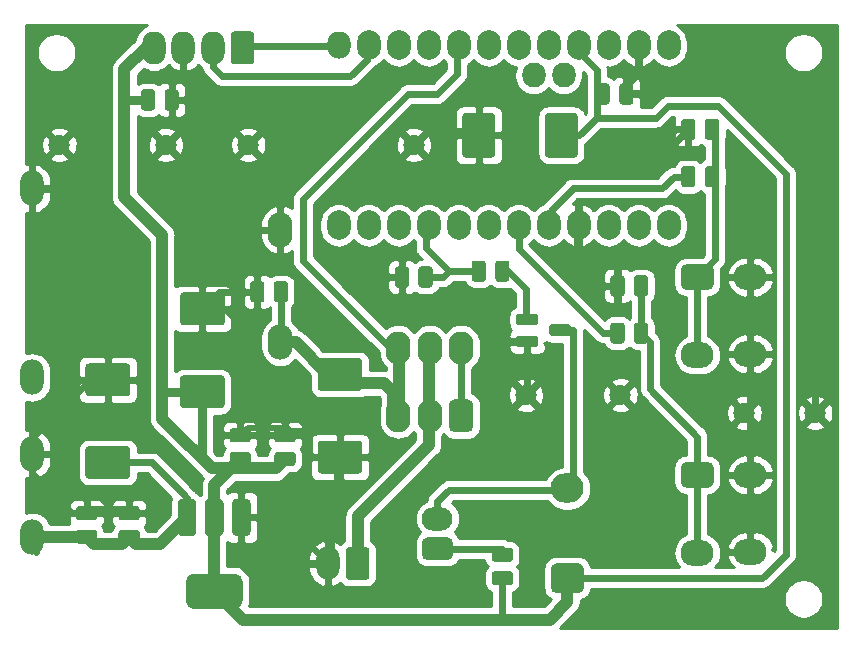
<source format=gbr>
%TF.GenerationSoftware,KiCad,Pcbnew,(5.1.10)-1*%
%TF.CreationDate,2021-06-09T13:50:48-04:00*%
%TF.ProjectId,alarmSimple.kicad_pcb,616c6172-6d53-4696-9d70-6c652e6b6963,rev?*%
%TF.SameCoordinates,Original*%
%TF.FileFunction,Copper,L1,Top*%
%TF.FilePolarity,Positive*%
%FSLAX46Y46*%
G04 Gerber Fmt 4.6, Leading zero omitted, Abs format (unit mm)*
G04 Created by KiCad (PCBNEW (5.1.10)-1) date 2021-06-09 13:50:48*
%MOMM*%
%LPD*%
G01*
G04 APERTURE LIST*
%TA.AperFunction,ComponentPad*%
%ADD10C,1.800000*%
%TD*%
%TA.AperFunction,ComponentPad*%
%ADD11O,2.000000X3.000000*%
%TD*%
%TA.AperFunction,ComponentPad*%
%ADD12O,2.100000X3.000000*%
%TD*%
%TA.AperFunction,ComponentPad*%
%ADD13O,2.000000X2.500000*%
%TD*%
%TA.AperFunction,ComponentPad*%
%ADD14O,2.000000X2.300000*%
%TD*%
%TA.AperFunction,ComponentPad*%
%ADD15O,2.000000X2.100000*%
%TD*%
%TA.AperFunction,ComponentPad*%
%ADD16O,2.100000X2.800000*%
%TD*%
%TA.AperFunction,ComponentPad*%
%ADD17O,2.600000X2.000000*%
%TD*%
%TA.AperFunction,ComponentPad*%
%ADD18O,2.000000X2.800000*%
%TD*%
%TA.AperFunction,ComponentPad*%
%ADD19O,2.800000X2.500000*%
%TD*%
%TA.AperFunction,ComponentPad*%
%ADD20O,2.800000X2.200000*%
%TD*%
%TA.AperFunction,Conductor*%
%ADD21C,0.600000*%
%TD*%
%TA.AperFunction,Conductor*%
%ADD22C,0.500000*%
%TD*%
%TA.AperFunction,Conductor*%
%ADD23C,1.000000*%
%TD*%
%TA.AperFunction,Conductor*%
%ADD24C,0.800000*%
%TD*%
%TA.AperFunction,Conductor*%
%ADD25C,0.254000*%
%TD*%
%TA.AperFunction,Conductor*%
%ADD26C,0.100000*%
%TD*%
G04 APERTURE END LIST*
D10*
%TO.P,REF\u002A\u002A,1*%
%TO.N,GND*%
X96000000Y-98250000D03*
%TD*%
%TO.P,REF\u002A\u002A,1*%
%TO.N,GND*%
X90000000Y-98250000D03*
%TD*%
D11*
%TO.P,U1,3*%
%TO.N,GND*%
X29700000Y-101750000D03*
%TO.P,U1,4*%
%TO.N,Net-(C1-Pad1)*%
X29700000Y-108750000D03*
D12*
%TO.P,U1,5*%
%TO.N,VBattCheck*%
X50700000Y-92250000D03*
%TO.P,U1,6*%
%TO.N,GND*%
X50700000Y-82750000D03*
D11*
%TO.P,U1,2*%
%TO.N,Net-(U1-Pad2)*%
X29700000Y-95250000D03*
%TO.P,U1,1*%
%TO.N,GND*%
X29700000Y-79250000D03*
%TD*%
D13*
%TO.P,B1,TXO*%
%TO.N,Net-(B1-PadTXO)*%
X83570000Y-82370000D03*
%TO.P,B1,RXI*%
%TO.N,Net-(B1-PadRXI)*%
X81030000Y-82370000D03*
%TO.P,B1,RST*%
%TO.N,Net-(B1-PadRST)*%
X78490000Y-82370000D03*
%TO.P,B1,GND*%
%TO.N,GND*%
X75950000Y-82370000D03*
%TO.P,B1,2*%
%TO.N,button_minus*%
X73410000Y-82370000D03*
%TO.P,B1,3*%
%TO.N,button_plus*%
X70870000Y-82370000D03*
%TO.P,B1,4*%
%TO.N,Net-(B1-Pad4)*%
X68330000Y-82370000D03*
%TO.P,B1,5*%
%TO.N,Net-(B1-Pad5)*%
X65790000Y-82370000D03*
%TO.P,B1,6*%
%TO.N,buzz_en*%
X63250000Y-82370000D03*
%TO.P,B1,7*%
%TO.N,Net-(B1-Pad7)*%
X60710000Y-82370000D03*
%TO.P,B1,8*%
%TO.N,Net-(B1-Pad8)*%
X58170000Y-82370000D03*
%TO.P,B1,9*%
%TO.N,Net-(B1-Pad9)*%
X55630000Y-82370000D03*
D14*
%TO.P,B1,10*%
%TO.N,Net-(B1-Pad10)*%
X55630000Y-67130000D03*
D13*
%TO.P,B1,11*%
%TO.N,Net-(B1-Pad11)*%
X58170000Y-67130000D03*
%TO.P,B1,12*%
%TO.N,Net-(B1-Pad12)*%
X60710000Y-67130000D03*
%TO.P,B1,13*%
%TO.N,Net-(B1-Pad13)*%
X63250000Y-67130000D03*
%TO.P,B1,A0*%
%TO.N,VBattCheck*%
X65790000Y-67130000D03*
%TO.P,B1,A1*%
%TO.N,Net-(B1-PadA1)*%
X68330000Y-67130000D03*
%TO.P,B1,A2*%
%TO.N,Net-(B1-PadA2)*%
X70870000Y-67130000D03*
%TO.P,B1,A3*%
%TO.N,Net-(B1-PadA3)*%
X73410000Y-67130000D03*
%TO.P,B1,VCC*%
%TO.N,+5V*%
X75950000Y-67130000D03*
%TO.P,B1,RST*%
%TO.N,Net-(B1-PadRST)*%
X78490000Y-67130000D03*
%TO.P,B1,GND*%
%TO.N,GND*%
X81030000Y-67130000D03*
%TO.P,B1,RAW*%
%TO.N,Net-(B1-PadRAW)*%
X83570000Y-67130000D03*
D15*
%TO.P,B1,A4*%
%TO.N,Net-(B1-PadA4)*%
X72140000Y-69670000D03*
%TO.P,B1,A5*%
%TO.N,Net-(B1-PadA5)*%
X74680000Y-69670000D03*
%TD*%
D16*
%TO.P,S2,signal*%
%TO.N,Net-(J1-Pad1)*%
X63350000Y-98500000D03*
%TO.P,S2,open*%
%TO.N,Net-(S2-Padopen)*%
%TA.AperFunction,ComponentPad*%
G36*
G01*
X64950000Y-99375000D02*
X64950000Y-97625000D01*
G75*
G02*
X65475000Y-97100000I525000J0D01*
G01*
X66525000Y-97100000D01*
G75*
G02*
X67050000Y-97625000I0J-525000D01*
G01*
X67050000Y-99375000D01*
G75*
G02*
X66525000Y-99900000I-525000J0D01*
G01*
X65475000Y-99900000D01*
G75*
G02*
X64950000Y-99375000I0J525000D01*
G01*
G37*
%TD.AperFunction*%
%TO.P,S2,close*%
%TO.N,VBattCheck*%
X60700000Y-92750000D03*
%TO.P,S2,open*%
%TO.N,Net-(S2-Padopen)*%
X66000000Y-92750000D03*
%TO.P,S2,close*%
%TO.N,VBattCheck*%
X60700000Y-98500000D03*
%TO.P,S2,signal*%
%TO.N,Net-(J1-Pad1)*%
X63350000Y-92750000D03*
%TD*%
%TO.P,U2,1*%
%TO.N,GND*%
%TA.AperFunction,SMDPad,CuDef*%
G36*
G01*
X47000000Y-105500000D02*
X47800000Y-105500000D01*
G75*
G02*
X48200000Y-105900000I0J-400000D01*
G01*
X48200000Y-108300000D01*
G75*
G02*
X47800000Y-108700000I-400000J0D01*
G01*
X47000000Y-108700000D01*
G75*
G02*
X46600000Y-108300000I0J400000D01*
G01*
X46600000Y-105900000D01*
G75*
G02*
X47000000Y-105500000I400000J0D01*
G01*
G37*
%TD.AperFunction*%
%TO.P,U2,3*%
%TO.N,Net-(C1-Pad1)*%
%TA.AperFunction,SMDPad,CuDef*%
G36*
G01*
X42400000Y-105500000D02*
X43200000Y-105500000D01*
G75*
G02*
X43600000Y-105900000I0J-400000D01*
G01*
X43600000Y-108300000D01*
G75*
G02*
X43200000Y-108700000I-400000J0D01*
G01*
X42400000Y-108700000D01*
G75*
G02*
X42000000Y-108300000I0J400000D01*
G01*
X42000000Y-105900000D01*
G75*
G02*
X42400000Y-105500000I400000J0D01*
G01*
G37*
%TD.AperFunction*%
%TO.P,U2,2*%
%TO.N,+5V*%
%TA.AperFunction,SMDPad,CuDef*%
G36*
G01*
X44700000Y-105500000D02*
X45500000Y-105500000D01*
G75*
G02*
X45900000Y-105900000I0J-400000D01*
G01*
X45900000Y-108300000D01*
G75*
G02*
X45500000Y-108700000I-400000J0D01*
G01*
X44700000Y-108700000D01*
G75*
G02*
X44300000Y-108300000I0J400000D01*
G01*
X44300000Y-105900000D01*
G75*
G02*
X44700000Y-105500000I400000J0D01*
G01*
G37*
%TD.AperFunction*%
%TA.AperFunction,SMDPad,CuDef*%
G36*
G01*
X43360000Y-111850000D02*
X46840000Y-111850000D01*
G75*
G02*
X47500000Y-112510000I0J-660000D01*
G01*
X47500000Y-114190000D01*
G75*
G02*
X46840000Y-114850000I-660000J0D01*
G01*
X43360000Y-114850000D01*
G75*
G02*
X42700000Y-114190000I0J660000D01*
G01*
X42700000Y-112510000D01*
G75*
G02*
X43360000Y-111850000I660000J0D01*
G01*
G37*
%TD.AperFunction*%
%TD*%
D10*
%TO.P,REF\u002A\u002A,1*%
%TO.N,GND*%
X32000000Y-75550000D03*
%TD*%
%TO.P,REF\u002A\u002A,1*%
%TO.N,GND*%
X41000000Y-75550000D03*
%TD*%
%TO.P,D1,A*%
%TO.N,Net-(D1-PadA)*%
%TA.AperFunction,ComponentPad*%
G36*
G01*
X64882000Y-110700000D02*
X63118000Y-110700000D01*
G75*
G02*
X62700000Y-110282000I0J418000D01*
G01*
X62700000Y-109218000D01*
G75*
G02*
X63118000Y-108800000I418000J0D01*
G01*
X64882000Y-108800000D01*
G75*
G02*
X65300000Y-109218000I0J-418000D01*
G01*
X65300000Y-110282000D01*
G75*
G02*
X64882000Y-110700000I-418000J0D01*
G01*
G37*
%TD.AperFunction*%
D17*
%TO.P,D1,K*%
%TO.N,Net-(BZ1-Pad2)*%
X64000000Y-107210000D03*
%TD*%
D10*
%TO.P,REF\u002A\u002A,1*%
%TO.N,GND*%
X48000000Y-75550000D03*
%TD*%
%TO.P,REF\u002A\u002A,1*%
%TO.N,GND*%
X62000000Y-75550000D03*
%TD*%
%TO.P,REF\u002A\u002A,1*%
%TO.N,GND*%
X79500000Y-96750000D03*
%TD*%
%TO.P,REF\u002A\u002A,1*%
%TO.N,GND*%
X71500000Y-96750000D03*
%TD*%
%TO.P,J1,1*%
%TO.N,Net-(J1-Pad1)*%
%TA.AperFunction,ComponentPad*%
G36*
G01*
X58250000Y-109888000D02*
X58250000Y-112112000D01*
G75*
G02*
X57962000Y-112400000I-288000J0D01*
G01*
X56538000Y-112400000D01*
G75*
G02*
X56250000Y-112112000I0J288000D01*
G01*
X56250000Y-109888000D01*
G75*
G02*
X56538000Y-109600000I288000J0D01*
G01*
X57962000Y-109600000D01*
G75*
G02*
X58250000Y-109888000I0J-288000D01*
G01*
G37*
%TD.AperFunction*%
D18*
%TO.P,J1,2*%
%TO.N,GND*%
X54710000Y-111000000D03*
%TD*%
%TO.P,J2,1*%
%TO.N,Net-(B1-Pad10)*%
%TA.AperFunction,ComponentPad*%
G36*
G01*
X48500000Y-66244000D02*
X48500000Y-68456000D01*
G75*
G02*
X48206000Y-68750000I-294000J0D01*
G01*
X46794000Y-68750000D01*
G75*
G02*
X46500000Y-68456000I0J294000D01*
G01*
X46500000Y-66244000D01*
G75*
G02*
X46794000Y-65950000I294000J0D01*
G01*
X48206000Y-65950000D01*
G75*
G02*
X48500000Y-66244000I0J-294000D01*
G01*
G37*
%TD.AperFunction*%
%TO.P,J2,2*%
%TO.N,Net-(B1-Pad11)*%
X45000000Y-67350000D03*
%TO.P,J2,3*%
%TO.N,GND*%
X42500000Y-67350000D03*
%TO.P,J2,4*%
%TO.N,+5V*%
X40000000Y-67350000D03*
%TD*%
%TO.P,C9,1*%
%TO.N,+5V*%
%TA.AperFunction,SMDPad,CuDef*%
G36*
G01*
X75900000Y-73160800D02*
X75900000Y-76339200D01*
G75*
G02*
X75589200Y-76650000I-310800J0D01*
G01*
X73410800Y-76650000D01*
G75*
G02*
X73100000Y-76339200I0J310800D01*
G01*
X73100000Y-73160800D01*
G75*
G02*
X73410800Y-72850000I310800J0D01*
G01*
X75589200Y-72850000D01*
G75*
G02*
X75900000Y-73160800I0J-310800D01*
G01*
G37*
%TD.AperFunction*%
%TO.P,C9,2*%
%TO.N,GND*%
%TA.AperFunction,SMDPad,CuDef*%
G36*
G01*
X68900000Y-73160800D02*
X68900000Y-76339200D01*
G75*
G02*
X68589200Y-76650000I-310800J0D01*
G01*
X66410800Y-76650000D01*
G75*
G02*
X66100000Y-76339200I0J310800D01*
G01*
X66100000Y-73160800D01*
G75*
G02*
X66410800Y-72850000I310800J0D01*
G01*
X68589200Y-72850000D01*
G75*
G02*
X68900000Y-73160800I0J-310800D01*
G01*
G37*
%TD.AperFunction*%
%TD*%
%TO.P,C4,1*%
%TO.N,VBattCheck*%
%TA.AperFunction,SMDPad,CuDef*%
G36*
G01*
X54160800Y-93600000D02*
X57339200Y-93600000D01*
G75*
G02*
X57650000Y-93910800I0J-310800D01*
G01*
X57650000Y-96089200D01*
G75*
G02*
X57339200Y-96400000I-310800J0D01*
G01*
X54160800Y-96400000D01*
G75*
G02*
X53850000Y-96089200I0J310800D01*
G01*
X53850000Y-93910800D01*
G75*
G02*
X54160800Y-93600000I310800J0D01*
G01*
G37*
%TD.AperFunction*%
%TO.P,C4,2*%
%TO.N,GND*%
%TA.AperFunction,SMDPad,CuDef*%
G36*
G01*
X54160800Y-100600000D02*
X57339200Y-100600000D01*
G75*
G02*
X57650000Y-100910800I0J-310800D01*
G01*
X57650000Y-103089200D01*
G75*
G02*
X57339200Y-103400000I-310800J0D01*
G01*
X54160800Y-103400000D01*
G75*
G02*
X53850000Y-103089200I0J310800D01*
G01*
X53850000Y-100910800D01*
G75*
G02*
X54160800Y-100600000I310800J0D01*
G01*
G37*
%TD.AperFunction*%
%TD*%
%TO.P,C1,2*%
%TO.N,GND*%
%TA.AperFunction,SMDPad,CuDef*%
G36*
G01*
X38550400Y-107350000D02*
X37249600Y-107350000D01*
G75*
G02*
X37000000Y-107100400I0J249600D01*
G01*
X37000000Y-106399600D01*
G75*
G02*
X37249600Y-106150000I249600J0D01*
G01*
X38550400Y-106150000D01*
G75*
G02*
X38800000Y-106399600I0J-249600D01*
G01*
X38800000Y-107100400D01*
G75*
G02*
X38550400Y-107350000I-249600J0D01*
G01*
G37*
%TD.AperFunction*%
%TO.P,C1,1*%
%TO.N,Net-(C1-Pad1)*%
%TA.AperFunction,SMDPad,CuDef*%
G36*
G01*
X38550400Y-109350000D02*
X37249600Y-109350000D01*
G75*
G02*
X37000000Y-109100400I0J249600D01*
G01*
X37000000Y-108399600D01*
G75*
G02*
X37249600Y-108150000I249600J0D01*
G01*
X38550400Y-108150000D01*
G75*
G02*
X38800000Y-108399600I0J-249600D01*
G01*
X38800000Y-109100400D01*
G75*
G02*
X38550400Y-109350000I-249600J0D01*
G01*
G37*
%TD.AperFunction*%
%TD*%
%TO.P,C2,2*%
%TO.N,GND*%
%TA.AperFunction,SMDPad,CuDef*%
G36*
G01*
X34950400Y-107350000D02*
X33649600Y-107350000D01*
G75*
G02*
X33400000Y-107100400I0J249600D01*
G01*
X33400000Y-106399600D01*
G75*
G02*
X33649600Y-106150000I249600J0D01*
G01*
X34950400Y-106150000D01*
G75*
G02*
X35200000Y-106399600I0J-249600D01*
G01*
X35200000Y-107100400D01*
G75*
G02*
X34950400Y-107350000I-249600J0D01*
G01*
G37*
%TD.AperFunction*%
%TO.P,C2,1*%
%TO.N,Net-(C1-Pad1)*%
%TA.AperFunction,SMDPad,CuDef*%
G36*
G01*
X34950400Y-109350000D02*
X33649600Y-109350000D01*
G75*
G02*
X33400000Y-109100400I0J249600D01*
G01*
X33400000Y-108399600D01*
G75*
G02*
X33649600Y-108150000I249600J0D01*
G01*
X34950400Y-108150000D01*
G75*
G02*
X35200000Y-108399600I0J-249600D01*
G01*
X35200000Y-109100400D01*
G75*
G02*
X34950400Y-109350000I-249600J0D01*
G01*
G37*
%TD.AperFunction*%
%TD*%
%TO.P,C5,2*%
%TO.N,GND*%
%TA.AperFunction,SMDPad,CuDef*%
G36*
G01*
X49350000Y-87349600D02*
X49350000Y-88650400D01*
G75*
G02*
X49100400Y-88900000I-249600J0D01*
G01*
X48399600Y-88900000D01*
G75*
G02*
X48150000Y-88650400I0J249600D01*
G01*
X48150000Y-87349600D01*
G75*
G02*
X48399600Y-87100000I249600J0D01*
G01*
X49100400Y-87100000D01*
G75*
G02*
X49350000Y-87349600I0J-249600D01*
G01*
G37*
%TD.AperFunction*%
%TO.P,C5,1*%
%TO.N,VBattCheck*%
%TA.AperFunction,SMDPad,CuDef*%
G36*
G01*
X51350000Y-87349600D02*
X51350000Y-88650400D01*
G75*
G02*
X51100400Y-88900000I-249600J0D01*
G01*
X50399600Y-88900000D01*
G75*
G02*
X50150000Y-88650400I0J249600D01*
G01*
X50150000Y-87349600D01*
G75*
G02*
X50399600Y-87100000I249600J0D01*
G01*
X51100400Y-87100000D01*
G75*
G02*
X51350000Y-87349600I0J-249600D01*
G01*
G37*
%TD.AperFunction*%
%TD*%
%TO.P,C6,2*%
%TO.N,GND*%
%TA.AperFunction,SMDPad,CuDef*%
G36*
G01*
X85850000Y-73599600D02*
X85850000Y-74900400D01*
G75*
G02*
X85600400Y-75150000I-249600J0D01*
G01*
X84899600Y-75150000D01*
G75*
G02*
X84650000Y-74900400I0J249600D01*
G01*
X84650000Y-73599600D01*
G75*
G02*
X84899600Y-73350000I249600J0D01*
G01*
X85600400Y-73350000D01*
G75*
G02*
X85850000Y-73599600I0J-249600D01*
G01*
G37*
%TD.AperFunction*%
%TO.P,C6,1*%
%TO.N,Net-(C6-Pad1)*%
%TA.AperFunction,SMDPad,CuDef*%
G36*
G01*
X87850000Y-73599600D02*
X87850000Y-74900400D01*
G75*
G02*
X87600400Y-75150000I-249600J0D01*
G01*
X86899600Y-75150000D01*
G75*
G02*
X86650000Y-74900400I0J249600D01*
G01*
X86650000Y-73599600D01*
G75*
G02*
X86899600Y-73350000I249600J0D01*
G01*
X87600400Y-73350000D01*
G75*
G02*
X87850000Y-73599600I0J-249600D01*
G01*
G37*
%TD.AperFunction*%
%TD*%
%TO.P,C7,2*%
%TO.N,GND*%
%TA.AperFunction,SMDPad,CuDef*%
G36*
G01*
X51750400Y-100750000D02*
X50449600Y-100750000D01*
G75*
G02*
X50200000Y-100500400I0J249600D01*
G01*
X50200000Y-99799600D01*
G75*
G02*
X50449600Y-99550000I249600J0D01*
G01*
X51750400Y-99550000D01*
G75*
G02*
X52000000Y-99799600I0J-249600D01*
G01*
X52000000Y-100500400D01*
G75*
G02*
X51750400Y-100750000I-249600J0D01*
G01*
G37*
%TD.AperFunction*%
%TO.P,C7,1*%
%TO.N,+5V*%
%TA.AperFunction,SMDPad,CuDef*%
G36*
G01*
X51750400Y-102750000D02*
X50449600Y-102750000D01*
G75*
G02*
X50200000Y-102500400I0J249600D01*
G01*
X50200000Y-101799600D01*
G75*
G02*
X50449600Y-101550000I249600J0D01*
G01*
X51750400Y-101550000D01*
G75*
G02*
X52000000Y-101799600I0J-249600D01*
G01*
X52000000Y-102500400D01*
G75*
G02*
X51750400Y-102750000I-249600J0D01*
G01*
G37*
%TD.AperFunction*%
%TD*%
%TO.P,C8,2*%
%TO.N,GND*%
%TA.AperFunction,SMDPad,CuDef*%
G36*
G01*
X47950400Y-100750000D02*
X46649600Y-100750000D01*
G75*
G02*
X46400000Y-100500400I0J249600D01*
G01*
X46400000Y-99799600D01*
G75*
G02*
X46649600Y-99550000I249600J0D01*
G01*
X47950400Y-99550000D01*
G75*
G02*
X48200000Y-99799600I0J-249600D01*
G01*
X48200000Y-100500400D01*
G75*
G02*
X47950400Y-100750000I-249600J0D01*
G01*
G37*
%TD.AperFunction*%
%TO.P,C8,1*%
%TO.N,+5V*%
%TA.AperFunction,SMDPad,CuDef*%
G36*
G01*
X47950400Y-102750000D02*
X46649600Y-102750000D01*
G75*
G02*
X46400000Y-102500400I0J249600D01*
G01*
X46400000Y-101799600D01*
G75*
G02*
X46649600Y-101550000I249600J0D01*
G01*
X47950400Y-101550000D01*
G75*
G02*
X48200000Y-101799600I0J-249600D01*
G01*
X48200000Y-102500400D01*
G75*
G02*
X47950400Y-102750000I-249600J0D01*
G01*
G37*
%TD.AperFunction*%
%TD*%
%TO.P,C10,2*%
%TO.N,GND*%
%TA.AperFunction,SMDPad,CuDef*%
G36*
G01*
X40900000Y-72400400D02*
X40900000Y-71099600D01*
G75*
G02*
X41149600Y-70850000I249600J0D01*
G01*
X41850400Y-70850000D01*
G75*
G02*
X42100000Y-71099600I0J-249600D01*
G01*
X42100000Y-72400400D01*
G75*
G02*
X41850400Y-72650000I-249600J0D01*
G01*
X41149600Y-72650000D01*
G75*
G02*
X40900000Y-72400400I0J249600D01*
G01*
G37*
%TD.AperFunction*%
%TO.P,C10,1*%
%TO.N,+5V*%
%TA.AperFunction,SMDPad,CuDef*%
G36*
G01*
X38900000Y-72400400D02*
X38900000Y-71099600D01*
G75*
G02*
X39149600Y-70850000I249600J0D01*
G01*
X39850400Y-70850000D01*
G75*
G02*
X40100000Y-71099600I0J-249600D01*
G01*
X40100000Y-72400400D01*
G75*
G02*
X39850400Y-72650000I-249600J0D01*
G01*
X39149600Y-72650000D01*
G75*
G02*
X38900000Y-72400400I0J249600D01*
G01*
G37*
%TD.AperFunction*%
%TD*%
%TO.P,C11,2*%
%TO.N,GND*%
%TA.AperFunction,SMDPad,CuDef*%
G36*
G01*
X79400000Y-71900400D02*
X79400000Y-70599600D01*
G75*
G02*
X79649600Y-70350000I249600J0D01*
G01*
X80350400Y-70350000D01*
G75*
G02*
X80600000Y-70599600I0J-249600D01*
G01*
X80600000Y-71900400D01*
G75*
G02*
X80350400Y-72150000I-249600J0D01*
G01*
X79649600Y-72150000D01*
G75*
G02*
X79400000Y-71900400I0J249600D01*
G01*
G37*
%TD.AperFunction*%
%TO.P,C11,1*%
%TO.N,+5V*%
%TA.AperFunction,SMDPad,CuDef*%
G36*
G01*
X77400000Y-71900400D02*
X77400000Y-70599600D01*
G75*
G02*
X77649600Y-70350000I249600J0D01*
G01*
X78350400Y-70350000D01*
G75*
G02*
X78600000Y-70599600I0J-249600D01*
G01*
X78600000Y-71900400D01*
G75*
G02*
X78350400Y-72150000I-249600J0D01*
G01*
X77649600Y-72150000D01*
G75*
G02*
X77400000Y-71900400I0J249600D01*
G01*
G37*
%TD.AperFunction*%
%TD*%
%TO.P,R2,2*%
%TO.N,Net-(C6-Pad1)*%
%TA.AperFunction,SMDPad,CuDef*%
G36*
G01*
X86650000Y-78900400D02*
X86650000Y-77599600D01*
G75*
G02*
X86899600Y-77350000I249600J0D01*
G01*
X87600400Y-77350000D01*
G75*
G02*
X87850000Y-77599600I0J-249600D01*
G01*
X87850000Y-78900400D01*
G75*
G02*
X87600400Y-79150000I-249600J0D01*
G01*
X86899600Y-79150000D01*
G75*
G02*
X86650000Y-78900400I0J249600D01*
G01*
G37*
%TD.AperFunction*%
%TO.P,R2,1*%
%TO.N,button_minus*%
%TA.AperFunction,SMDPad,CuDef*%
G36*
G01*
X84650000Y-78900400D02*
X84650000Y-77599600D01*
G75*
G02*
X84899600Y-77350000I249600J0D01*
G01*
X85600400Y-77350000D01*
G75*
G02*
X85850000Y-77599600I0J-249600D01*
G01*
X85850000Y-78900400D01*
G75*
G02*
X85600400Y-79150000I-249600J0D01*
G01*
X84899600Y-79150000D01*
G75*
G02*
X84650000Y-78900400I0J249600D01*
G01*
G37*
%TD.AperFunction*%
%TD*%
%TO.P,R3,2*%
%TO.N,Net-(Q1-PadG)*%
%TA.AperFunction,SMDPad,CuDef*%
G36*
G01*
X68900000Y-86900400D02*
X68900000Y-85599600D01*
G75*
G02*
X69149600Y-85350000I249600J0D01*
G01*
X69850400Y-85350000D01*
G75*
G02*
X70100000Y-85599600I0J-249600D01*
G01*
X70100000Y-86900400D01*
G75*
G02*
X69850400Y-87150000I-249600J0D01*
G01*
X69149600Y-87150000D01*
G75*
G02*
X68900000Y-86900400I0J249600D01*
G01*
G37*
%TD.AperFunction*%
%TO.P,R3,1*%
%TO.N,buzz_en*%
%TA.AperFunction,SMDPad,CuDef*%
G36*
G01*
X66900000Y-86900400D02*
X66900000Y-85599600D01*
G75*
G02*
X67149600Y-85350000I249600J0D01*
G01*
X67850400Y-85350000D01*
G75*
G02*
X68100000Y-85599600I0J-249600D01*
G01*
X68100000Y-86900400D01*
G75*
G02*
X67850400Y-87150000I-249600J0D01*
G01*
X67149600Y-87150000D01*
G75*
G02*
X66900000Y-86900400I0J249600D01*
G01*
G37*
%TD.AperFunction*%
%TD*%
%TO.P,R4,2*%
%TO.N,Net-(D1-PadA)*%
%TA.AperFunction,SMDPad,CuDef*%
G36*
G01*
X70150400Y-110850000D02*
X68849600Y-110850000D01*
G75*
G02*
X68600000Y-110600400I0J249600D01*
G01*
X68600000Y-109899600D01*
G75*
G02*
X68849600Y-109650000I249600J0D01*
G01*
X70150400Y-109650000D01*
G75*
G02*
X70400000Y-109899600I0J-249600D01*
G01*
X70400000Y-110600400D01*
G75*
G02*
X70150400Y-110850000I-249600J0D01*
G01*
G37*
%TD.AperFunction*%
%TO.P,R4,1*%
%TO.N,+5V*%
%TA.AperFunction,SMDPad,CuDef*%
G36*
G01*
X70150400Y-112850000D02*
X68849600Y-112850000D01*
G75*
G02*
X68600000Y-112600400I0J249600D01*
G01*
X68600000Y-111899600D01*
G75*
G02*
X68849600Y-111650000I249600J0D01*
G01*
X70150400Y-111650000D01*
G75*
G02*
X70400000Y-111899600I0J-249600D01*
G01*
X70400000Y-112600400D01*
G75*
G02*
X70150400Y-112850000I-249600J0D01*
G01*
G37*
%TD.AperFunction*%
%TD*%
%TO.P,BZ1,1*%
%TO.N,+5V*%
%TA.AperFunction,ComponentPad*%
G36*
G01*
X75950000Y-113500000D02*
X74050000Y-113500000D01*
G75*
G02*
X73600000Y-113050000I0J450000D01*
G01*
X73600000Y-111450000D01*
G75*
G02*
X74050000Y-111000000I450000J0D01*
G01*
X75950000Y-111000000D01*
G75*
G02*
X76400000Y-111450000I0J-450000D01*
G01*
X76400000Y-113050000D01*
G75*
G02*
X75950000Y-113500000I-450000J0D01*
G01*
G37*
%TD.AperFunction*%
D19*
%TO.P,BZ1,2*%
%TO.N,Net-(BZ1-Pad2)*%
X75000000Y-104650000D03*
%TD*%
D20*
%TO.P,S1,2*%
%TO.N,GND*%
X90500000Y-103500000D03*
X90500000Y-110000000D03*
%TO.P,S1,1*%
%TO.N,Net-(C3-Pad1)*%
X86000000Y-110100000D03*
%TA.AperFunction,ComponentPad*%
G36*
G01*
X85106000Y-102400000D02*
X86894000Y-102400000D01*
G75*
G02*
X87400000Y-102906000I0J-506000D01*
G01*
X87400000Y-104094000D01*
G75*
G02*
X86894000Y-104600000I-506000J0D01*
G01*
X85106000Y-104600000D01*
G75*
G02*
X84600000Y-104094000I0J506000D01*
G01*
X84600000Y-102906000D01*
G75*
G02*
X85106000Y-102400000I506000J0D01*
G01*
G37*
%TD.AperFunction*%
%TD*%
%TO.P,Q1,D*%
%TO.N,Net-(BZ1-Pad2)*%
%TA.AperFunction,SMDPad,CuDef*%
G36*
G01*
X73450000Y-91550000D02*
X73450000Y-90950000D01*
G75*
G02*
X73650000Y-90750000I200000J0D01*
G01*
X75150000Y-90750000D01*
G75*
G02*
X75350000Y-90950000I0J-200000D01*
G01*
X75350000Y-91550000D01*
G75*
G02*
X75150000Y-91750000I-200000J0D01*
G01*
X73650000Y-91750000D01*
G75*
G02*
X73450000Y-91550000I0J200000D01*
G01*
G37*
%TD.AperFunction*%
%TO.P,Q1,S*%
%TO.N,GND*%
%TA.AperFunction,SMDPad,CuDef*%
G36*
G01*
X70650000Y-92500000D02*
X70650000Y-91900000D01*
G75*
G02*
X70850000Y-91700000I200000J0D01*
G01*
X72350000Y-91700000D01*
G75*
G02*
X72550000Y-91900000I0J-200000D01*
G01*
X72550000Y-92500000D01*
G75*
G02*
X72350000Y-92700000I-200000J0D01*
G01*
X70850000Y-92700000D01*
G75*
G02*
X70650000Y-92500000I0J200000D01*
G01*
G37*
%TD.AperFunction*%
%TO.P,Q1,G*%
%TO.N,Net-(Q1-PadG)*%
%TA.AperFunction,SMDPad,CuDef*%
G36*
G01*
X70650000Y-90650000D02*
X70650000Y-90050000D01*
G75*
G02*
X70850000Y-89850000I200000J0D01*
G01*
X72350000Y-89850000D01*
G75*
G02*
X72550000Y-90050000I0J-200000D01*
G01*
X72550000Y-90650000D01*
G75*
G02*
X72350000Y-90850000I-200000J0D01*
G01*
X70850000Y-90850000D01*
G75*
G02*
X70650000Y-90650000I0J200000D01*
G01*
G37*
%TD.AperFunction*%
%TD*%
%TO.P,S3,1*%
%TO.N,Net-(C6-Pad1)*%
%TA.AperFunction,ComponentPad*%
G36*
G01*
X85106000Y-85650000D02*
X86894000Y-85650000D01*
G75*
G02*
X87400000Y-86156000I0J-506000D01*
G01*
X87400000Y-87344000D01*
G75*
G02*
X86894000Y-87850000I-506000J0D01*
G01*
X85106000Y-87850000D01*
G75*
G02*
X84600000Y-87344000I0J506000D01*
G01*
X84600000Y-86156000D01*
G75*
G02*
X85106000Y-85650000I506000J0D01*
G01*
G37*
%TD.AperFunction*%
X86000000Y-93350000D03*
%TO.P,S3,2*%
%TO.N,GND*%
X90500000Y-93250000D03*
X90500000Y-86750000D03*
%TD*%
%TO.P,C3,1*%
%TO.N,Net-(C3-Pad1)*%
%TA.AperFunction,SMDPad,CuDef*%
G36*
G01*
X81850000Y-86849600D02*
X81850000Y-88150400D01*
G75*
G02*
X81600400Y-88400000I-249600J0D01*
G01*
X80899600Y-88400000D01*
G75*
G02*
X80650000Y-88150400I0J249600D01*
G01*
X80650000Y-86849600D01*
G75*
G02*
X80899600Y-86600000I249600J0D01*
G01*
X81600400Y-86600000D01*
G75*
G02*
X81850000Y-86849600I0J-249600D01*
G01*
G37*
%TD.AperFunction*%
%TO.P,C3,2*%
%TO.N,GND*%
%TA.AperFunction,SMDPad,CuDef*%
G36*
G01*
X79850000Y-86849600D02*
X79850000Y-88150400D01*
G75*
G02*
X79600400Y-88400000I-249600J0D01*
G01*
X78899600Y-88400000D01*
G75*
G02*
X78650000Y-88150400I0J249600D01*
G01*
X78650000Y-86849600D01*
G75*
G02*
X78899600Y-86600000I249600J0D01*
G01*
X79600400Y-86600000D01*
G75*
G02*
X79850000Y-86849600I0J-249600D01*
G01*
G37*
%TD.AperFunction*%
%TD*%
%TO.P,R1,2*%
%TO.N,Net-(C3-Pad1)*%
%TA.AperFunction,SMDPad,CuDef*%
G36*
G01*
X80650000Y-92150400D02*
X80650000Y-90849600D01*
G75*
G02*
X80899600Y-90600000I249600J0D01*
G01*
X81600400Y-90600000D01*
G75*
G02*
X81850000Y-90849600I0J-249600D01*
G01*
X81850000Y-92150400D01*
G75*
G02*
X81600400Y-92400000I-249600J0D01*
G01*
X80899600Y-92400000D01*
G75*
G02*
X80650000Y-92150400I0J249600D01*
G01*
G37*
%TD.AperFunction*%
%TO.P,R1,1*%
%TO.N,button_plus*%
%TA.AperFunction,SMDPad,CuDef*%
G36*
G01*
X78650000Y-92150400D02*
X78650000Y-90849600D01*
G75*
G02*
X78899600Y-90600000I249600J0D01*
G01*
X79600400Y-90600000D01*
G75*
G02*
X79850000Y-90849600I0J-249600D01*
G01*
X79850000Y-92150400D01*
G75*
G02*
X79600400Y-92400000I-249600J0D01*
G01*
X78899600Y-92400000D01*
G75*
G02*
X78650000Y-92150400I0J249600D01*
G01*
G37*
%TD.AperFunction*%
%TD*%
%TO.P,C12,2*%
%TO.N,GND*%
%TA.AperFunction,SMDPad,CuDef*%
G36*
G01*
X45689200Y-90850000D02*
X42510800Y-90850000D01*
G75*
G02*
X42200000Y-90539200I0J310800D01*
G01*
X42200000Y-88360800D01*
G75*
G02*
X42510800Y-88050000I310800J0D01*
G01*
X45689200Y-88050000D01*
G75*
G02*
X46000000Y-88360800I0J-310800D01*
G01*
X46000000Y-90539200D01*
G75*
G02*
X45689200Y-90850000I-310800J0D01*
G01*
G37*
%TD.AperFunction*%
%TO.P,C12,1*%
%TO.N,+5V*%
%TA.AperFunction,SMDPad,CuDef*%
G36*
G01*
X45689200Y-97850000D02*
X42510800Y-97850000D01*
G75*
G02*
X42200000Y-97539200I0J310800D01*
G01*
X42200000Y-95360800D01*
G75*
G02*
X42510800Y-95050000I310800J0D01*
G01*
X45689200Y-95050000D01*
G75*
G02*
X46000000Y-95360800I0J-310800D01*
G01*
X46000000Y-97539200D01*
G75*
G02*
X45689200Y-97850000I-310800J0D01*
G01*
G37*
%TD.AperFunction*%
%TD*%
%TO.P,C13,2*%
%TO.N,GND*%
%TA.AperFunction,SMDPad,CuDef*%
G36*
G01*
X37689200Y-96850000D02*
X34510800Y-96850000D01*
G75*
G02*
X34200000Y-96539200I0J310800D01*
G01*
X34200000Y-94360800D01*
G75*
G02*
X34510800Y-94050000I310800J0D01*
G01*
X37689200Y-94050000D01*
G75*
G02*
X38000000Y-94360800I0J-310800D01*
G01*
X38000000Y-96539200D01*
G75*
G02*
X37689200Y-96850000I-310800J0D01*
G01*
G37*
%TD.AperFunction*%
%TO.P,C13,1*%
%TO.N,Net-(C1-Pad1)*%
%TA.AperFunction,SMDPad,CuDef*%
G36*
G01*
X37689200Y-103850000D02*
X34510800Y-103850000D01*
G75*
G02*
X34200000Y-103539200I0J310800D01*
G01*
X34200000Y-101360800D01*
G75*
G02*
X34510800Y-101050000I310800J0D01*
G01*
X37689200Y-101050000D01*
G75*
G02*
X38000000Y-101360800I0J-310800D01*
G01*
X38000000Y-103539200D01*
G75*
G02*
X37689200Y-103850000I-310800J0D01*
G01*
G37*
%TD.AperFunction*%
%TD*%
%TO.P,R5,1*%
%TO.N,buzz_en*%
%TA.AperFunction,SMDPad,CuDef*%
G36*
G01*
X63600000Y-86099600D02*
X63600000Y-87400400D01*
G75*
G02*
X63350400Y-87650000I-249600J0D01*
G01*
X62649600Y-87650000D01*
G75*
G02*
X62400000Y-87400400I0J249600D01*
G01*
X62400000Y-86099600D01*
G75*
G02*
X62649600Y-85850000I249600J0D01*
G01*
X63350400Y-85850000D01*
G75*
G02*
X63600000Y-86099600I0J-249600D01*
G01*
G37*
%TD.AperFunction*%
%TO.P,R5,2*%
%TO.N,GND*%
%TA.AperFunction,SMDPad,CuDef*%
G36*
G01*
X61600000Y-86099600D02*
X61600000Y-87400400D01*
G75*
G02*
X61350400Y-87650000I-249600J0D01*
G01*
X60649600Y-87650000D01*
G75*
G02*
X60400000Y-87400400I0J249600D01*
G01*
X60400000Y-86099600D01*
G75*
G02*
X60649600Y-85850000I249600J0D01*
G01*
X61350400Y-85850000D01*
G75*
G02*
X61600000Y-86099600I0J-249600D01*
G01*
G37*
%TD.AperFunction*%
%TD*%
D21*
%TO.N,GND*%
X29900000Y-80000000D02*
X29650000Y-79750000D01*
X34400000Y-106350000D02*
X37900000Y-106350000D01*
X46000000Y-89450000D02*
X43300000Y-89450000D01*
X47300000Y-90750000D02*
X46000000Y-89450000D01*
X47300000Y-100150000D02*
X47300000Y-90750000D01*
X33100000Y-106750000D02*
X34300000Y-106750000D01*
X29700000Y-103350000D02*
X33100000Y-106750000D01*
X29700000Y-101750000D02*
X29700000Y-103350000D01*
X34600000Y-95450000D02*
X35700000Y-95450000D01*
X29700000Y-100350000D02*
X34600000Y-95450000D01*
X29700000Y-101750000D02*
X29700000Y-100350000D01*
X41500000Y-70250000D02*
X42500000Y-69250000D01*
X41500000Y-71750000D02*
X41500000Y-70250000D01*
X42500000Y-69250000D02*
X42500000Y-67350000D01*
X42500000Y-68550000D02*
X42500000Y-69250000D01*
X48100000Y-82750000D02*
X50700000Y-82750000D01*
X43700000Y-78350000D02*
X48100000Y-82750000D01*
X43700000Y-75550000D02*
X43700000Y-78350000D01*
X41500000Y-73350000D02*
X43700000Y-75550000D01*
X41500000Y-71750000D02*
X41500000Y-73350000D01*
X71550000Y-92250000D02*
X71600000Y-92200000D01*
X69500000Y-92250000D02*
X71550000Y-92250000D01*
X67000000Y-89750000D02*
X69500000Y-92250000D01*
X62500000Y-89750000D02*
X67000000Y-89750000D01*
X61000000Y-88250000D02*
X62500000Y-89750000D01*
X61000000Y-86750000D02*
X61000000Y-88250000D01*
X55750000Y-102000000D02*
X53500000Y-102000000D01*
X52750000Y-109040000D02*
X54710000Y-111000000D01*
X50810000Y-107100000D02*
X52750000Y-109040000D01*
X47400000Y-107100000D02*
X50810000Y-107100000D01*
D22*
X53250000Y-101750000D02*
X53500000Y-102000000D01*
X53250000Y-100400000D02*
X53250000Y-101750000D01*
X52600000Y-99750000D02*
X53250000Y-100400000D01*
X51500000Y-99750000D02*
X52600000Y-99750000D01*
X51250000Y-99500000D02*
X51500000Y-99750000D01*
X47950000Y-99500000D02*
X51250000Y-99500000D01*
X47300000Y-100150000D02*
X47950000Y-99500000D01*
D21*
X50750000Y-82800000D02*
X50700000Y-82750000D01*
X48750000Y-88000000D02*
X46050000Y-88000000D01*
X90500000Y-86500000D02*
X90500000Y-110000000D01*
X45550000Y-88000000D02*
X44100000Y-89450000D01*
X46050000Y-88000000D02*
X45550000Y-88000000D01*
X75850000Y-82370000D02*
X75850000Y-86100000D01*
X77250000Y-87500000D02*
X79250000Y-87500000D01*
X75850000Y-86100000D02*
X77250000Y-87500000D01*
X81000000Y-67460000D02*
X81330000Y-67130000D01*
X81000000Y-69550000D02*
X81000000Y-67460000D01*
X80000000Y-70550000D02*
X81000000Y-69550000D01*
X67100000Y-74350000D02*
X67500000Y-74750000D01*
X63200000Y-74350000D02*
X67100000Y-74350000D01*
X62000000Y-75550000D02*
X63200000Y-74350000D01*
X71600000Y-96650000D02*
X71500000Y-96750000D01*
X71600000Y-92200000D02*
X71600000Y-96650000D01*
X55500000Y-102250000D02*
X55750000Y-102000000D01*
X55500000Y-105750000D02*
X55500000Y-102250000D01*
X55000000Y-106250000D02*
X55500000Y-105750000D01*
X55000000Y-110710000D02*
X55000000Y-106250000D01*
X54710000Y-111000000D02*
X55000000Y-110710000D01*
X67500000Y-77250000D02*
X67500000Y-74750000D01*
X68000000Y-77750000D02*
X67500000Y-77250000D01*
X81750000Y-77750000D02*
X68000000Y-77750000D01*
X85250000Y-74250000D02*
X81750000Y-77750000D01*
X90399990Y-71149990D02*
X80100010Y-71149990D01*
X80100010Y-71149990D02*
X80000000Y-71250000D01*
X96000000Y-76750000D02*
X90399990Y-71149990D01*
X96000000Y-98250000D02*
X96000000Y-76750000D01*
%TO.N,buzz_en*%
X67500000Y-86250000D02*
X66000000Y-86250000D01*
X63000000Y-86750000D02*
X64500000Y-86750000D01*
X65000000Y-86250000D02*
X66000000Y-86250000D01*
X64500000Y-86750000D02*
X65000000Y-86250000D01*
X63000000Y-84250000D02*
X63000000Y-81920000D01*
X65000000Y-86250000D02*
X63000000Y-84250000D01*
%TO.N,Net-(B1-Pad10)*%
X55610000Y-67150000D02*
X55630000Y-67130000D01*
X47700000Y-67150000D02*
X55610000Y-67150000D01*
X47500000Y-67350000D02*
X47700000Y-67150000D01*
%TO.N,button_plus*%
X70870000Y-84370000D02*
X70870000Y-82370000D01*
X78000000Y-91500000D02*
X70870000Y-84370000D01*
X79250000Y-91500000D02*
X78000000Y-91500000D01*
%TO.N,button_minus*%
X73500000Y-81220000D02*
X73500000Y-82250000D01*
X75470000Y-79250000D02*
X73500000Y-81220000D01*
X83000000Y-79250000D02*
X75470000Y-79250000D01*
X84000000Y-78250000D02*
X83000000Y-79250000D01*
X85250000Y-78250000D02*
X84000000Y-78250000D01*
D23*
%TO.N,VBattCheck*%
X60250000Y-98370000D02*
X60380000Y-98500000D01*
X60750000Y-92630000D02*
X60750000Y-98370000D01*
X60380000Y-92500000D02*
X60250000Y-92630000D01*
X52000000Y-92250000D02*
X50900000Y-92250000D01*
X54750000Y-95000000D02*
X52000000Y-92250000D01*
X55750000Y-95000000D02*
X54750000Y-95000000D01*
D21*
X60380000Y-98500000D02*
X60250000Y-98630000D01*
X50750000Y-92200000D02*
X50700000Y-92250000D01*
X50750000Y-87500000D02*
X50750000Y-92200000D01*
X65690000Y-69560000D02*
X65690000Y-67130000D01*
X64000000Y-71250000D02*
X65690000Y-69560000D01*
X61500000Y-71250000D02*
X64000000Y-71250000D01*
X52600000Y-80150000D02*
X61500000Y-71250000D01*
X52600000Y-85350000D02*
X52600000Y-80150000D01*
X59750000Y-92500000D02*
X52600000Y-85350000D01*
X60380000Y-92500000D02*
X59750000Y-92500000D01*
D23*
X56500000Y-95750000D02*
X55750000Y-95000000D01*
X59500000Y-95750000D02*
X56500000Y-95750000D01*
X60250000Y-96500000D02*
X59500000Y-95750000D01*
X60250000Y-98500000D02*
X60250000Y-96500000D01*
D22*
%TO.N,+5V*%
X45500000Y-113750000D02*
X45100000Y-113350000D01*
D23*
X45100000Y-113350000D02*
X45100000Y-107100000D01*
X45100000Y-104350000D02*
X47300000Y-102150000D01*
X45100000Y-107100000D02*
X45100000Y-104350000D01*
X51100000Y-102150000D02*
X50300000Y-102950000D01*
X44900000Y-102950000D02*
X41400000Y-99450000D01*
D21*
X43300000Y-101350000D02*
X41400000Y-99450000D01*
D24*
X44100000Y-97050000D02*
X44100000Y-101950000D01*
X43800000Y-96450000D02*
X40900000Y-96450000D01*
D21*
X47300000Y-102750000D02*
X47500000Y-102950000D01*
D23*
X47500000Y-102950000D02*
X44900000Y-102950000D01*
D21*
X47300000Y-102150000D02*
X47300000Y-102750000D01*
D23*
X50300000Y-102950000D02*
X47500000Y-102950000D01*
X39300000Y-67350000D02*
X40000000Y-67350000D01*
X37500000Y-69150000D02*
X39300000Y-67350000D01*
X37500000Y-80000000D02*
X37500000Y-69150000D01*
X40700000Y-83200000D02*
X37500000Y-80000000D01*
X40700000Y-98750000D02*
X40700000Y-83200000D01*
X41400000Y-99450000D02*
X40700000Y-98750000D01*
D24*
X39500000Y-71750000D02*
X37500000Y-71750000D01*
D21*
X76000000Y-74750000D02*
X77500000Y-73250000D01*
X74500000Y-74750000D02*
X76000000Y-74750000D01*
X77500000Y-69250000D02*
X77500000Y-70250000D01*
X75950000Y-67700000D02*
X77500000Y-69250000D01*
X75950000Y-67130000D02*
X75950000Y-67700000D01*
X78000000Y-71250000D02*
X77500000Y-71250000D01*
X77500000Y-71250000D02*
X77500000Y-73250000D01*
X77500000Y-70250000D02*
X77500000Y-71250000D01*
D23*
X45100000Y-113350000D02*
X47500000Y-115750000D01*
D21*
X93500000Y-110250000D02*
X91500000Y-112250000D01*
X93500000Y-78014826D02*
X93500000Y-110250000D01*
X87735174Y-72250000D02*
X93500000Y-78014826D01*
X83500000Y-72250000D02*
X87735174Y-72250000D01*
X82500000Y-73250000D02*
X83500000Y-72250000D01*
X91500000Y-112250000D02*
X74250000Y-112250000D01*
X77500000Y-73250000D02*
X82500000Y-73250000D01*
X64250000Y-115500000D02*
X64500000Y-115750000D01*
X69500000Y-112250000D02*
X69500000Y-115750000D01*
D23*
X47500000Y-115750000D02*
X69500000Y-115750000D01*
X75000000Y-113500000D02*
X75000000Y-112250000D01*
X75000000Y-114250000D02*
X75000000Y-113500000D01*
X73500000Y-115750000D02*
X75000000Y-114250000D01*
X69500000Y-115750000D02*
X73500000Y-115750000D01*
D21*
%TO.N,Net-(BZ1-Pad2)*%
X75500000Y-103400000D02*
X75500000Y-91250000D01*
X74150000Y-104750000D02*
X75500000Y-103400000D01*
X65000000Y-104750000D02*
X74150000Y-104750000D01*
X75500000Y-91250000D02*
X74400000Y-91250000D01*
X64000000Y-105750000D02*
X65000000Y-104750000D01*
X64000000Y-107210000D02*
X64000000Y-105750000D01*
D23*
%TO.N,Net-(J1-Pad1)*%
X63250000Y-98400000D02*
X63350000Y-98500000D01*
X63250000Y-92560000D02*
X63250000Y-98400000D01*
X63250000Y-101000000D02*
X63250000Y-98600000D01*
X57250000Y-107000000D02*
X63250000Y-101000000D01*
X63250000Y-98600000D02*
X63350000Y-98500000D01*
X57250000Y-111000000D02*
X57250000Y-107000000D01*
D21*
%TO.N,Net-(Q1-PadG)*%
X71500000Y-90250000D02*
X71600000Y-90350000D01*
X71500000Y-87750000D02*
X71500000Y-90250000D01*
X70000000Y-86250000D02*
X71500000Y-87750000D01*
X69500000Y-86250000D02*
X70000000Y-86250000D01*
%TO.N,Net-(B1-Pad11)*%
X58000000Y-67300000D02*
X58170000Y-67130000D01*
X56600000Y-69750000D02*
X58000000Y-68350000D01*
X58000000Y-68350000D02*
X58000000Y-67300000D01*
X45750000Y-69750000D02*
X56600000Y-69750000D01*
X45000000Y-69000000D02*
X45750000Y-69750000D01*
X45000000Y-67350000D02*
X45000000Y-69000000D01*
%TO.N,Net-(C3-Pad1)*%
X81250000Y-87500000D02*
X81250000Y-91500000D01*
X86000000Y-103500000D02*
X86000000Y-110250000D01*
X86000000Y-100250000D02*
X86000000Y-103500000D01*
X82000000Y-96250000D02*
X86000000Y-100250000D01*
X82000000Y-92250000D02*
X82000000Y-96250000D01*
X81250000Y-91500000D02*
X82000000Y-92250000D01*
%TO.N,Net-(C6-Pad1)*%
X87500000Y-85250000D02*
X86000000Y-86750000D01*
X87500000Y-74500000D02*
X87500000Y-85250000D01*
X87250000Y-74250000D02*
X87500000Y-74500000D01*
X86000000Y-86900000D02*
X86000000Y-93350000D01*
%TO.N,Net-(S2-Padopen)*%
X66000000Y-92500000D02*
X66000000Y-98500000D01*
%TO.N,Net-(D1-PadA)*%
X64000000Y-109750000D02*
X69500000Y-109750000D01*
%TO.N,Net-(C1-Pad1)*%
X29650000Y-109250000D02*
X29650000Y-109650000D01*
X29650000Y-109650000D02*
X30000000Y-110000000D01*
D23*
X40550000Y-109350000D02*
X42800000Y-107100000D01*
X38500000Y-109350000D02*
X40550000Y-109350000D01*
X37900000Y-108750000D02*
X38500000Y-109350000D01*
X30150000Y-108750000D02*
X34300000Y-108750000D01*
X29650000Y-109250000D02*
X30150000Y-108750000D01*
X37300000Y-109350000D02*
X37900000Y-108750000D01*
X34900000Y-109350000D02*
X37300000Y-109350000D01*
X34300000Y-108750000D02*
X34900000Y-109350000D01*
D21*
X42800000Y-105450000D02*
X42800000Y-107100000D01*
X39800000Y-102450000D02*
X42800000Y-105450000D01*
X35700000Y-102450000D02*
X39800000Y-102450000D01*
%TD*%
D25*
%TO.N,GND*%
X97823001Y-116473000D02*
X74370818Y-116473000D01*
X75757764Y-115086055D01*
X75800765Y-115050765D01*
X75836055Y-115007764D01*
X75836058Y-115007761D01*
X75941600Y-114879157D01*
X75979420Y-114808400D01*
X76046250Y-114683371D01*
X76110693Y-114470931D01*
X76127000Y-114305365D01*
X76127000Y-114305355D01*
X76132452Y-114250001D01*
X76127000Y-114194646D01*
X76127000Y-114112600D01*
X76160704Y-114109280D01*
X76363311Y-114047820D01*
X76550034Y-113948015D01*
X76687950Y-113834830D01*
X93323000Y-113834830D01*
X93323000Y-114165170D01*
X93387446Y-114489163D01*
X93513862Y-114794357D01*
X93697389Y-115069025D01*
X93930975Y-115302611D01*
X94205643Y-115486138D01*
X94510837Y-115612554D01*
X94834830Y-115677000D01*
X95165170Y-115677000D01*
X95489163Y-115612554D01*
X95794357Y-115486138D01*
X96069025Y-115302611D01*
X96302611Y-115069025D01*
X96486138Y-114794357D01*
X96612554Y-114489163D01*
X96677000Y-114165170D01*
X96677000Y-113834830D01*
X96612554Y-113510837D01*
X96486138Y-113205643D01*
X96302611Y-112930975D01*
X96069025Y-112697389D01*
X95794357Y-112513862D01*
X95489163Y-112387446D01*
X95165170Y-112323000D01*
X94834830Y-112323000D01*
X94510837Y-112387446D01*
X94205643Y-112513862D01*
X93930975Y-112697389D01*
X93697389Y-112930975D01*
X93513862Y-113205643D01*
X93387446Y-113510837D01*
X93323000Y-113834830D01*
X76687950Y-113834830D01*
X76713699Y-113813699D01*
X76848015Y-113650034D01*
X76947820Y-113463311D01*
X77009280Y-113260704D01*
X77017524Y-113177000D01*
X91454473Y-113177000D01*
X91500000Y-113181484D01*
X91545527Y-113177000D01*
X91545538Y-113177000D01*
X91681724Y-113163587D01*
X91856464Y-113110580D01*
X92017505Y-113024501D01*
X92158659Y-112908659D01*
X92187688Y-112873287D01*
X94123292Y-110937684D01*
X94158659Y-110908659D01*
X94187684Y-110873292D01*
X94187688Y-110873288D01*
X94274501Y-110767506D01*
X94317906Y-110686301D01*
X94360580Y-110606464D01*
X94413587Y-110431724D01*
X94427000Y-110295538D01*
X94427000Y-110295528D01*
X94431484Y-110250001D01*
X94427000Y-110204474D01*
X94427000Y-99338756D01*
X95155903Y-99338756D01*
X95243820Y-99585118D01*
X95518818Y-99706988D01*
X95812308Y-99772866D01*
X96113011Y-99780222D01*
X96409371Y-99728771D01*
X96689998Y-99620492D01*
X96756180Y-99585118D01*
X96844097Y-99338756D01*
X96000000Y-98494659D01*
X95155903Y-99338756D01*
X94427000Y-99338756D01*
X94427000Y-98363011D01*
X94469778Y-98363011D01*
X94521229Y-98659371D01*
X94629508Y-98939998D01*
X94664882Y-99006180D01*
X94911244Y-99094097D01*
X95755341Y-98250000D01*
X96244659Y-98250000D01*
X97088756Y-99094097D01*
X97335118Y-99006180D01*
X97456988Y-98731182D01*
X97522866Y-98437692D01*
X97530222Y-98136989D01*
X97478771Y-97840629D01*
X97370492Y-97560002D01*
X97335118Y-97493820D01*
X97088756Y-97405903D01*
X96244659Y-98250000D01*
X95755341Y-98250000D01*
X94911244Y-97405903D01*
X94664882Y-97493820D01*
X94543012Y-97768818D01*
X94477134Y-98062308D01*
X94469778Y-98363011D01*
X94427000Y-98363011D01*
X94427000Y-97161244D01*
X95155903Y-97161244D01*
X96000000Y-98005341D01*
X96844097Y-97161244D01*
X96756180Y-96914882D01*
X96481182Y-96793012D01*
X96187692Y-96727134D01*
X95886989Y-96719778D01*
X95590629Y-96771229D01*
X95310002Y-96879508D01*
X95243820Y-96914882D01*
X95155903Y-97161244D01*
X94427000Y-97161244D01*
X94427000Y-78060352D01*
X94431484Y-78014825D01*
X94427000Y-77969298D01*
X94427000Y-77969288D01*
X94413587Y-77833102D01*
X94360580Y-77658362D01*
X94274502Y-77497322D01*
X94274501Y-77497320D01*
X94187688Y-77391538D01*
X94187684Y-77391534D01*
X94158659Y-77356167D01*
X94123294Y-77327144D01*
X88422862Y-71626713D01*
X88393833Y-71591341D01*
X88252679Y-71475499D01*
X88091638Y-71389420D01*
X87916898Y-71336413D01*
X87780712Y-71323000D01*
X87780701Y-71323000D01*
X87735174Y-71318516D01*
X87689647Y-71323000D01*
X83545527Y-71323000D01*
X83500000Y-71318516D01*
X83454473Y-71323000D01*
X83454462Y-71323000D01*
X83318276Y-71336413D01*
X83143536Y-71389420D01*
X82982495Y-71475498D01*
X82876712Y-71562312D01*
X82876708Y-71562316D01*
X82841341Y-71591341D01*
X82812316Y-71626708D01*
X82116025Y-72323000D01*
X81202735Y-72323000D01*
X81217928Y-72272914D01*
X81230034Y-72150000D01*
X81227000Y-71579750D01*
X81070250Y-71423000D01*
X80173000Y-71423000D01*
X80173000Y-71443000D01*
X79827000Y-71443000D01*
X79827000Y-71423000D01*
X79807000Y-71423000D01*
X79807000Y-71077000D01*
X79827000Y-71077000D01*
X79827000Y-69879750D01*
X80173000Y-69879750D01*
X80173000Y-71077000D01*
X81070250Y-71077000D01*
X81227000Y-70920250D01*
X81230034Y-70350000D01*
X81217928Y-70227086D01*
X81182076Y-70108896D01*
X81123854Y-69999972D01*
X81045501Y-69904499D01*
X80950028Y-69826146D01*
X80841104Y-69767924D01*
X80722914Y-69732072D01*
X80600000Y-69719966D01*
X80329750Y-69723000D01*
X80173000Y-69879750D01*
X79827000Y-69879750D01*
X79670250Y-69723000D01*
X79400000Y-69719966D01*
X79277086Y-69732072D01*
X79158896Y-69767924D01*
X79049972Y-69826146D01*
X78954499Y-69904499D01*
X78925850Y-69939408D01*
X78839098Y-69868212D01*
X78687021Y-69786925D01*
X78522008Y-69736869D01*
X78427000Y-69727511D01*
X78427000Y-69295526D01*
X78431484Y-69249999D01*
X78427000Y-69204472D01*
X78427000Y-69204462D01*
X78413587Y-69068276D01*
X78394535Y-69005469D01*
X78490000Y-69014872D01*
X78808947Y-68983458D01*
X79115637Y-68890425D01*
X79398285Y-68739346D01*
X79646029Y-68536029D01*
X79758388Y-68399119D01*
X79779989Y-68430640D01*
X80008977Y-68654317D01*
X80277203Y-68829023D01*
X80574358Y-68948044D01*
X80606054Y-68950795D01*
X80857000Y-68840036D01*
X80857000Y-67303000D01*
X80837000Y-67303000D01*
X80837000Y-66957000D01*
X80857000Y-66957000D01*
X80857000Y-66937000D01*
X81203000Y-66937000D01*
X81203000Y-66957000D01*
X81223000Y-66957000D01*
X81223000Y-67303000D01*
X81203000Y-67303000D01*
X81203000Y-68840036D01*
X81453946Y-68950795D01*
X81485642Y-68948044D01*
X81782797Y-68829023D01*
X82051023Y-68654317D01*
X82280011Y-68430640D01*
X82301612Y-68399118D01*
X82413971Y-68536029D01*
X82661714Y-68739346D01*
X82944362Y-68890425D01*
X83251052Y-68983458D01*
X83570000Y-69014872D01*
X83888947Y-68983458D01*
X84195637Y-68890425D01*
X84478285Y-68739346D01*
X84726029Y-68536029D01*
X84929346Y-68288286D01*
X85080425Y-68005638D01*
X85173458Y-67698948D01*
X85184697Y-67584830D01*
X93323000Y-67584830D01*
X93323000Y-67915170D01*
X93387446Y-68239163D01*
X93513862Y-68544357D01*
X93697389Y-68819025D01*
X93930975Y-69052611D01*
X94205643Y-69236138D01*
X94510837Y-69362554D01*
X94834830Y-69427000D01*
X95165170Y-69427000D01*
X95489163Y-69362554D01*
X95794357Y-69236138D01*
X96069025Y-69052611D01*
X96302611Y-68819025D01*
X96486138Y-68544357D01*
X96612554Y-68239163D01*
X96677000Y-67915170D01*
X96677000Y-67584830D01*
X96612554Y-67260837D01*
X96486138Y-66955643D01*
X96302611Y-66680975D01*
X96069025Y-66447389D01*
X95794357Y-66263862D01*
X95489163Y-66137446D01*
X95165170Y-66073000D01*
X94834830Y-66073000D01*
X94510837Y-66137446D01*
X94205643Y-66263862D01*
X93930975Y-66447389D01*
X93697389Y-66680975D01*
X93513862Y-66955643D01*
X93387446Y-67260837D01*
X93323000Y-67584830D01*
X85184697Y-67584830D01*
X85197000Y-67459925D01*
X85197000Y-66800076D01*
X85173458Y-66561053D01*
X85080425Y-66254362D01*
X84929346Y-65971714D01*
X84726029Y-65723971D01*
X84478286Y-65520654D01*
X84303072Y-65427000D01*
X97823000Y-65427000D01*
X97823001Y-116473000D01*
%TA.AperFunction,Conductor*%
D26*
G36*
X97823001Y-116473000D02*
G01*
X74370818Y-116473000D01*
X75757764Y-115086055D01*
X75800765Y-115050765D01*
X75836055Y-115007764D01*
X75836058Y-115007761D01*
X75941600Y-114879157D01*
X75979420Y-114808400D01*
X76046250Y-114683371D01*
X76110693Y-114470931D01*
X76127000Y-114305365D01*
X76127000Y-114305355D01*
X76132452Y-114250001D01*
X76127000Y-114194646D01*
X76127000Y-114112600D01*
X76160704Y-114109280D01*
X76363311Y-114047820D01*
X76550034Y-113948015D01*
X76687950Y-113834830D01*
X93323000Y-113834830D01*
X93323000Y-114165170D01*
X93387446Y-114489163D01*
X93513862Y-114794357D01*
X93697389Y-115069025D01*
X93930975Y-115302611D01*
X94205643Y-115486138D01*
X94510837Y-115612554D01*
X94834830Y-115677000D01*
X95165170Y-115677000D01*
X95489163Y-115612554D01*
X95794357Y-115486138D01*
X96069025Y-115302611D01*
X96302611Y-115069025D01*
X96486138Y-114794357D01*
X96612554Y-114489163D01*
X96677000Y-114165170D01*
X96677000Y-113834830D01*
X96612554Y-113510837D01*
X96486138Y-113205643D01*
X96302611Y-112930975D01*
X96069025Y-112697389D01*
X95794357Y-112513862D01*
X95489163Y-112387446D01*
X95165170Y-112323000D01*
X94834830Y-112323000D01*
X94510837Y-112387446D01*
X94205643Y-112513862D01*
X93930975Y-112697389D01*
X93697389Y-112930975D01*
X93513862Y-113205643D01*
X93387446Y-113510837D01*
X93323000Y-113834830D01*
X76687950Y-113834830D01*
X76713699Y-113813699D01*
X76848015Y-113650034D01*
X76947820Y-113463311D01*
X77009280Y-113260704D01*
X77017524Y-113177000D01*
X91454473Y-113177000D01*
X91500000Y-113181484D01*
X91545527Y-113177000D01*
X91545538Y-113177000D01*
X91681724Y-113163587D01*
X91856464Y-113110580D01*
X92017505Y-113024501D01*
X92158659Y-112908659D01*
X92187688Y-112873287D01*
X94123292Y-110937684D01*
X94158659Y-110908659D01*
X94187684Y-110873292D01*
X94187688Y-110873288D01*
X94274501Y-110767506D01*
X94317906Y-110686301D01*
X94360580Y-110606464D01*
X94413587Y-110431724D01*
X94427000Y-110295538D01*
X94427000Y-110295528D01*
X94431484Y-110250001D01*
X94427000Y-110204474D01*
X94427000Y-99338756D01*
X95155903Y-99338756D01*
X95243820Y-99585118D01*
X95518818Y-99706988D01*
X95812308Y-99772866D01*
X96113011Y-99780222D01*
X96409371Y-99728771D01*
X96689998Y-99620492D01*
X96756180Y-99585118D01*
X96844097Y-99338756D01*
X96000000Y-98494659D01*
X95155903Y-99338756D01*
X94427000Y-99338756D01*
X94427000Y-98363011D01*
X94469778Y-98363011D01*
X94521229Y-98659371D01*
X94629508Y-98939998D01*
X94664882Y-99006180D01*
X94911244Y-99094097D01*
X95755341Y-98250000D01*
X96244659Y-98250000D01*
X97088756Y-99094097D01*
X97335118Y-99006180D01*
X97456988Y-98731182D01*
X97522866Y-98437692D01*
X97530222Y-98136989D01*
X97478771Y-97840629D01*
X97370492Y-97560002D01*
X97335118Y-97493820D01*
X97088756Y-97405903D01*
X96244659Y-98250000D01*
X95755341Y-98250000D01*
X94911244Y-97405903D01*
X94664882Y-97493820D01*
X94543012Y-97768818D01*
X94477134Y-98062308D01*
X94469778Y-98363011D01*
X94427000Y-98363011D01*
X94427000Y-97161244D01*
X95155903Y-97161244D01*
X96000000Y-98005341D01*
X96844097Y-97161244D01*
X96756180Y-96914882D01*
X96481182Y-96793012D01*
X96187692Y-96727134D01*
X95886989Y-96719778D01*
X95590629Y-96771229D01*
X95310002Y-96879508D01*
X95243820Y-96914882D01*
X95155903Y-97161244D01*
X94427000Y-97161244D01*
X94427000Y-78060352D01*
X94431484Y-78014825D01*
X94427000Y-77969298D01*
X94427000Y-77969288D01*
X94413587Y-77833102D01*
X94360580Y-77658362D01*
X94274502Y-77497322D01*
X94274501Y-77497320D01*
X94187688Y-77391538D01*
X94187684Y-77391534D01*
X94158659Y-77356167D01*
X94123294Y-77327144D01*
X88422862Y-71626713D01*
X88393833Y-71591341D01*
X88252679Y-71475499D01*
X88091638Y-71389420D01*
X87916898Y-71336413D01*
X87780712Y-71323000D01*
X87780701Y-71323000D01*
X87735174Y-71318516D01*
X87689647Y-71323000D01*
X83545527Y-71323000D01*
X83500000Y-71318516D01*
X83454473Y-71323000D01*
X83454462Y-71323000D01*
X83318276Y-71336413D01*
X83143536Y-71389420D01*
X82982495Y-71475498D01*
X82876712Y-71562312D01*
X82876708Y-71562316D01*
X82841341Y-71591341D01*
X82812316Y-71626708D01*
X82116025Y-72323000D01*
X81202735Y-72323000D01*
X81217928Y-72272914D01*
X81230034Y-72150000D01*
X81227000Y-71579750D01*
X81070250Y-71423000D01*
X80173000Y-71423000D01*
X80173000Y-71443000D01*
X79827000Y-71443000D01*
X79827000Y-71423000D01*
X79807000Y-71423000D01*
X79807000Y-71077000D01*
X79827000Y-71077000D01*
X79827000Y-69879750D01*
X80173000Y-69879750D01*
X80173000Y-71077000D01*
X81070250Y-71077000D01*
X81227000Y-70920250D01*
X81230034Y-70350000D01*
X81217928Y-70227086D01*
X81182076Y-70108896D01*
X81123854Y-69999972D01*
X81045501Y-69904499D01*
X80950028Y-69826146D01*
X80841104Y-69767924D01*
X80722914Y-69732072D01*
X80600000Y-69719966D01*
X80329750Y-69723000D01*
X80173000Y-69879750D01*
X79827000Y-69879750D01*
X79670250Y-69723000D01*
X79400000Y-69719966D01*
X79277086Y-69732072D01*
X79158896Y-69767924D01*
X79049972Y-69826146D01*
X78954499Y-69904499D01*
X78925850Y-69939408D01*
X78839098Y-69868212D01*
X78687021Y-69786925D01*
X78522008Y-69736869D01*
X78427000Y-69727511D01*
X78427000Y-69295526D01*
X78431484Y-69249999D01*
X78427000Y-69204472D01*
X78427000Y-69204462D01*
X78413587Y-69068276D01*
X78394535Y-69005469D01*
X78490000Y-69014872D01*
X78808947Y-68983458D01*
X79115637Y-68890425D01*
X79398285Y-68739346D01*
X79646029Y-68536029D01*
X79758388Y-68399119D01*
X79779989Y-68430640D01*
X80008977Y-68654317D01*
X80277203Y-68829023D01*
X80574358Y-68948044D01*
X80606054Y-68950795D01*
X80857000Y-68840036D01*
X80857000Y-67303000D01*
X80837000Y-67303000D01*
X80837000Y-66957000D01*
X80857000Y-66957000D01*
X80857000Y-66937000D01*
X81203000Y-66937000D01*
X81203000Y-66957000D01*
X81223000Y-66957000D01*
X81223000Y-67303000D01*
X81203000Y-67303000D01*
X81203000Y-68840036D01*
X81453946Y-68950795D01*
X81485642Y-68948044D01*
X81782797Y-68829023D01*
X82051023Y-68654317D01*
X82280011Y-68430640D01*
X82301612Y-68399118D01*
X82413971Y-68536029D01*
X82661714Y-68739346D01*
X82944362Y-68890425D01*
X83251052Y-68983458D01*
X83570000Y-69014872D01*
X83888947Y-68983458D01*
X84195637Y-68890425D01*
X84478285Y-68739346D01*
X84726029Y-68536029D01*
X84929346Y-68288286D01*
X85080425Y-68005638D01*
X85173458Y-67698948D01*
X85184697Y-67584830D01*
X93323000Y-67584830D01*
X93323000Y-67915170D01*
X93387446Y-68239163D01*
X93513862Y-68544357D01*
X93697389Y-68819025D01*
X93930975Y-69052611D01*
X94205643Y-69236138D01*
X94510837Y-69362554D01*
X94834830Y-69427000D01*
X95165170Y-69427000D01*
X95489163Y-69362554D01*
X95794357Y-69236138D01*
X96069025Y-69052611D01*
X96302611Y-68819025D01*
X96486138Y-68544357D01*
X96612554Y-68239163D01*
X96677000Y-67915170D01*
X96677000Y-67584830D01*
X96612554Y-67260837D01*
X96486138Y-66955643D01*
X96302611Y-66680975D01*
X96069025Y-66447389D01*
X95794357Y-66263862D01*
X95489163Y-66137446D01*
X95165170Y-66073000D01*
X94834830Y-66073000D01*
X94510837Y-66137446D01*
X94205643Y-66263862D01*
X93930975Y-66447389D01*
X93697389Y-66680975D01*
X93513862Y-66955643D01*
X93387446Y-67260837D01*
X93323000Y-67584830D01*
X85184697Y-67584830D01*
X85197000Y-67459925D01*
X85197000Y-66800076D01*
X85173458Y-66561053D01*
X85080425Y-66254362D01*
X84929346Y-65971714D01*
X84726029Y-65723971D01*
X84478286Y-65520654D01*
X84303072Y-65427000D01*
X97823000Y-65427000D01*
X97823001Y-116473000D01*
G37*
%TD.AperFunction*%
D25*
X77312316Y-92123292D02*
X77341341Y-92158659D01*
X77376708Y-92187684D01*
X77376712Y-92187688D01*
X77482494Y-92274502D01*
X77643536Y-92360580D01*
X77818276Y-92413587D01*
X77954462Y-92427000D01*
X77954473Y-92427000D01*
X78000000Y-92431484D01*
X78045527Y-92427000D01*
X78068718Y-92427000D01*
X78086925Y-92487021D01*
X78168212Y-92639098D01*
X78277606Y-92772394D01*
X78410902Y-92881788D01*
X78562979Y-92963075D01*
X78727992Y-93013131D01*
X78899600Y-93030033D01*
X79600400Y-93030033D01*
X79772008Y-93013131D01*
X79937021Y-92963075D01*
X80089098Y-92881788D01*
X80222394Y-92772394D01*
X80250000Y-92738756D01*
X80277606Y-92772394D01*
X80410902Y-92881788D01*
X80562979Y-92963075D01*
X80727992Y-93013131D01*
X80899600Y-93030033D01*
X81073000Y-93030033D01*
X81073001Y-96204463D01*
X81068516Y-96250000D01*
X81086414Y-96431723D01*
X81139420Y-96606463D01*
X81225499Y-96767505D01*
X81312312Y-96873287D01*
X81312317Y-96873292D01*
X81341342Y-96908659D01*
X81376708Y-96937683D01*
X85073000Y-100633976D01*
X85073000Y-101773217D01*
X84884371Y-101791796D01*
X84671259Y-101856442D01*
X84474854Y-101961423D01*
X84302703Y-102102703D01*
X84161423Y-102274854D01*
X84056442Y-102471259D01*
X83991796Y-102684371D01*
X83969967Y-102906000D01*
X83969967Y-104094000D01*
X83991796Y-104315629D01*
X84056442Y-104528741D01*
X84161423Y-104725146D01*
X84302703Y-104897297D01*
X84474854Y-105038577D01*
X84671259Y-105143558D01*
X84884371Y-105208204D01*
X85073000Y-105226783D01*
X85073001Y-108485488D01*
X85035908Y-108496740D01*
X84735888Y-108657104D01*
X84472918Y-108872918D01*
X84257104Y-109135888D01*
X84096740Y-109435908D01*
X83997988Y-109761449D01*
X83964644Y-110100000D01*
X83997988Y-110438551D01*
X84096740Y-110764092D01*
X84257104Y-111064112D01*
X84469568Y-111323000D01*
X77017524Y-111323000D01*
X77009280Y-111239296D01*
X76947820Y-111036689D01*
X76848015Y-110849966D01*
X76713699Y-110686301D01*
X76550034Y-110551985D01*
X76363311Y-110452180D01*
X76160704Y-110390720D01*
X75950000Y-110369967D01*
X74050000Y-110369967D01*
X73839296Y-110390720D01*
X73636689Y-110452180D01*
X73449966Y-110551985D01*
X73286301Y-110686301D01*
X73151985Y-110849966D01*
X73052180Y-111036689D01*
X72990720Y-111239296D01*
X72969967Y-111450000D01*
X72969967Y-113050000D01*
X72990720Y-113260704D01*
X73052180Y-113463311D01*
X73151985Y-113650034D01*
X73286301Y-113813699D01*
X73449966Y-113948015D01*
X73618229Y-114037953D01*
X73033182Y-114623000D01*
X70427000Y-114623000D01*
X70427000Y-113431282D01*
X70487021Y-113413075D01*
X70639098Y-113331788D01*
X70772394Y-113222394D01*
X70881788Y-113089098D01*
X70963075Y-112937021D01*
X71013131Y-112772008D01*
X71030033Y-112600400D01*
X71030033Y-111899600D01*
X71013131Y-111727992D01*
X70963075Y-111562979D01*
X70881788Y-111410902D01*
X70772394Y-111277606D01*
X70738756Y-111250000D01*
X70772394Y-111222394D01*
X70881788Y-111089098D01*
X70963075Y-110937021D01*
X71013131Y-110772008D01*
X71030033Y-110600400D01*
X71030033Y-109899600D01*
X71013131Y-109727992D01*
X70963075Y-109562979D01*
X70881788Y-109410902D01*
X70772394Y-109277606D01*
X70639098Y-109168212D01*
X70487021Y-109086925D01*
X70322008Y-109036869D01*
X70150400Y-109019967D01*
X70071689Y-109019967D01*
X70017505Y-108975499D01*
X69856464Y-108889420D01*
X69681724Y-108836413D01*
X69545538Y-108823000D01*
X65852096Y-108823000D01*
X65850256Y-108816935D01*
X65753408Y-108635744D01*
X65623071Y-108476929D01*
X65468872Y-108350380D01*
X65659346Y-108118286D01*
X65810425Y-107835638D01*
X65903458Y-107528948D01*
X65934872Y-107210000D01*
X65903458Y-106891052D01*
X65810425Y-106584362D01*
X65659346Y-106301714D01*
X65456029Y-106053971D01*
X65209404Y-105851572D01*
X65383976Y-105677000D01*
X73270635Y-105677000D01*
X73281780Y-105697851D01*
X73516339Y-105983661D01*
X73802149Y-106218220D01*
X74128228Y-106392513D01*
X74482044Y-106499841D01*
X74757790Y-106527000D01*
X75242210Y-106527000D01*
X75517956Y-106499841D01*
X75871772Y-106392513D01*
X76197851Y-106218220D01*
X76483661Y-105983661D01*
X76718220Y-105697851D01*
X76892513Y-105371772D01*
X76999841Y-105017956D01*
X77036082Y-104650000D01*
X76999841Y-104282044D01*
X76892513Y-103928228D01*
X76718220Y-103602149D01*
X76483661Y-103316339D01*
X76427000Y-103269838D01*
X76427000Y-97838756D01*
X78655903Y-97838756D01*
X78743820Y-98085118D01*
X79018818Y-98206988D01*
X79312308Y-98272866D01*
X79613011Y-98280222D01*
X79909371Y-98228771D01*
X80189998Y-98120492D01*
X80256180Y-98085118D01*
X80344097Y-97838756D01*
X79500000Y-96994659D01*
X78655903Y-97838756D01*
X76427000Y-97838756D01*
X76427000Y-96863011D01*
X77969778Y-96863011D01*
X78021229Y-97159371D01*
X78129508Y-97439998D01*
X78164882Y-97506180D01*
X78411244Y-97594097D01*
X79255341Y-96750000D01*
X79744659Y-96750000D01*
X80588756Y-97594097D01*
X80835118Y-97506180D01*
X80956988Y-97231182D01*
X81022866Y-96937692D01*
X81030222Y-96636989D01*
X80978771Y-96340629D01*
X80870492Y-96060002D01*
X80835118Y-95993820D01*
X80588756Y-95905903D01*
X79744659Y-96750000D01*
X79255341Y-96750000D01*
X78411244Y-95905903D01*
X78164882Y-95993820D01*
X78043012Y-96268818D01*
X77977134Y-96562308D01*
X77969778Y-96863011D01*
X76427000Y-96863011D01*
X76427000Y-95661244D01*
X78655903Y-95661244D01*
X79500000Y-96505341D01*
X80344097Y-95661244D01*
X80256180Y-95414882D01*
X79981182Y-95293012D01*
X79687692Y-95227134D01*
X79386989Y-95219778D01*
X79090629Y-95271229D01*
X78810002Y-95379508D01*
X78743820Y-95414882D01*
X78655903Y-95661244D01*
X76427000Y-95661244D01*
X76427000Y-91295538D01*
X76431485Y-91250000D01*
X76430661Y-91241637D01*
X77312316Y-92123292D01*
%TA.AperFunction,Conductor*%
D26*
G36*
X77312316Y-92123292D02*
G01*
X77341341Y-92158659D01*
X77376708Y-92187684D01*
X77376712Y-92187688D01*
X77482494Y-92274502D01*
X77643536Y-92360580D01*
X77818276Y-92413587D01*
X77954462Y-92427000D01*
X77954473Y-92427000D01*
X78000000Y-92431484D01*
X78045527Y-92427000D01*
X78068718Y-92427000D01*
X78086925Y-92487021D01*
X78168212Y-92639098D01*
X78277606Y-92772394D01*
X78410902Y-92881788D01*
X78562979Y-92963075D01*
X78727992Y-93013131D01*
X78899600Y-93030033D01*
X79600400Y-93030033D01*
X79772008Y-93013131D01*
X79937021Y-92963075D01*
X80089098Y-92881788D01*
X80222394Y-92772394D01*
X80250000Y-92738756D01*
X80277606Y-92772394D01*
X80410902Y-92881788D01*
X80562979Y-92963075D01*
X80727992Y-93013131D01*
X80899600Y-93030033D01*
X81073000Y-93030033D01*
X81073001Y-96204463D01*
X81068516Y-96250000D01*
X81086414Y-96431723D01*
X81139420Y-96606463D01*
X81225499Y-96767505D01*
X81312312Y-96873287D01*
X81312317Y-96873292D01*
X81341342Y-96908659D01*
X81376708Y-96937683D01*
X85073000Y-100633976D01*
X85073000Y-101773217D01*
X84884371Y-101791796D01*
X84671259Y-101856442D01*
X84474854Y-101961423D01*
X84302703Y-102102703D01*
X84161423Y-102274854D01*
X84056442Y-102471259D01*
X83991796Y-102684371D01*
X83969967Y-102906000D01*
X83969967Y-104094000D01*
X83991796Y-104315629D01*
X84056442Y-104528741D01*
X84161423Y-104725146D01*
X84302703Y-104897297D01*
X84474854Y-105038577D01*
X84671259Y-105143558D01*
X84884371Y-105208204D01*
X85073000Y-105226783D01*
X85073001Y-108485488D01*
X85035908Y-108496740D01*
X84735888Y-108657104D01*
X84472918Y-108872918D01*
X84257104Y-109135888D01*
X84096740Y-109435908D01*
X83997988Y-109761449D01*
X83964644Y-110100000D01*
X83997988Y-110438551D01*
X84096740Y-110764092D01*
X84257104Y-111064112D01*
X84469568Y-111323000D01*
X77017524Y-111323000D01*
X77009280Y-111239296D01*
X76947820Y-111036689D01*
X76848015Y-110849966D01*
X76713699Y-110686301D01*
X76550034Y-110551985D01*
X76363311Y-110452180D01*
X76160704Y-110390720D01*
X75950000Y-110369967D01*
X74050000Y-110369967D01*
X73839296Y-110390720D01*
X73636689Y-110452180D01*
X73449966Y-110551985D01*
X73286301Y-110686301D01*
X73151985Y-110849966D01*
X73052180Y-111036689D01*
X72990720Y-111239296D01*
X72969967Y-111450000D01*
X72969967Y-113050000D01*
X72990720Y-113260704D01*
X73052180Y-113463311D01*
X73151985Y-113650034D01*
X73286301Y-113813699D01*
X73449966Y-113948015D01*
X73618229Y-114037953D01*
X73033182Y-114623000D01*
X70427000Y-114623000D01*
X70427000Y-113431282D01*
X70487021Y-113413075D01*
X70639098Y-113331788D01*
X70772394Y-113222394D01*
X70881788Y-113089098D01*
X70963075Y-112937021D01*
X71013131Y-112772008D01*
X71030033Y-112600400D01*
X71030033Y-111899600D01*
X71013131Y-111727992D01*
X70963075Y-111562979D01*
X70881788Y-111410902D01*
X70772394Y-111277606D01*
X70738756Y-111250000D01*
X70772394Y-111222394D01*
X70881788Y-111089098D01*
X70963075Y-110937021D01*
X71013131Y-110772008D01*
X71030033Y-110600400D01*
X71030033Y-109899600D01*
X71013131Y-109727992D01*
X70963075Y-109562979D01*
X70881788Y-109410902D01*
X70772394Y-109277606D01*
X70639098Y-109168212D01*
X70487021Y-109086925D01*
X70322008Y-109036869D01*
X70150400Y-109019967D01*
X70071689Y-109019967D01*
X70017505Y-108975499D01*
X69856464Y-108889420D01*
X69681724Y-108836413D01*
X69545538Y-108823000D01*
X65852096Y-108823000D01*
X65850256Y-108816935D01*
X65753408Y-108635744D01*
X65623071Y-108476929D01*
X65468872Y-108350380D01*
X65659346Y-108118286D01*
X65810425Y-107835638D01*
X65903458Y-107528948D01*
X65934872Y-107210000D01*
X65903458Y-106891052D01*
X65810425Y-106584362D01*
X65659346Y-106301714D01*
X65456029Y-106053971D01*
X65209404Y-105851572D01*
X65383976Y-105677000D01*
X73270635Y-105677000D01*
X73281780Y-105697851D01*
X73516339Y-105983661D01*
X73802149Y-106218220D01*
X74128228Y-106392513D01*
X74482044Y-106499841D01*
X74757790Y-106527000D01*
X75242210Y-106527000D01*
X75517956Y-106499841D01*
X75871772Y-106392513D01*
X76197851Y-106218220D01*
X76483661Y-105983661D01*
X76718220Y-105697851D01*
X76892513Y-105371772D01*
X76999841Y-105017956D01*
X77036082Y-104650000D01*
X76999841Y-104282044D01*
X76892513Y-103928228D01*
X76718220Y-103602149D01*
X76483661Y-103316339D01*
X76427000Y-103269838D01*
X76427000Y-97838756D01*
X78655903Y-97838756D01*
X78743820Y-98085118D01*
X79018818Y-98206988D01*
X79312308Y-98272866D01*
X79613011Y-98280222D01*
X79909371Y-98228771D01*
X80189998Y-98120492D01*
X80256180Y-98085118D01*
X80344097Y-97838756D01*
X79500000Y-96994659D01*
X78655903Y-97838756D01*
X76427000Y-97838756D01*
X76427000Y-96863011D01*
X77969778Y-96863011D01*
X78021229Y-97159371D01*
X78129508Y-97439998D01*
X78164882Y-97506180D01*
X78411244Y-97594097D01*
X79255341Y-96750000D01*
X79744659Y-96750000D01*
X80588756Y-97594097D01*
X80835118Y-97506180D01*
X80956988Y-97231182D01*
X81022866Y-96937692D01*
X81030222Y-96636989D01*
X80978771Y-96340629D01*
X80870492Y-96060002D01*
X80835118Y-95993820D01*
X80588756Y-95905903D01*
X79744659Y-96750000D01*
X79255341Y-96750000D01*
X78411244Y-95905903D01*
X78164882Y-95993820D01*
X78043012Y-96268818D01*
X77977134Y-96562308D01*
X77969778Y-96863011D01*
X76427000Y-96863011D01*
X76427000Y-95661244D01*
X78655903Y-95661244D01*
X79500000Y-96505341D01*
X80344097Y-95661244D01*
X80256180Y-95414882D01*
X79981182Y-95293012D01*
X79687692Y-95227134D01*
X79386989Y-95219778D01*
X79090629Y-95271229D01*
X78810002Y-95379508D01*
X78743820Y-95414882D01*
X78655903Y-95661244D01*
X76427000Y-95661244D01*
X76427000Y-91295538D01*
X76431485Y-91250000D01*
X76430661Y-91241637D01*
X77312316Y-92123292D01*
G37*
%TD.AperFunction*%
D25*
X42673000Y-67177000D02*
X42693000Y-67177000D01*
X42693000Y-67523000D01*
X42673000Y-67523000D01*
X42673000Y-69210036D01*
X42923946Y-69320795D01*
X42962795Y-69319357D01*
X43260069Y-69198915D01*
X43528134Y-69022792D01*
X43755818Y-68798614D01*
X43843971Y-68906029D01*
X44078193Y-69098249D01*
X44086414Y-69181724D01*
X44099331Y-69224305D01*
X44139420Y-69356463D01*
X44225499Y-69517505D01*
X44312312Y-69623287D01*
X44312317Y-69623292D01*
X44341342Y-69658659D01*
X44376708Y-69687683D01*
X45062316Y-70373292D01*
X45091341Y-70408659D01*
X45126708Y-70437684D01*
X45126712Y-70437688D01*
X45232494Y-70524501D01*
X45288590Y-70554484D01*
X45393536Y-70610580D01*
X45568276Y-70663587D01*
X45704462Y-70677000D01*
X45704472Y-70677000D01*
X45749999Y-70681484D01*
X45795526Y-70677000D01*
X56554473Y-70677000D01*
X56600000Y-70681484D01*
X56645527Y-70677000D01*
X56645538Y-70677000D01*
X56781724Y-70663587D01*
X56956464Y-70610580D01*
X57117505Y-70524501D01*
X57258659Y-70408659D01*
X57287688Y-70373287D01*
X58623293Y-69037683D01*
X58658659Y-69008659D01*
X58687684Y-68973292D01*
X58687688Y-68973288D01*
X58742451Y-68906559D01*
X58795637Y-68890425D01*
X59078285Y-68739346D01*
X59326029Y-68536029D01*
X59440000Y-68397154D01*
X59553971Y-68536029D01*
X59801714Y-68739346D01*
X60084362Y-68890425D01*
X60391052Y-68983458D01*
X60710000Y-69014872D01*
X61028947Y-68983458D01*
X61335637Y-68890425D01*
X61618285Y-68739346D01*
X61866029Y-68536029D01*
X61980000Y-68397154D01*
X62093971Y-68536029D01*
X62341714Y-68739346D01*
X62624362Y-68890425D01*
X62931052Y-68983458D01*
X63250000Y-69014872D01*
X63568947Y-68983458D01*
X63875637Y-68890425D01*
X64158285Y-68739346D01*
X64406029Y-68536029D01*
X64520000Y-68397154D01*
X64633971Y-68536029D01*
X64763000Y-68641920D01*
X64763000Y-69176024D01*
X63616025Y-70323000D01*
X61545527Y-70323000D01*
X61500000Y-70318516D01*
X61454473Y-70323000D01*
X61454462Y-70323000D01*
X61318276Y-70336413D01*
X61175414Y-70379750D01*
X61143536Y-70389420D01*
X60982494Y-70475498D01*
X60876712Y-70562312D01*
X60876708Y-70562316D01*
X60841341Y-70591341D01*
X60812316Y-70626708D01*
X51976709Y-79462316D01*
X51941342Y-79491341D01*
X51912317Y-79526708D01*
X51912312Y-79526713D01*
X51825499Y-79632495D01*
X51739420Y-79793537D01*
X51715228Y-79873288D01*
X51686414Y-79968276D01*
X51680876Y-80024501D01*
X51668516Y-80150000D01*
X51673001Y-80195537D01*
X51673001Y-80931994D01*
X51487848Y-80809512D01*
X51181930Y-80684450D01*
X51131811Y-80679547D01*
X50873000Y-80789626D01*
X50873000Y-82577000D01*
X50893000Y-82577000D01*
X50893000Y-82923000D01*
X50873000Y-82923000D01*
X50873000Y-84710374D01*
X51131811Y-84820453D01*
X51181930Y-84815550D01*
X51487848Y-84690488D01*
X51673000Y-84568007D01*
X51673000Y-85304473D01*
X51668516Y-85350000D01*
X51673000Y-85395527D01*
X51673000Y-85395537D01*
X51686413Y-85531723D01*
X51710432Y-85610902D01*
X51739420Y-85706463D01*
X51825499Y-85867505D01*
X51912312Y-85973287D01*
X51941341Y-86008659D01*
X51976713Y-86037688D01*
X59023000Y-93083976D01*
X59023000Y-93182383D01*
X59047265Y-93428749D01*
X59143158Y-93744865D01*
X59298879Y-94036199D01*
X59508444Y-94291556D01*
X59623000Y-94385569D01*
X59623000Y-94629662D01*
X59555365Y-94623000D01*
X59555354Y-94623000D01*
X59500000Y-94617548D01*
X59444646Y-94623000D01*
X58280033Y-94623000D01*
X58280033Y-93910800D01*
X58261955Y-93727253D01*
X58208416Y-93550759D01*
X58121474Y-93388101D01*
X58004469Y-93245531D01*
X57861899Y-93128526D01*
X57699241Y-93041584D01*
X57522747Y-92988045D01*
X57339200Y-92969967D01*
X54313786Y-92969967D01*
X52836059Y-91492241D01*
X52800765Y-91449235D01*
X52629157Y-91308400D01*
X52433371Y-91203750D01*
X52253694Y-91149246D01*
X52101121Y-90863801D01*
X51891556Y-90608444D01*
X51677000Y-90432364D01*
X51677000Y-89309648D01*
X51722394Y-89272394D01*
X51831788Y-89139098D01*
X51913075Y-88987021D01*
X51963131Y-88822008D01*
X51980033Y-88650400D01*
X51980033Y-87349600D01*
X51963131Y-87177992D01*
X51913075Y-87012979D01*
X51831788Y-86860902D01*
X51722394Y-86727606D01*
X51589098Y-86618212D01*
X51437021Y-86536925D01*
X51272008Y-86486869D01*
X51100400Y-86469967D01*
X50399600Y-86469967D01*
X50227992Y-86486869D01*
X50062979Y-86536925D01*
X49910902Y-86618212D01*
X49824150Y-86689408D01*
X49795501Y-86654499D01*
X49700028Y-86576146D01*
X49591104Y-86517924D01*
X49472914Y-86482072D01*
X49350000Y-86469966D01*
X49079750Y-86473000D01*
X48923000Y-86629750D01*
X48923000Y-87827000D01*
X48943000Y-87827000D01*
X48943000Y-88173000D01*
X48923000Y-88173000D01*
X48923000Y-89370250D01*
X49079750Y-89527000D01*
X49350000Y-89530034D01*
X49472914Y-89517928D01*
X49591104Y-89482076D01*
X49700028Y-89423854D01*
X49795501Y-89345501D01*
X49823000Y-89311993D01*
X49823001Y-90367236D01*
X49763801Y-90398879D01*
X49508444Y-90608444D01*
X49298879Y-90863802D01*
X49143158Y-91155136D01*
X49047265Y-91471252D01*
X49023000Y-91717618D01*
X49023000Y-92782383D01*
X49047265Y-93028749D01*
X49143158Y-93344865D01*
X49298879Y-93636199D01*
X49508445Y-93891556D01*
X49763802Y-94101121D01*
X50055136Y-94256842D01*
X50371252Y-94352735D01*
X50700000Y-94385114D01*
X51028749Y-94352735D01*
X51344865Y-94256842D01*
X51636199Y-94101121D01*
X51891556Y-93891556D01*
X51961955Y-93805774D01*
X53219967Y-95063786D01*
X53219967Y-96089200D01*
X53238045Y-96272747D01*
X53291584Y-96449241D01*
X53378526Y-96611899D01*
X53495531Y-96754469D01*
X53638101Y-96871474D01*
X53800759Y-96958416D01*
X53977253Y-97011955D01*
X54160800Y-97030033D01*
X57339200Y-97030033D01*
X57522747Y-97011955D01*
X57699241Y-96958416D01*
X57851561Y-96877000D01*
X59033182Y-96877000D01*
X59123001Y-96966819D01*
X59123000Y-97571586D01*
X59047265Y-97821252D01*
X59023000Y-98067618D01*
X59023000Y-98932383D01*
X59047265Y-99178749D01*
X59143158Y-99494865D01*
X59298879Y-99786199D01*
X59508444Y-100041556D01*
X59763802Y-100251121D01*
X60055136Y-100406842D01*
X60371252Y-100502735D01*
X60700000Y-100535114D01*
X61028749Y-100502735D01*
X61344865Y-100406842D01*
X61636199Y-100251121D01*
X61891556Y-100041556D01*
X62025000Y-99878953D01*
X62123000Y-99998368D01*
X62123000Y-100533181D01*
X56492237Y-106163945D01*
X56449236Y-106199235D01*
X56413946Y-106242236D01*
X56413942Y-106242240D01*
X56308400Y-106370844D01*
X56203750Y-106566630D01*
X56139308Y-106779070D01*
X56117548Y-107000000D01*
X56123001Y-107055364D01*
X56123000Y-109073887D01*
X56027968Y-109124683D01*
X55888853Y-109238853D01*
X55781389Y-109369797D01*
X55738134Y-109327208D01*
X55470069Y-109151085D01*
X55172795Y-109030643D01*
X55133946Y-109029205D01*
X54883000Y-109139964D01*
X54883000Y-110827000D01*
X54903000Y-110827000D01*
X54903000Y-111173000D01*
X54883000Y-111173000D01*
X54883000Y-112860036D01*
X55133946Y-112970795D01*
X55172795Y-112969357D01*
X55470069Y-112848915D01*
X55738134Y-112672792D01*
X55781389Y-112630203D01*
X55888853Y-112761147D01*
X56027968Y-112875317D01*
X56186684Y-112960152D01*
X56358901Y-113012393D01*
X56538000Y-113030033D01*
X57962000Y-113030033D01*
X58141099Y-113012393D01*
X58313316Y-112960152D01*
X58472032Y-112875317D01*
X58611147Y-112761147D01*
X58725317Y-112622032D01*
X58810152Y-112463316D01*
X58862393Y-112291099D01*
X58880033Y-112112000D01*
X58880033Y-109888000D01*
X58862393Y-109708901D01*
X58810152Y-109536684D01*
X58725317Y-109377968D01*
X58611147Y-109238853D01*
X58472032Y-109124683D01*
X58377000Y-109073888D01*
X58377000Y-107466818D01*
X64007764Y-101836055D01*
X64050765Y-101800765D01*
X64086055Y-101757764D01*
X64086058Y-101757761D01*
X64191600Y-101629158D01*
X64296249Y-101433372D01*
X64296250Y-101433371D01*
X64360693Y-101220931D01*
X64377000Y-101055365D01*
X64377000Y-101055355D01*
X64382452Y-101000001D01*
X64377000Y-100944646D01*
X64377000Y-100176603D01*
X64537652Y-100044760D01*
X64658268Y-100191732D01*
X64833298Y-100335375D01*
X65032988Y-100442111D01*
X65249664Y-100507839D01*
X65475000Y-100530033D01*
X66525000Y-100530033D01*
X66750336Y-100507839D01*
X66967012Y-100442111D01*
X67166702Y-100335375D01*
X67341732Y-100191732D01*
X67485375Y-100016702D01*
X67592111Y-99817012D01*
X67657839Y-99600336D01*
X67680033Y-99375000D01*
X67680033Y-97838756D01*
X70655903Y-97838756D01*
X70743820Y-98085118D01*
X71018818Y-98206988D01*
X71312308Y-98272866D01*
X71613011Y-98280222D01*
X71909371Y-98228771D01*
X72189998Y-98120492D01*
X72256180Y-98085118D01*
X72344097Y-97838756D01*
X71500000Y-96994659D01*
X70655903Y-97838756D01*
X67680033Y-97838756D01*
X67680033Y-97625000D01*
X67657839Y-97399664D01*
X67592111Y-97182988D01*
X67485375Y-96983298D01*
X67386659Y-96863011D01*
X69969778Y-96863011D01*
X70021229Y-97159371D01*
X70129508Y-97439998D01*
X70164882Y-97506180D01*
X70411244Y-97594097D01*
X71255341Y-96750000D01*
X71744659Y-96750000D01*
X72588756Y-97594097D01*
X72835118Y-97506180D01*
X72956988Y-97231182D01*
X73022866Y-96937692D01*
X73030222Y-96636989D01*
X72978771Y-96340629D01*
X72870492Y-96060002D01*
X72835118Y-95993820D01*
X72588756Y-95905903D01*
X71744659Y-96750000D01*
X71255341Y-96750000D01*
X70411244Y-95905903D01*
X70164882Y-95993820D01*
X70043012Y-96268818D01*
X69977134Y-96562308D01*
X69969778Y-96863011D01*
X67386659Y-96863011D01*
X67341732Y-96808268D01*
X67166702Y-96664625D01*
X66967012Y-96557889D01*
X66927000Y-96545751D01*
X66927000Y-95661244D01*
X70655903Y-95661244D01*
X71500000Y-96505341D01*
X72344097Y-95661244D01*
X72256180Y-95414882D01*
X71981182Y-95293012D01*
X71687692Y-95227134D01*
X71386989Y-95219778D01*
X71090629Y-95271229D01*
X70810002Y-95379508D01*
X70743820Y-95414882D01*
X70655903Y-95661244D01*
X66927000Y-95661244D01*
X66927000Y-94506038D01*
X66936199Y-94501121D01*
X67191556Y-94291556D01*
X67401121Y-94036199D01*
X67556842Y-93744865D01*
X67652735Y-93428748D01*
X67677000Y-93182382D01*
X67677000Y-92700000D01*
X70019966Y-92700000D01*
X70032072Y-92822914D01*
X70067924Y-92941104D01*
X70126146Y-93050028D01*
X70204499Y-93145501D01*
X70299972Y-93223854D01*
X70408896Y-93282076D01*
X70527086Y-93317928D01*
X70650000Y-93330034D01*
X71270250Y-93327000D01*
X71427000Y-93170250D01*
X71427000Y-92373000D01*
X70179750Y-92373000D01*
X70023000Y-92529750D01*
X70019966Y-92700000D01*
X67677000Y-92700000D01*
X67677000Y-92317617D01*
X67652735Y-92071251D01*
X67556842Y-91755135D01*
X67401121Y-91463801D01*
X67191556Y-91208444D01*
X66936198Y-90998879D01*
X66644864Y-90843158D01*
X66328748Y-90747265D01*
X66000000Y-90714886D01*
X65671251Y-90747265D01*
X65355135Y-90843158D01*
X65063801Y-90998879D01*
X64808444Y-91208444D01*
X64675000Y-91371047D01*
X64541556Y-91208444D01*
X64286198Y-90998879D01*
X63994864Y-90843158D01*
X63678748Y-90747265D01*
X63350000Y-90714886D01*
X63021251Y-90747265D01*
X62705135Y-90843158D01*
X62413801Y-90998879D01*
X62158444Y-91208444D01*
X62025000Y-91371047D01*
X61891556Y-91208444D01*
X61636198Y-90998879D01*
X61344864Y-90843158D01*
X61028748Y-90747265D01*
X60700000Y-90714886D01*
X60371251Y-90747265D01*
X60055135Y-90843158D01*
X59763801Y-90998879D01*
X59651784Y-91090808D01*
X56210976Y-87650000D01*
X59769966Y-87650000D01*
X59782072Y-87772914D01*
X59817924Y-87891104D01*
X59876146Y-88000028D01*
X59954499Y-88095501D01*
X60049972Y-88173854D01*
X60158896Y-88232076D01*
X60277086Y-88267928D01*
X60400000Y-88280034D01*
X60670250Y-88277000D01*
X60827000Y-88120250D01*
X60827000Y-86923000D01*
X59929750Y-86923000D01*
X59773000Y-87079750D01*
X59769966Y-87650000D01*
X56210976Y-87650000D01*
X54410976Y-85850000D01*
X59769966Y-85850000D01*
X59773000Y-86420250D01*
X59929750Y-86577000D01*
X60827000Y-86577000D01*
X60827000Y-85379750D01*
X60670250Y-85223000D01*
X60400000Y-85219966D01*
X60277086Y-85232072D01*
X60158896Y-85267924D01*
X60049972Y-85326146D01*
X59954499Y-85404499D01*
X59876146Y-85499972D01*
X59817924Y-85608896D01*
X59782072Y-85727086D01*
X59769966Y-85850000D01*
X54410976Y-85850000D01*
X53527000Y-84966025D01*
X53527000Y-80533975D01*
X57422219Y-76638756D01*
X61155903Y-76638756D01*
X61243820Y-76885118D01*
X61518818Y-77006988D01*
X61812308Y-77072866D01*
X62113011Y-77080222D01*
X62409371Y-77028771D01*
X62689998Y-76920492D01*
X62756180Y-76885118D01*
X62840084Y-76650000D01*
X65469966Y-76650000D01*
X65482072Y-76772914D01*
X65517924Y-76891104D01*
X65576146Y-77000028D01*
X65654499Y-77095501D01*
X65749972Y-77173854D01*
X65858896Y-77232076D01*
X65977086Y-77267928D01*
X66100000Y-77280034D01*
X67170250Y-77277000D01*
X67327000Y-77120250D01*
X67327000Y-74923000D01*
X67673000Y-74923000D01*
X67673000Y-77120250D01*
X67829750Y-77277000D01*
X68900000Y-77280034D01*
X69022914Y-77267928D01*
X69141104Y-77232076D01*
X69250028Y-77173854D01*
X69345501Y-77095501D01*
X69423854Y-77000028D01*
X69482076Y-76891104D01*
X69517928Y-76772914D01*
X69530034Y-76650000D01*
X69527000Y-75079750D01*
X69370250Y-74923000D01*
X67673000Y-74923000D01*
X67327000Y-74923000D01*
X65629750Y-74923000D01*
X65473000Y-75079750D01*
X65469966Y-76650000D01*
X62840084Y-76650000D01*
X62844097Y-76638756D01*
X62000000Y-75794659D01*
X61155903Y-76638756D01*
X57422219Y-76638756D01*
X58397964Y-75663011D01*
X60469778Y-75663011D01*
X60521229Y-75959371D01*
X60629508Y-76239998D01*
X60664882Y-76306180D01*
X60911244Y-76394097D01*
X61755341Y-75550000D01*
X62244659Y-75550000D01*
X63088756Y-76394097D01*
X63335118Y-76306180D01*
X63456988Y-76031182D01*
X63522866Y-75737692D01*
X63530222Y-75436989D01*
X63478771Y-75140629D01*
X63370492Y-74860002D01*
X63335118Y-74793820D01*
X63088756Y-74705903D01*
X62244659Y-75550000D01*
X61755341Y-75550000D01*
X60911244Y-74705903D01*
X60664882Y-74793820D01*
X60543012Y-75068818D01*
X60477134Y-75362308D01*
X60469778Y-75663011D01*
X58397964Y-75663011D01*
X59599731Y-74461244D01*
X61155903Y-74461244D01*
X62000000Y-75305341D01*
X62844097Y-74461244D01*
X62756180Y-74214882D01*
X62481182Y-74093012D01*
X62187692Y-74027134D01*
X61886989Y-74019778D01*
X61590629Y-74071229D01*
X61310002Y-74179508D01*
X61243820Y-74214882D01*
X61155903Y-74461244D01*
X59599731Y-74461244D01*
X61210975Y-72850000D01*
X65469966Y-72850000D01*
X65473000Y-74420250D01*
X65629750Y-74577000D01*
X67327000Y-74577000D01*
X67327000Y-72379750D01*
X67673000Y-72379750D01*
X67673000Y-74577000D01*
X69370250Y-74577000D01*
X69527000Y-74420250D01*
X69530034Y-72850000D01*
X69517928Y-72727086D01*
X69482076Y-72608896D01*
X69423854Y-72499972D01*
X69345501Y-72404499D01*
X69250028Y-72326146D01*
X69141104Y-72267924D01*
X69022914Y-72232072D01*
X68900000Y-72219966D01*
X67829750Y-72223000D01*
X67673000Y-72379750D01*
X67327000Y-72379750D01*
X67170250Y-72223000D01*
X66100000Y-72219966D01*
X65977086Y-72232072D01*
X65858896Y-72267924D01*
X65749972Y-72326146D01*
X65654499Y-72404499D01*
X65576146Y-72499972D01*
X65517924Y-72608896D01*
X65482072Y-72727086D01*
X65469966Y-72850000D01*
X61210975Y-72850000D01*
X61883976Y-72177000D01*
X63954473Y-72177000D01*
X64000000Y-72181484D01*
X64045527Y-72177000D01*
X64045538Y-72177000D01*
X64181724Y-72163587D01*
X64356464Y-72110580D01*
X64517505Y-72024501D01*
X64658659Y-71908659D01*
X64687688Y-71873287D01*
X66313293Y-70247683D01*
X66348659Y-70218659D01*
X66377684Y-70183292D01*
X66377688Y-70183288D01*
X66464501Y-70077506D01*
X66550580Y-69916464D01*
X66552948Y-69908659D01*
X66603587Y-69741724D01*
X66617000Y-69605538D01*
X66617000Y-69605527D01*
X66621484Y-69560000D01*
X66617000Y-69514473D01*
X66617000Y-68782794D01*
X66698285Y-68739346D01*
X66946029Y-68536029D01*
X67060000Y-68397154D01*
X67173971Y-68536029D01*
X67421714Y-68739346D01*
X67704362Y-68890425D01*
X68011052Y-68983458D01*
X68330000Y-69014872D01*
X68648947Y-68983458D01*
X68955637Y-68890425D01*
X69238285Y-68739346D01*
X69486029Y-68536029D01*
X69600000Y-68397154D01*
X69713971Y-68536029D01*
X69961714Y-68739346D01*
X70244362Y-68890425D01*
X70551052Y-68983458D01*
X70631185Y-68991350D01*
X70629575Y-68994362D01*
X70536542Y-69301052D01*
X70513000Y-69540075D01*
X70513000Y-69799924D01*
X70536542Y-70038947D01*
X70629575Y-70345637D01*
X70780654Y-70628285D01*
X70983971Y-70876029D01*
X71231714Y-71079346D01*
X71514362Y-71230425D01*
X71821052Y-71323458D01*
X72140000Y-71354872D01*
X72458947Y-71323458D01*
X72765637Y-71230425D01*
X73048285Y-71079346D01*
X73296029Y-70876029D01*
X73410000Y-70737154D01*
X73523971Y-70876029D01*
X73771714Y-71079346D01*
X74054362Y-71230425D01*
X74361052Y-71323458D01*
X74680000Y-71354872D01*
X74998947Y-71323458D01*
X75305637Y-71230425D01*
X75588285Y-71079346D01*
X75836029Y-70876029D01*
X76039346Y-70628286D01*
X76190425Y-70345638D01*
X76283458Y-70038948D01*
X76307000Y-69799925D01*
X76307000Y-69540076D01*
X76288197Y-69349173D01*
X76573000Y-69633976D01*
X76573001Y-70204454D01*
X76573000Y-70204463D01*
X76573001Y-71204453D01*
X76568515Y-71250000D01*
X76573000Y-71295538D01*
X76573001Y-72866023D01*
X76500275Y-72938749D01*
X76458416Y-72800759D01*
X76371474Y-72638101D01*
X76254469Y-72495531D01*
X76111899Y-72378526D01*
X75949241Y-72291584D01*
X75772747Y-72238045D01*
X75589200Y-72219967D01*
X73410800Y-72219967D01*
X73227253Y-72238045D01*
X73050759Y-72291584D01*
X72888101Y-72378526D01*
X72745531Y-72495531D01*
X72628526Y-72638101D01*
X72541584Y-72800759D01*
X72488045Y-72977253D01*
X72469967Y-73160800D01*
X72469967Y-76339200D01*
X72488045Y-76522747D01*
X72541584Y-76699241D01*
X72628526Y-76861899D01*
X72745531Y-77004469D01*
X72888101Y-77121474D01*
X73050759Y-77208416D01*
X73227253Y-77261955D01*
X73410800Y-77280033D01*
X75589200Y-77280033D01*
X75772747Y-77261955D01*
X75949241Y-77208416D01*
X76111899Y-77121474D01*
X76254469Y-77004469D01*
X76371474Y-76861899D01*
X76458416Y-76699241D01*
X76511955Y-76522747D01*
X76530033Y-76339200D01*
X76530033Y-75514220D01*
X76658659Y-75408659D01*
X76687688Y-75373287D01*
X76910975Y-75150000D01*
X84019966Y-75150000D01*
X84032072Y-75272914D01*
X84067924Y-75391104D01*
X84126146Y-75500028D01*
X84204499Y-75595501D01*
X84299972Y-75673854D01*
X84408896Y-75732076D01*
X84527086Y-75767928D01*
X84650000Y-75780034D01*
X84920250Y-75777000D01*
X85077000Y-75620250D01*
X85077000Y-74423000D01*
X84179750Y-74423000D01*
X84023000Y-74579750D01*
X84019966Y-75150000D01*
X76910975Y-75150000D01*
X77883976Y-74177000D01*
X82454473Y-74177000D01*
X82500000Y-74181484D01*
X82545527Y-74177000D01*
X82545538Y-74177000D01*
X82681724Y-74163587D01*
X82856464Y-74110580D01*
X83017505Y-74024501D01*
X83158659Y-73908659D01*
X83187688Y-73873287D01*
X83883976Y-73177000D01*
X84047265Y-73177000D01*
X84032072Y-73227086D01*
X84019966Y-73350000D01*
X84023000Y-73920250D01*
X84179750Y-74077000D01*
X85077000Y-74077000D01*
X85077000Y-74057000D01*
X85423000Y-74057000D01*
X85423000Y-74077000D01*
X85443000Y-74077000D01*
X85443000Y-74423000D01*
X85423000Y-74423000D01*
X85423000Y-75620250D01*
X85579750Y-75777000D01*
X85850000Y-75780034D01*
X85972914Y-75767928D01*
X86091104Y-75732076D01*
X86200028Y-75673854D01*
X86295501Y-75595501D01*
X86324150Y-75560592D01*
X86410902Y-75631788D01*
X86562979Y-75713075D01*
X86573000Y-75716115D01*
X86573000Y-76783885D01*
X86562979Y-76786925D01*
X86410902Y-76868212D01*
X86277606Y-76977606D01*
X86250000Y-77011244D01*
X86222394Y-76977606D01*
X86089098Y-76868212D01*
X85937021Y-76786925D01*
X85772008Y-76736869D01*
X85600400Y-76719967D01*
X84899600Y-76719967D01*
X84727992Y-76736869D01*
X84562979Y-76786925D01*
X84410902Y-76868212D01*
X84277606Y-76977606D01*
X84168212Y-77110902D01*
X84086925Y-77262979D01*
X84068718Y-77323000D01*
X84045527Y-77323000D01*
X84000000Y-77318516D01*
X83954473Y-77323000D01*
X83954462Y-77323000D01*
X83818276Y-77336413D01*
X83643536Y-77389420D01*
X83482495Y-77475498D01*
X83376712Y-77562312D01*
X83376708Y-77562316D01*
X83341341Y-77591341D01*
X83312316Y-77626708D01*
X82616025Y-78323000D01*
X75515527Y-78323000D01*
X75470000Y-78318516D01*
X75424473Y-78323000D01*
X75424462Y-78323000D01*
X75288276Y-78336413D01*
X75113536Y-78389420D01*
X74952494Y-78475498D01*
X74846712Y-78562312D01*
X74846708Y-78562316D01*
X74811341Y-78591341D01*
X74782316Y-78626708D01*
X72876713Y-80532312D01*
X72841341Y-80561341D01*
X72812313Y-80596712D01*
X72812312Y-80596713D01*
X72807522Y-80602550D01*
X72784363Y-80609575D01*
X72501715Y-80760654D01*
X72253971Y-80963971D01*
X72140000Y-81102845D01*
X72026029Y-80963971D01*
X71778286Y-80760654D01*
X71495638Y-80609575D01*
X71188948Y-80516542D01*
X70870000Y-80485128D01*
X70551053Y-80516542D01*
X70244363Y-80609575D01*
X69961715Y-80760654D01*
X69713971Y-80963971D01*
X69600000Y-81102845D01*
X69486029Y-80963971D01*
X69238286Y-80760654D01*
X68955638Y-80609575D01*
X68648948Y-80516542D01*
X68330000Y-80485128D01*
X68011053Y-80516542D01*
X67704363Y-80609575D01*
X67421715Y-80760654D01*
X67173971Y-80963971D01*
X67060000Y-81102845D01*
X66946029Y-80963971D01*
X66698286Y-80760654D01*
X66415638Y-80609575D01*
X66108948Y-80516542D01*
X65790000Y-80485128D01*
X65471053Y-80516542D01*
X65164363Y-80609575D01*
X64881715Y-80760654D01*
X64633971Y-80963971D01*
X64520000Y-81102845D01*
X64406029Y-80963971D01*
X64158286Y-80760654D01*
X63875638Y-80609575D01*
X63568948Y-80516542D01*
X63250000Y-80485128D01*
X62931053Y-80516542D01*
X62624363Y-80609575D01*
X62341715Y-80760654D01*
X62093971Y-80963971D01*
X61980000Y-81102845D01*
X61866029Y-80963971D01*
X61618286Y-80760654D01*
X61335638Y-80609575D01*
X61028948Y-80516542D01*
X60710000Y-80485128D01*
X60391053Y-80516542D01*
X60084363Y-80609575D01*
X59801715Y-80760654D01*
X59553971Y-80963971D01*
X59440000Y-81102845D01*
X59326029Y-80963971D01*
X59078286Y-80760654D01*
X58795638Y-80609575D01*
X58488948Y-80516542D01*
X58170000Y-80485128D01*
X57851053Y-80516542D01*
X57544363Y-80609575D01*
X57261715Y-80760654D01*
X57013971Y-80963971D01*
X56900000Y-81102845D01*
X56786029Y-80963971D01*
X56538286Y-80760654D01*
X56255638Y-80609575D01*
X55948948Y-80516542D01*
X55630000Y-80485128D01*
X55311053Y-80516542D01*
X55004363Y-80609575D01*
X54721715Y-80760654D01*
X54473971Y-80963971D01*
X54270654Y-81211714D01*
X54119575Y-81494362D01*
X54026542Y-81801052D01*
X54003000Y-82040075D01*
X54003000Y-82699924D01*
X54026542Y-82938947D01*
X54119575Y-83245637D01*
X54270654Y-83528285D01*
X54473971Y-83776029D01*
X54721714Y-83979346D01*
X55004362Y-84130425D01*
X55311052Y-84223458D01*
X55630000Y-84254872D01*
X55948947Y-84223458D01*
X56255637Y-84130425D01*
X56538285Y-83979346D01*
X56786029Y-83776029D01*
X56900000Y-83637154D01*
X57013971Y-83776029D01*
X57261714Y-83979346D01*
X57544362Y-84130425D01*
X57851052Y-84223458D01*
X58170000Y-84254872D01*
X58488947Y-84223458D01*
X58795637Y-84130425D01*
X59078285Y-83979346D01*
X59326029Y-83776029D01*
X59440000Y-83637154D01*
X59553971Y-83776029D01*
X59801714Y-83979346D01*
X60084362Y-84130425D01*
X60391052Y-84223458D01*
X60710000Y-84254872D01*
X61028947Y-84223458D01*
X61335637Y-84130425D01*
X61618285Y-83979346D01*
X61866029Y-83776029D01*
X61980000Y-83637154D01*
X62073000Y-83750476D01*
X62073000Y-84204472D01*
X62068516Y-84250000D01*
X62073000Y-84295527D01*
X62073000Y-84295537D01*
X62086413Y-84431723D01*
X62122815Y-84551723D01*
X62139420Y-84606463D01*
X62225499Y-84767505D01*
X62278835Y-84832495D01*
X62341341Y-84908659D01*
X62376713Y-84937688D01*
X62658992Y-85219967D01*
X62649600Y-85219967D01*
X62477992Y-85236869D01*
X62312979Y-85286925D01*
X62160902Y-85368212D01*
X62074150Y-85439408D01*
X62045501Y-85404499D01*
X61950028Y-85326146D01*
X61841104Y-85267924D01*
X61722914Y-85232072D01*
X61600000Y-85219966D01*
X61329750Y-85223000D01*
X61173000Y-85379750D01*
X61173000Y-86577000D01*
X61193000Y-86577000D01*
X61193000Y-86923000D01*
X61173000Y-86923000D01*
X61173000Y-88120250D01*
X61329750Y-88277000D01*
X61600000Y-88280034D01*
X61722914Y-88267928D01*
X61841104Y-88232076D01*
X61950028Y-88173854D01*
X62045501Y-88095501D01*
X62074150Y-88060592D01*
X62160902Y-88131788D01*
X62312979Y-88213075D01*
X62477992Y-88263131D01*
X62649600Y-88280033D01*
X63350400Y-88280033D01*
X63522008Y-88263131D01*
X63687021Y-88213075D01*
X63839098Y-88131788D01*
X63972394Y-88022394D01*
X64081788Y-87889098D01*
X64163075Y-87737021D01*
X64181282Y-87677000D01*
X64454473Y-87677000D01*
X64500000Y-87681484D01*
X64545527Y-87677000D01*
X64545538Y-87677000D01*
X64681724Y-87663587D01*
X64856464Y-87610580D01*
X65017505Y-87524501D01*
X65158659Y-87408659D01*
X65187688Y-87373287D01*
X65383975Y-87177000D01*
X66318718Y-87177000D01*
X66336925Y-87237021D01*
X66418212Y-87389098D01*
X66527606Y-87522394D01*
X66660902Y-87631788D01*
X66812979Y-87713075D01*
X66977992Y-87763131D01*
X67149600Y-87780033D01*
X67850400Y-87780033D01*
X68022008Y-87763131D01*
X68187021Y-87713075D01*
X68339098Y-87631788D01*
X68472394Y-87522394D01*
X68500000Y-87488756D01*
X68527606Y-87522394D01*
X68660902Y-87631788D01*
X68812979Y-87713075D01*
X68977992Y-87763131D01*
X69149600Y-87780033D01*
X69850400Y-87780033D01*
X70022008Y-87763131D01*
X70160227Y-87721203D01*
X70573000Y-88133976D01*
X70573001Y-89270821D01*
X70532360Y-89283149D01*
X70388858Y-89359853D01*
X70263078Y-89463078D01*
X70159853Y-89588858D01*
X70083149Y-89732360D01*
X70035916Y-89888069D01*
X70019967Y-90050000D01*
X70019967Y-90650000D01*
X70035916Y-90811931D01*
X70083149Y-90967640D01*
X70159853Y-91111142D01*
X70248122Y-91218698D01*
X70204499Y-91254499D01*
X70126146Y-91349972D01*
X70067924Y-91458896D01*
X70032072Y-91577086D01*
X70019966Y-91700000D01*
X70023000Y-91870250D01*
X70179750Y-92027000D01*
X71427000Y-92027000D01*
X71427000Y-92007000D01*
X71773000Y-92007000D01*
X71773000Y-92027000D01*
X71793000Y-92027000D01*
X71793000Y-92373000D01*
X71773000Y-92373000D01*
X71773000Y-93170250D01*
X71929750Y-93327000D01*
X72550000Y-93330034D01*
X72672914Y-93317928D01*
X72791104Y-93282076D01*
X72900028Y-93223854D01*
X72995501Y-93145501D01*
X73073854Y-93050028D01*
X73132076Y-92941104D01*
X73167928Y-92822914D01*
X73180034Y-92700000D01*
X73177000Y-92529750D01*
X73020252Y-92373002D01*
X73177000Y-92373002D01*
X73177000Y-92230415D01*
X73188858Y-92240147D01*
X73332360Y-92316851D01*
X73488069Y-92364084D01*
X73650000Y-92380033D01*
X74573001Y-92380033D01*
X74573000Y-102791200D01*
X74482044Y-102800159D01*
X74128228Y-102907487D01*
X73802149Y-103081780D01*
X73516339Y-103316339D01*
X73281780Y-103602149D01*
X73163733Y-103823000D01*
X65045527Y-103823000D01*
X65000000Y-103818516D01*
X64954473Y-103823000D01*
X64954462Y-103823000D01*
X64818276Y-103836413D01*
X64643536Y-103889420D01*
X64482495Y-103975498D01*
X64376712Y-104062312D01*
X64376708Y-104062316D01*
X64341341Y-104091341D01*
X64312316Y-104126708D01*
X63376708Y-105062317D01*
X63341342Y-105091341D01*
X63312317Y-105126708D01*
X63312312Y-105126713D01*
X63225499Y-105232495D01*
X63139420Y-105393537D01*
X63107125Y-105500000D01*
X63086414Y-105568276D01*
X63080714Y-105626146D01*
X63073434Y-105700071D01*
X62791714Y-105850654D01*
X62543971Y-106053971D01*
X62340654Y-106301714D01*
X62189575Y-106584362D01*
X62096542Y-106891052D01*
X62065128Y-107210000D01*
X62096542Y-107528948D01*
X62189575Y-107835638D01*
X62340654Y-108118286D01*
X62531128Y-108350380D01*
X62376929Y-108476929D01*
X62246592Y-108635744D01*
X62149744Y-108816935D01*
X62090105Y-109013539D01*
X62069967Y-109218000D01*
X62069967Y-110282000D01*
X62090105Y-110486461D01*
X62149744Y-110683065D01*
X62246592Y-110864256D01*
X62376929Y-111023071D01*
X62535744Y-111153408D01*
X62716935Y-111250256D01*
X62913539Y-111309895D01*
X63118000Y-111330033D01*
X64882000Y-111330033D01*
X65086461Y-111309895D01*
X65283065Y-111250256D01*
X65464256Y-111153408D01*
X65623071Y-111023071D01*
X65753408Y-110864256D01*
X65850256Y-110683065D01*
X65852096Y-110677000D01*
X67977511Y-110677000D01*
X67986869Y-110772008D01*
X68036925Y-110937021D01*
X68118212Y-111089098D01*
X68227606Y-111222394D01*
X68261244Y-111250000D01*
X68227606Y-111277606D01*
X68118212Y-111410902D01*
X68036925Y-111562979D01*
X67986869Y-111727992D01*
X67969967Y-111899600D01*
X67969967Y-112600400D01*
X67986869Y-112772008D01*
X68036925Y-112937021D01*
X68118212Y-113089098D01*
X68227606Y-113222394D01*
X68360902Y-113331788D01*
X68512979Y-113413075D01*
X68573000Y-113431282D01*
X68573001Y-114623000D01*
X64552333Y-114623000D01*
X64431723Y-114586414D01*
X64250000Y-114568516D01*
X64068277Y-114586414D01*
X63947667Y-114623000D01*
X48050240Y-114623000D01*
X48105245Y-114441673D01*
X48130033Y-114190000D01*
X48130033Y-112510000D01*
X48105245Y-112258327D01*
X48031835Y-112016326D01*
X47912623Y-111793296D01*
X47752191Y-111597809D01*
X47556704Y-111437377D01*
X47333674Y-111318165D01*
X47091673Y-111244755D01*
X46840000Y-111219967D01*
X46227000Y-111219967D01*
X46227000Y-111173000D01*
X53083000Y-111173000D01*
X53083000Y-111573000D01*
X53148013Y-111887088D01*
X53273052Y-112182457D01*
X53453312Y-112447757D01*
X53681866Y-112672792D01*
X53949931Y-112848915D01*
X54247205Y-112969357D01*
X54286054Y-112970795D01*
X54537000Y-112860036D01*
X54537000Y-111173000D01*
X53083000Y-111173000D01*
X46227000Y-111173000D01*
X46227000Y-110427000D01*
X53083000Y-110427000D01*
X53083000Y-110827000D01*
X54537000Y-110827000D01*
X54537000Y-109139964D01*
X54286054Y-109029205D01*
X54247205Y-109030643D01*
X53949931Y-109151085D01*
X53681866Y-109327208D01*
X53453312Y-109552243D01*
X53273052Y-109817543D01*
X53148013Y-110112912D01*
X53083000Y-110427000D01*
X46227000Y-110427000D01*
X46227000Y-109205001D01*
X46249972Y-109223854D01*
X46358896Y-109282076D01*
X46477086Y-109317928D01*
X46600000Y-109330034D01*
X47070250Y-109327000D01*
X47227000Y-109170250D01*
X47227000Y-107273000D01*
X47573000Y-107273000D01*
X47573000Y-109170250D01*
X47729750Y-109327000D01*
X48200000Y-109330034D01*
X48322914Y-109317928D01*
X48441104Y-109282076D01*
X48550028Y-109223854D01*
X48645501Y-109145501D01*
X48723854Y-109050028D01*
X48782076Y-108941104D01*
X48817928Y-108822914D01*
X48830034Y-108700000D01*
X48827000Y-107429750D01*
X48670250Y-107273000D01*
X47573000Y-107273000D01*
X47227000Y-107273000D01*
X47207000Y-107273000D01*
X47207000Y-106927000D01*
X47227000Y-106927000D01*
X47227000Y-105029750D01*
X47573000Y-105029750D01*
X47573000Y-106927000D01*
X48670250Y-106927000D01*
X48827000Y-106770250D01*
X48830034Y-105500000D01*
X48817928Y-105377086D01*
X48782076Y-105258896D01*
X48723854Y-105149972D01*
X48645501Y-105054499D01*
X48550028Y-104976146D01*
X48441104Y-104917924D01*
X48322914Y-104882072D01*
X48200000Y-104869966D01*
X47729750Y-104873000D01*
X47573000Y-105029750D01*
X47227000Y-105029750D01*
X47070250Y-104873000D01*
X46600000Y-104869966D01*
X46477086Y-104882072D01*
X46358896Y-104917924D01*
X46249972Y-104976146D01*
X46227000Y-104994999D01*
X46227000Y-104816818D01*
X46966818Y-104077000D01*
X50244646Y-104077000D01*
X50300000Y-104082452D01*
X50355354Y-104077000D01*
X50355365Y-104077000D01*
X50520931Y-104060693D01*
X50733371Y-103996250D01*
X50929157Y-103891600D01*
X51100765Y-103750765D01*
X51136059Y-103707759D01*
X51443818Y-103400000D01*
X53219966Y-103400000D01*
X53232072Y-103522914D01*
X53267924Y-103641104D01*
X53326146Y-103750028D01*
X53404499Y-103845501D01*
X53499972Y-103923854D01*
X53608896Y-103982076D01*
X53727086Y-104017928D01*
X53850000Y-104030034D01*
X55420250Y-104027000D01*
X55577000Y-103870250D01*
X55577000Y-102173000D01*
X55923000Y-102173000D01*
X55923000Y-103870250D01*
X56079750Y-104027000D01*
X57650000Y-104030034D01*
X57772914Y-104017928D01*
X57891104Y-103982076D01*
X58000028Y-103923854D01*
X58095501Y-103845501D01*
X58173854Y-103750028D01*
X58232076Y-103641104D01*
X58267928Y-103522914D01*
X58280034Y-103400000D01*
X58277000Y-102329750D01*
X58120250Y-102173000D01*
X55923000Y-102173000D01*
X55577000Y-102173000D01*
X53379750Y-102173000D01*
X53223000Y-102329750D01*
X53219966Y-103400000D01*
X51443818Y-103400000D01*
X51463785Y-103380033D01*
X51750400Y-103380033D01*
X51922008Y-103363131D01*
X52087021Y-103313075D01*
X52239098Y-103231788D01*
X52372394Y-103122394D01*
X52481788Y-102989098D01*
X52563075Y-102837021D01*
X52613131Y-102672008D01*
X52630033Y-102500400D01*
X52630033Y-101799600D01*
X52613131Y-101627992D01*
X52563075Y-101462979D01*
X52481788Y-101310902D01*
X52410592Y-101224150D01*
X52445501Y-101195501D01*
X52523854Y-101100028D01*
X52582076Y-100991104D01*
X52617928Y-100872914D01*
X52630034Y-100750000D01*
X52628351Y-100600000D01*
X53219966Y-100600000D01*
X53223000Y-101670250D01*
X53379750Y-101827000D01*
X55577000Y-101827000D01*
X55577000Y-100129750D01*
X55923000Y-100129750D01*
X55923000Y-101827000D01*
X58120250Y-101827000D01*
X58277000Y-101670250D01*
X58280034Y-100600000D01*
X58267928Y-100477086D01*
X58232076Y-100358896D01*
X58173854Y-100249972D01*
X58095501Y-100154499D01*
X58000028Y-100076146D01*
X57891104Y-100017924D01*
X57772914Y-99982072D01*
X57650000Y-99969966D01*
X56079750Y-99973000D01*
X55923000Y-100129750D01*
X55577000Y-100129750D01*
X55420250Y-99973000D01*
X53850000Y-99969966D01*
X53727086Y-99982072D01*
X53608896Y-100017924D01*
X53499972Y-100076146D01*
X53404499Y-100154499D01*
X53326146Y-100249972D01*
X53267924Y-100358896D01*
X53232072Y-100477086D01*
X53219966Y-100600000D01*
X52628351Y-100600000D01*
X52627000Y-100479750D01*
X52470250Y-100323000D01*
X51273000Y-100323000D01*
X51273000Y-100343000D01*
X50927000Y-100343000D01*
X50927000Y-100323000D01*
X49729750Y-100323000D01*
X49573000Y-100479750D01*
X49569966Y-100750000D01*
X49582072Y-100872914D01*
X49617924Y-100991104D01*
X49676146Y-101100028D01*
X49754499Y-101195501D01*
X49789408Y-101224150D01*
X49718212Y-101310902D01*
X49636925Y-101462979D01*
X49586869Y-101627992D01*
X49569967Y-101799600D01*
X49569967Y-101823000D01*
X48830033Y-101823000D01*
X48830033Y-101799600D01*
X48813131Y-101627992D01*
X48763075Y-101462979D01*
X48681788Y-101310902D01*
X48610592Y-101224150D01*
X48645501Y-101195501D01*
X48723854Y-101100028D01*
X48782076Y-100991104D01*
X48817928Y-100872914D01*
X48830034Y-100750000D01*
X48827000Y-100479750D01*
X48670250Y-100323000D01*
X47473000Y-100323000D01*
X47473000Y-100343000D01*
X47127000Y-100343000D01*
X47127000Y-100323000D01*
X45929750Y-100323000D01*
X45773000Y-100479750D01*
X45769966Y-100750000D01*
X45782072Y-100872914D01*
X45817924Y-100991104D01*
X45876146Y-101100028D01*
X45954499Y-101195501D01*
X45989408Y-101224150D01*
X45918212Y-101310902D01*
X45836925Y-101462979D01*
X45786869Y-101627992D01*
X45769967Y-101799600D01*
X45769967Y-101823000D01*
X45366818Y-101823000D01*
X45127000Y-101583182D01*
X45127000Y-99550000D01*
X45769966Y-99550000D01*
X45773000Y-99820250D01*
X45929750Y-99977000D01*
X47127000Y-99977000D01*
X47127000Y-99079750D01*
X47473000Y-99079750D01*
X47473000Y-99977000D01*
X48670250Y-99977000D01*
X48827000Y-99820250D01*
X48830034Y-99550000D01*
X49569966Y-99550000D01*
X49573000Y-99820250D01*
X49729750Y-99977000D01*
X50927000Y-99977000D01*
X50927000Y-99079750D01*
X51273000Y-99079750D01*
X51273000Y-99977000D01*
X52470250Y-99977000D01*
X52627000Y-99820250D01*
X52630034Y-99550000D01*
X52617928Y-99427086D01*
X52582076Y-99308896D01*
X52523854Y-99199972D01*
X52445501Y-99104499D01*
X52350028Y-99026146D01*
X52241104Y-98967924D01*
X52122914Y-98932072D01*
X52000000Y-98919966D01*
X51429750Y-98923000D01*
X51273000Y-99079750D01*
X50927000Y-99079750D01*
X50770250Y-98923000D01*
X50200000Y-98919966D01*
X50077086Y-98932072D01*
X49958896Y-98967924D01*
X49849972Y-99026146D01*
X49754499Y-99104499D01*
X49676146Y-99199972D01*
X49617924Y-99308896D01*
X49582072Y-99427086D01*
X49569966Y-99550000D01*
X48830034Y-99550000D01*
X48817928Y-99427086D01*
X48782076Y-99308896D01*
X48723854Y-99199972D01*
X48645501Y-99104499D01*
X48550028Y-99026146D01*
X48441104Y-98967924D01*
X48322914Y-98932072D01*
X48200000Y-98919966D01*
X47629750Y-98923000D01*
X47473000Y-99079750D01*
X47127000Y-99079750D01*
X46970250Y-98923000D01*
X46400000Y-98919966D01*
X46277086Y-98932072D01*
X46158896Y-98967924D01*
X46049972Y-99026146D01*
X45954499Y-99104499D01*
X45876146Y-99199972D01*
X45817924Y-99308896D01*
X45782072Y-99427086D01*
X45769966Y-99550000D01*
X45127000Y-99550000D01*
X45127000Y-98480033D01*
X45689200Y-98480033D01*
X45872747Y-98461955D01*
X46049241Y-98408416D01*
X46211899Y-98321474D01*
X46354469Y-98204469D01*
X46471474Y-98061899D01*
X46558416Y-97899241D01*
X46611955Y-97722747D01*
X46630033Y-97539200D01*
X46630033Y-95360800D01*
X46611955Y-95177253D01*
X46558416Y-95000759D01*
X46471474Y-94838101D01*
X46354469Y-94695531D01*
X46211899Y-94578526D01*
X46049241Y-94491584D01*
X45872747Y-94438045D01*
X45689200Y-94419967D01*
X42510800Y-94419967D01*
X42327253Y-94438045D01*
X42150759Y-94491584D01*
X41988101Y-94578526D01*
X41845531Y-94695531D01*
X41827000Y-94718111D01*
X41827000Y-91355001D01*
X41849972Y-91373854D01*
X41958896Y-91432076D01*
X42077086Y-91467928D01*
X42200000Y-91480034D01*
X43770250Y-91477000D01*
X43927000Y-91320250D01*
X43927000Y-89623000D01*
X44273000Y-89623000D01*
X44273000Y-91320250D01*
X44429750Y-91477000D01*
X46000000Y-91480034D01*
X46122914Y-91467928D01*
X46241104Y-91432076D01*
X46350028Y-91373854D01*
X46445501Y-91295501D01*
X46523854Y-91200028D01*
X46582076Y-91091104D01*
X46617928Y-90972914D01*
X46630034Y-90850000D01*
X46627000Y-89779750D01*
X46470250Y-89623000D01*
X44273000Y-89623000D01*
X43927000Y-89623000D01*
X43907000Y-89623000D01*
X43907000Y-89277000D01*
X43927000Y-89277000D01*
X43927000Y-87579750D01*
X44273000Y-87579750D01*
X44273000Y-89277000D01*
X46470250Y-89277000D01*
X46627000Y-89120250D01*
X46627624Y-88900000D01*
X47519966Y-88900000D01*
X47532072Y-89022914D01*
X47567924Y-89141104D01*
X47626146Y-89250028D01*
X47704499Y-89345501D01*
X47799972Y-89423854D01*
X47908896Y-89482076D01*
X48027086Y-89517928D01*
X48150000Y-89530034D01*
X48420250Y-89527000D01*
X48577000Y-89370250D01*
X48577000Y-88173000D01*
X47679750Y-88173000D01*
X47523000Y-88329750D01*
X47519966Y-88900000D01*
X46627624Y-88900000D01*
X46630034Y-88050000D01*
X46617928Y-87927086D01*
X46582076Y-87808896D01*
X46523854Y-87699972D01*
X46445501Y-87604499D01*
X46350028Y-87526146D01*
X46241104Y-87467924D01*
X46122914Y-87432072D01*
X46000000Y-87419966D01*
X44429750Y-87423000D01*
X44273000Y-87579750D01*
X43927000Y-87579750D01*
X43770250Y-87423000D01*
X42200000Y-87419966D01*
X42077086Y-87432072D01*
X41958896Y-87467924D01*
X41849972Y-87526146D01*
X41827000Y-87544999D01*
X41827000Y-87100000D01*
X47519966Y-87100000D01*
X47523000Y-87670250D01*
X47679750Y-87827000D01*
X48577000Y-87827000D01*
X48577000Y-86629750D01*
X48420250Y-86473000D01*
X48150000Y-86469966D01*
X48027086Y-86482072D01*
X47908896Y-86517924D01*
X47799972Y-86576146D01*
X47704499Y-86654499D01*
X47626146Y-86749972D01*
X47567924Y-86858896D01*
X47532072Y-86977086D01*
X47519966Y-87100000D01*
X41827000Y-87100000D01*
X41827000Y-83255354D01*
X41832452Y-83199999D01*
X41827000Y-83144645D01*
X41827000Y-83144635D01*
X41810693Y-82979069D01*
X41793685Y-82923000D01*
X49023000Y-82923000D01*
X49023000Y-83373000D01*
X49088974Y-83696842D01*
X49216858Y-84001591D01*
X49401739Y-84275535D01*
X49636511Y-84508147D01*
X49912152Y-84690488D01*
X50218070Y-84815550D01*
X50268189Y-84820453D01*
X50527000Y-84710374D01*
X50527000Y-82923000D01*
X49023000Y-82923000D01*
X41793685Y-82923000D01*
X41746250Y-82766629D01*
X41644891Y-82577000D01*
X41641600Y-82570842D01*
X41536058Y-82442239D01*
X41536055Y-82442236D01*
X41500765Y-82399235D01*
X41457764Y-82363945D01*
X41220819Y-82127000D01*
X49023000Y-82127000D01*
X49023000Y-82577000D01*
X50527000Y-82577000D01*
X50527000Y-80789626D01*
X50268189Y-80679547D01*
X50218070Y-80684450D01*
X49912152Y-80809512D01*
X49636511Y-80991853D01*
X49401739Y-81224465D01*
X49216858Y-81498409D01*
X49088974Y-81803158D01*
X49023000Y-82127000D01*
X41220819Y-82127000D01*
X38627000Y-79533182D01*
X38627000Y-76638756D01*
X40155903Y-76638756D01*
X40243820Y-76885118D01*
X40518818Y-77006988D01*
X40812308Y-77072866D01*
X41113011Y-77080222D01*
X41409371Y-77028771D01*
X41689998Y-76920492D01*
X41756180Y-76885118D01*
X41844097Y-76638756D01*
X47155903Y-76638756D01*
X47243820Y-76885118D01*
X47518818Y-77006988D01*
X47812308Y-77072866D01*
X48113011Y-77080222D01*
X48409371Y-77028771D01*
X48689998Y-76920492D01*
X48756180Y-76885118D01*
X48844097Y-76638756D01*
X48000000Y-75794659D01*
X47155903Y-76638756D01*
X41844097Y-76638756D01*
X41000000Y-75794659D01*
X40155903Y-76638756D01*
X38627000Y-76638756D01*
X38627000Y-75663011D01*
X39469778Y-75663011D01*
X39521229Y-75959371D01*
X39629508Y-76239998D01*
X39664882Y-76306180D01*
X39911244Y-76394097D01*
X40755341Y-75550000D01*
X41244659Y-75550000D01*
X42088756Y-76394097D01*
X42335118Y-76306180D01*
X42456988Y-76031182D01*
X42522866Y-75737692D01*
X42524692Y-75663011D01*
X46469778Y-75663011D01*
X46521229Y-75959371D01*
X46629508Y-76239998D01*
X46664882Y-76306180D01*
X46911244Y-76394097D01*
X47755341Y-75550000D01*
X48244659Y-75550000D01*
X49088756Y-76394097D01*
X49335118Y-76306180D01*
X49456988Y-76031182D01*
X49522866Y-75737692D01*
X49530222Y-75436989D01*
X49478771Y-75140629D01*
X49370492Y-74860002D01*
X49335118Y-74793820D01*
X49088756Y-74705903D01*
X48244659Y-75550000D01*
X47755341Y-75550000D01*
X46911244Y-74705903D01*
X46664882Y-74793820D01*
X46543012Y-75068818D01*
X46477134Y-75362308D01*
X46469778Y-75663011D01*
X42524692Y-75663011D01*
X42530222Y-75436989D01*
X42478771Y-75140629D01*
X42370492Y-74860002D01*
X42335118Y-74793820D01*
X42088756Y-74705903D01*
X41244659Y-75550000D01*
X40755341Y-75550000D01*
X39911244Y-74705903D01*
X39664882Y-74793820D01*
X39543012Y-75068818D01*
X39477134Y-75362308D01*
X39469778Y-75663011D01*
X38627000Y-75663011D01*
X38627000Y-74461244D01*
X40155903Y-74461244D01*
X41000000Y-75305341D01*
X41844097Y-74461244D01*
X47155903Y-74461244D01*
X48000000Y-75305341D01*
X48844097Y-74461244D01*
X48756180Y-74214882D01*
X48481182Y-74093012D01*
X48187692Y-74027134D01*
X47886989Y-74019778D01*
X47590629Y-74071229D01*
X47310002Y-74179508D01*
X47243820Y-74214882D01*
X47155903Y-74461244D01*
X41844097Y-74461244D01*
X41756180Y-74214882D01*
X41481182Y-74093012D01*
X41187692Y-74027134D01*
X40886989Y-74019778D01*
X40590629Y-74071229D01*
X40310002Y-74179508D01*
X40243820Y-74214882D01*
X40155903Y-74461244D01*
X38627000Y-74461244D01*
X38627000Y-73103965D01*
X38660902Y-73131788D01*
X38812979Y-73213075D01*
X38977992Y-73263131D01*
X39149600Y-73280033D01*
X39850400Y-73280033D01*
X40022008Y-73263131D01*
X40187021Y-73213075D01*
X40339098Y-73131788D01*
X40425850Y-73060592D01*
X40454499Y-73095501D01*
X40549972Y-73173854D01*
X40658896Y-73232076D01*
X40777086Y-73267928D01*
X40900000Y-73280034D01*
X41170250Y-73277000D01*
X41327000Y-73120250D01*
X41327000Y-71923000D01*
X41673000Y-71923000D01*
X41673000Y-73120250D01*
X41829750Y-73277000D01*
X42100000Y-73280034D01*
X42222914Y-73267928D01*
X42341104Y-73232076D01*
X42450028Y-73173854D01*
X42545501Y-73095501D01*
X42623854Y-73000028D01*
X42682076Y-72891104D01*
X42717928Y-72772914D01*
X42730034Y-72650000D01*
X42727000Y-72079750D01*
X42570250Y-71923000D01*
X41673000Y-71923000D01*
X41327000Y-71923000D01*
X41307000Y-71923000D01*
X41307000Y-71577000D01*
X41327000Y-71577000D01*
X41327000Y-70379750D01*
X41673000Y-70379750D01*
X41673000Y-71577000D01*
X42570250Y-71577000D01*
X42727000Y-71420250D01*
X42730034Y-70850000D01*
X42717928Y-70727086D01*
X42682076Y-70608896D01*
X42623854Y-70499972D01*
X42545501Y-70404499D01*
X42450028Y-70326146D01*
X42341104Y-70267924D01*
X42222914Y-70232072D01*
X42100000Y-70219966D01*
X41829750Y-70223000D01*
X41673000Y-70379750D01*
X41327000Y-70379750D01*
X41170250Y-70223000D01*
X40900000Y-70219966D01*
X40777086Y-70232072D01*
X40658896Y-70267924D01*
X40549972Y-70326146D01*
X40454499Y-70404499D01*
X40425850Y-70439408D01*
X40339098Y-70368212D01*
X40187021Y-70286925D01*
X40022008Y-70236869D01*
X39850400Y-70219967D01*
X39149600Y-70219967D01*
X38977992Y-70236869D01*
X38812979Y-70286925D01*
X38660902Y-70368212D01*
X38627000Y-70396035D01*
X38627000Y-69616818D01*
X39119579Y-69124240D01*
X39374362Y-69260425D01*
X39681052Y-69353458D01*
X40000000Y-69384872D01*
X40318947Y-69353458D01*
X40625637Y-69260425D01*
X40908285Y-69109346D01*
X41156029Y-68906029D01*
X41244182Y-68798614D01*
X41471866Y-69022792D01*
X41739931Y-69198915D01*
X42037205Y-69319357D01*
X42076054Y-69320795D01*
X42327000Y-69210036D01*
X42327000Y-67523000D01*
X42307000Y-67523000D01*
X42307000Y-67177000D01*
X42327000Y-67177000D01*
X42327000Y-67157000D01*
X42673000Y-67157000D01*
X42673000Y-67177000D01*
%TA.AperFunction,Conductor*%
D26*
G36*
X42673000Y-67177000D02*
G01*
X42693000Y-67177000D01*
X42693000Y-67523000D01*
X42673000Y-67523000D01*
X42673000Y-69210036D01*
X42923946Y-69320795D01*
X42962795Y-69319357D01*
X43260069Y-69198915D01*
X43528134Y-69022792D01*
X43755818Y-68798614D01*
X43843971Y-68906029D01*
X44078193Y-69098249D01*
X44086414Y-69181724D01*
X44099331Y-69224305D01*
X44139420Y-69356463D01*
X44225499Y-69517505D01*
X44312312Y-69623287D01*
X44312317Y-69623292D01*
X44341342Y-69658659D01*
X44376708Y-69687683D01*
X45062316Y-70373292D01*
X45091341Y-70408659D01*
X45126708Y-70437684D01*
X45126712Y-70437688D01*
X45232494Y-70524501D01*
X45288590Y-70554484D01*
X45393536Y-70610580D01*
X45568276Y-70663587D01*
X45704462Y-70677000D01*
X45704472Y-70677000D01*
X45749999Y-70681484D01*
X45795526Y-70677000D01*
X56554473Y-70677000D01*
X56600000Y-70681484D01*
X56645527Y-70677000D01*
X56645538Y-70677000D01*
X56781724Y-70663587D01*
X56956464Y-70610580D01*
X57117505Y-70524501D01*
X57258659Y-70408659D01*
X57287688Y-70373287D01*
X58623293Y-69037683D01*
X58658659Y-69008659D01*
X58687684Y-68973292D01*
X58687688Y-68973288D01*
X58742451Y-68906559D01*
X58795637Y-68890425D01*
X59078285Y-68739346D01*
X59326029Y-68536029D01*
X59440000Y-68397154D01*
X59553971Y-68536029D01*
X59801714Y-68739346D01*
X60084362Y-68890425D01*
X60391052Y-68983458D01*
X60710000Y-69014872D01*
X61028947Y-68983458D01*
X61335637Y-68890425D01*
X61618285Y-68739346D01*
X61866029Y-68536029D01*
X61980000Y-68397154D01*
X62093971Y-68536029D01*
X62341714Y-68739346D01*
X62624362Y-68890425D01*
X62931052Y-68983458D01*
X63250000Y-69014872D01*
X63568947Y-68983458D01*
X63875637Y-68890425D01*
X64158285Y-68739346D01*
X64406029Y-68536029D01*
X64520000Y-68397154D01*
X64633971Y-68536029D01*
X64763000Y-68641920D01*
X64763000Y-69176024D01*
X63616025Y-70323000D01*
X61545527Y-70323000D01*
X61500000Y-70318516D01*
X61454473Y-70323000D01*
X61454462Y-70323000D01*
X61318276Y-70336413D01*
X61175414Y-70379750D01*
X61143536Y-70389420D01*
X60982494Y-70475498D01*
X60876712Y-70562312D01*
X60876708Y-70562316D01*
X60841341Y-70591341D01*
X60812316Y-70626708D01*
X51976709Y-79462316D01*
X51941342Y-79491341D01*
X51912317Y-79526708D01*
X51912312Y-79526713D01*
X51825499Y-79632495D01*
X51739420Y-79793537D01*
X51715228Y-79873288D01*
X51686414Y-79968276D01*
X51680876Y-80024501D01*
X51668516Y-80150000D01*
X51673001Y-80195537D01*
X51673001Y-80931994D01*
X51487848Y-80809512D01*
X51181930Y-80684450D01*
X51131811Y-80679547D01*
X50873000Y-80789626D01*
X50873000Y-82577000D01*
X50893000Y-82577000D01*
X50893000Y-82923000D01*
X50873000Y-82923000D01*
X50873000Y-84710374D01*
X51131811Y-84820453D01*
X51181930Y-84815550D01*
X51487848Y-84690488D01*
X51673000Y-84568007D01*
X51673000Y-85304473D01*
X51668516Y-85350000D01*
X51673000Y-85395527D01*
X51673000Y-85395537D01*
X51686413Y-85531723D01*
X51710432Y-85610902D01*
X51739420Y-85706463D01*
X51825499Y-85867505D01*
X51912312Y-85973287D01*
X51941341Y-86008659D01*
X51976713Y-86037688D01*
X59023000Y-93083976D01*
X59023000Y-93182383D01*
X59047265Y-93428749D01*
X59143158Y-93744865D01*
X59298879Y-94036199D01*
X59508444Y-94291556D01*
X59623000Y-94385569D01*
X59623000Y-94629662D01*
X59555365Y-94623000D01*
X59555354Y-94623000D01*
X59500000Y-94617548D01*
X59444646Y-94623000D01*
X58280033Y-94623000D01*
X58280033Y-93910800D01*
X58261955Y-93727253D01*
X58208416Y-93550759D01*
X58121474Y-93388101D01*
X58004469Y-93245531D01*
X57861899Y-93128526D01*
X57699241Y-93041584D01*
X57522747Y-92988045D01*
X57339200Y-92969967D01*
X54313786Y-92969967D01*
X52836059Y-91492241D01*
X52800765Y-91449235D01*
X52629157Y-91308400D01*
X52433371Y-91203750D01*
X52253694Y-91149246D01*
X52101121Y-90863801D01*
X51891556Y-90608444D01*
X51677000Y-90432364D01*
X51677000Y-89309648D01*
X51722394Y-89272394D01*
X51831788Y-89139098D01*
X51913075Y-88987021D01*
X51963131Y-88822008D01*
X51980033Y-88650400D01*
X51980033Y-87349600D01*
X51963131Y-87177992D01*
X51913075Y-87012979D01*
X51831788Y-86860902D01*
X51722394Y-86727606D01*
X51589098Y-86618212D01*
X51437021Y-86536925D01*
X51272008Y-86486869D01*
X51100400Y-86469967D01*
X50399600Y-86469967D01*
X50227992Y-86486869D01*
X50062979Y-86536925D01*
X49910902Y-86618212D01*
X49824150Y-86689408D01*
X49795501Y-86654499D01*
X49700028Y-86576146D01*
X49591104Y-86517924D01*
X49472914Y-86482072D01*
X49350000Y-86469966D01*
X49079750Y-86473000D01*
X48923000Y-86629750D01*
X48923000Y-87827000D01*
X48943000Y-87827000D01*
X48943000Y-88173000D01*
X48923000Y-88173000D01*
X48923000Y-89370250D01*
X49079750Y-89527000D01*
X49350000Y-89530034D01*
X49472914Y-89517928D01*
X49591104Y-89482076D01*
X49700028Y-89423854D01*
X49795501Y-89345501D01*
X49823000Y-89311993D01*
X49823001Y-90367236D01*
X49763801Y-90398879D01*
X49508444Y-90608444D01*
X49298879Y-90863802D01*
X49143158Y-91155136D01*
X49047265Y-91471252D01*
X49023000Y-91717618D01*
X49023000Y-92782383D01*
X49047265Y-93028749D01*
X49143158Y-93344865D01*
X49298879Y-93636199D01*
X49508445Y-93891556D01*
X49763802Y-94101121D01*
X50055136Y-94256842D01*
X50371252Y-94352735D01*
X50700000Y-94385114D01*
X51028749Y-94352735D01*
X51344865Y-94256842D01*
X51636199Y-94101121D01*
X51891556Y-93891556D01*
X51961955Y-93805774D01*
X53219967Y-95063786D01*
X53219967Y-96089200D01*
X53238045Y-96272747D01*
X53291584Y-96449241D01*
X53378526Y-96611899D01*
X53495531Y-96754469D01*
X53638101Y-96871474D01*
X53800759Y-96958416D01*
X53977253Y-97011955D01*
X54160800Y-97030033D01*
X57339200Y-97030033D01*
X57522747Y-97011955D01*
X57699241Y-96958416D01*
X57851561Y-96877000D01*
X59033182Y-96877000D01*
X59123001Y-96966819D01*
X59123000Y-97571586D01*
X59047265Y-97821252D01*
X59023000Y-98067618D01*
X59023000Y-98932383D01*
X59047265Y-99178749D01*
X59143158Y-99494865D01*
X59298879Y-99786199D01*
X59508444Y-100041556D01*
X59763802Y-100251121D01*
X60055136Y-100406842D01*
X60371252Y-100502735D01*
X60700000Y-100535114D01*
X61028749Y-100502735D01*
X61344865Y-100406842D01*
X61636199Y-100251121D01*
X61891556Y-100041556D01*
X62025000Y-99878953D01*
X62123000Y-99998368D01*
X62123000Y-100533181D01*
X56492237Y-106163945D01*
X56449236Y-106199235D01*
X56413946Y-106242236D01*
X56413942Y-106242240D01*
X56308400Y-106370844D01*
X56203750Y-106566630D01*
X56139308Y-106779070D01*
X56117548Y-107000000D01*
X56123001Y-107055364D01*
X56123000Y-109073887D01*
X56027968Y-109124683D01*
X55888853Y-109238853D01*
X55781389Y-109369797D01*
X55738134Y-109327208D01*
X55470069Y-109151085D01*
X55172795Y-109030643D01*
X55133946Y-109029205D01*
X54883000Y-109139964D01*
X54883000Y-110827000D01*
X54903000Y-110827000D01*
X54903000Y-111173000D01*
X54883000Y-111173000D01*
X54883000Y-112860036D01*
X55133946Y-112970795D01*
X55172795Y-112969357D01*
X55470069Y-112848915D01*
X55738134Y-112672792D01*
X55781389Y-112630203D01*
X55888853Y-112761147D01*
X56027968Y-112875317D01*
X56186684Y-112960152D01*
X56358901Y-113012393D01*
X56538000Y-113030033D01*
X57962000Y-113030033D01*
X58141099Y-113012393D01*
X58313316Y-112960152D01*
X58472032Y-112875317D01*
X58611147Y-112761147D01*
X58725317Y-112622032D01*
X58810152Y-112463316D01*
X58862393Y-112291099D01*
X58880033Y-112112000D01*
X58880033Y-109888000D01*
X58862393Y-109708901D01*
X58810152Y-109536684D01*
X58725317Y-109377968D01*
X58611147Y-109238853D01*
X58472032Y-109124683D01*
X58377000Y-109073888D01*
X58377000Y-107466818D01*
X64007764Y-101836055D01*
X64050765Y-101800765D01*
X64086055Y-101757764D01*
X64086058Y-101757761D01*
X64191600Y-101629158D01*
X64296249Y-101433372D01*
X64296250Y-101433371D01*
X64360693Y-101220931D01*
X64377000Y-101055365D01*
X64377000Y-101055355D01*
X64382452Y-101000001D01*
X64377000Y-100944646D01*
X64377000Y-100176603D01*
X64537652Y-100044760D01*
X64658268Y-100191732D01*
X64833298Y-100335375D01*
X65032988Y-100442111D01*
X65249664Y-100507839D01*
X65475000Y-100530033D01*
X66525000Y-100530033D01*
X66750336Y-100507839D01*
X66967012Y-100442111D01*
X67166702Y-100335375D01*
X67341732Y-100191732D01*
X67485375Y-100016702D01*
X67592111Y-99817012D01*
X67657839Y-99600336D01*
X67680033Y-99375000D01*
X67680033Y-97838756D01*
X70655903Y-97838756D01*
X70743820Y-98085118D01*
X71018818Y-98206988D01*
X71312308Y-98272866D01*
X71613011Y-98280222D01*
X71909371Y-98228771D01*
X72189998Y-98120492D01*
X72256180Y-98085118D01*
X72344097Y-97838756D01*
X71500000Y-96994659D01*
X70655903Y-97838756D01*
X67680033Y-97838756D01*
X67680033Y-97625000D01*
X67657839Y-97399664D01*
X67592111Y-97182988D01*
X67485375Y-96983298D01*
X67386659Y-96863011D01*
X69969778Y-96863011D01*
X70021229Y-97159371D01*
X70129508Y-97439998D01*
X70164882Y-97506180D01*
X70411244Y-97594097D01*
X71255341Y-96750000D01*
X71744659Y-96750000D01*
X72588756Y-97594097D01*
X72835118Y-97506180D01*
X72956988Y-97231182D01*
X73022866Y-96937692D01*
X73030222Y-96636989D01*
X72978771Y-96340629D01*
X72870492Y-96060002D01*
X72835118Y-95993820D01*
X72588756Y-95905903D01*
X71744659Y-96750000D01*
X71255341Y-96750000D01*
X70411244Y-95905903D01*
X70164882Y-95993820D01*
X70043012Y-96268818D01*
X69977134Y-96562308D01*
X69969778Y-96863011D01*
X67386659Y-96863011D01*
X67341732Y-96808268D01*
X67166702Y-96664625D01*
X66967012Y-96557889D01*
X66927000Y-96545751D01*
X66927000Y-95661244D01*
X70655903Y-95661244D01*
X71500000Y-96505341D01*
X72344097Y-95661244D01*
X72256180Y-95414882D01*
X71981182Y-95293012D01*
X71687692Y-95227134D01*
X71386989Y-95219778D01*
X71090629Y-95271229D01*
X70810002Y-95379508D01*
X70743820Y-95414882D01*
X70655903Y-95661244D01*
X66927000Y-95661244D01*
X66927000Y-94506038D01*
X66936199Y-94501121D01*
X67191556Y-94291556D01*
X67401121Y-94036199D01*
X67556842Y-93744865D01*
X67652735Y-93428748D01*
X67677000Y-93182382D01*
X67677000Y-92700000D01*
X70019966Y-92700000D01*
X70032072Y-92822914D01*
X70067924Y-92941104D01*
X70126146Y-93050028D01*
X70204499Y-93145501D01*
X70299972Y-93223854D01*
X70408896Y-93282076D01*
X70527086Y-93317928D01*
X70650000Y-93330034D01*
X71270250Y-93327000D01*
X71427000Y-93170250D01*
X71427000Y-92373000D01*
X70179750Y-92373000D01*
X70023000Y-92529750D01*
X70019966Y-92700000D01*
X67677000Y-92700000D01*
X67677000Y-92317617D01*
X67652735Y-92071251D01*
X67556842Y-91755135D01*
X67401121Y-91463801D01*
X67191556Y-91208444D01*
X66936198Y-90998879D01*
X66644864Y-90843158D01*
X66328748Y-90747265D01*
X66000000Y-90714886D01*
X65671251Y-90747265D01*
X65355135Y-90843158D01*
X65063801Y-90998879D01*
X64808444Y-91208444D01*
X64675000Y-91371047D01*
X64541556Y-91208444D01*
X64286198Y-90998879D01*
X63994864Y-90843158D01*
X63678748Y-90747265D01*
X63350000Y-90714886D01*
X63021251Y-90747265D01*
X62705135Y-90843158D01*
X62413801Y-90998879D01*
X62158444Y-91208444D01*
X62025000Y-91371047D01*
X61891556Y-91208444D01*
X61636198Y-90998879D01*
X61344864Y-90843158D01*
X61028748Y-90747265D01*
X60700000Y-90714886D01*
X60371251Y-90747265D01*
X60055135Y-90843158D01*
X59763801Y-90998879D01*
X59651784Y-91090808D01*
X56210976Y-87650000D01*
X59769966Y-87650000D01*
X59782072Y-87772914D01*
X59817924Y-87891104D01*
X59876146Y-88000028D01*
X59954499Y-88095501D01*
X60049972Y-88173854D01*
X60158896Y-88232076D01*
X60277086Y-88267928D01*
X60400000Y-88280034D01*
X60670250Y-88277000D01*
X60827000Y-88120250D01*
X60827000Y-86923000D01*
X59929750Y-86923000D01*
X59773000Y-87079750D01*
X59769966Y-87650000D01*
X56210976Y-87650000D01*
X54410976Y-85850000D01*
X59769966Y-85850000D01*
X59773000Y-86420250D01*
X59929750Y-86577000D01*
X60827000Y-86577000D01*
X60827000Y-85379750D01*
X60670250Y-85223000D01*
X60400000Y-85219966D01*
X60277086Y-85232072D01*
X60158896Y-85267924D01*
X60049972Y-85326146D01*
X59954499Y-85404499D01*
X59876146Y-85499972D01*
X59817924Y-85608896D01*
X59782072Y-85727086D01*
X59769966Y-85850000D01*
X54410976Y-85850000D01*
X53527000Y-84966025D01*
X53527000Y-80533975D01*
X57422219Y-76638756D01*
X61155903Y-76638756D01*
X61243820Y-76885118D01*
X61518818Y-77006988D01*
X61812308Y-77072866D01*
X62113011Y-77080222D01*
X62409371Y-77028771D01*
X62689998Y-76920492D01*
X62756180Y-76885118D01*
X62840084Y-76650000D01*
X65469966Y-76650000D01*
X65482072Y-76772914D01*
X65517924Y-76891104D01*
X65576146Y-77000028D01*
X65654499Y-77095501D01*
X65749972Y-77173854D01*
X65858896Y-77232076D01*
X65977086Y-77267928D01*
X66100000Y-77280034D01*
X67170250Y-77277000D01*
X67327000Y-77120250D01*
X67327000Y-74923000D01*
X67673000Y-74923000D01*
X67673000Y-77120250D01*
X67829750Y-77277000D01*
X68900000Y-77280034D01*
X69022914Y-77267928D01*
X69141104Y-77232076D01*
X69250028Y-77173854D01*
X69345501Y-77095501D01*
X69423854Y-77000028D01*
X69482076Y-76891104D01*
X69517928Y-76772914D01*
X69530034Y-76650000D01*
X69527000Y-75079750D01*
X69370250Y-74923000D01*
X67673000Y-74923000D01*
X67327000Y-74923000D01*
X65629750Y-74923000D01*
X65473000Y-75079750D01*
X65469966Y-76650000D01*
X62840084Y-76650000D01*
X62844097Y-76638756D01*
X62000000Y-75794659D01*
X61155903Y-76638756D01*
X57422219Y-76638756D01*
X58397964Y-75663011D01*
X60469778Y-75663011D01*
X60521229Y-75959371D01*
X60629508Y-76239998D01*
X60664882Y-76306180D01*
X60911244Y-76394097D01*
X61755341Y-75550000D01*
X62244659Y-75550000D01*
X63088756Y-76394097D01*
X63335118Y-76306180D01*
X63456988Y-76031182D01*
X63522866Y-75737692D01*
X63530222Y-75436989D01*
X63478771Y-75140629D01*
X63370492Y-74860002D01*
X63335118Y-74793820D01*
X63088756Y-74705903D01*
X62244659Y-75550000D01*
X61755341Y-75550000D01*
X60911244Y-74705903D01*
X60664882Y-74793820D01*
X60543012Y-75068818D01*
X60477134Y-75362308D01*
X60469778Y-75663011D01*
X58397964Y-75663011D01*
X59599731Y-74461244D01*
X61155903Y-74461244D01*
X62000000Y-75305341D01*
X62844097Y-74461244D01*
X62756180Y-74214882D01*
X62481182Y-74093012D01*
X62187692Y-74027134D01*
X61886989Y-74019778D01*
X61590629Y-74071229D01*
X61310002Y-74179508D01*
X61243820Y-74214882D01*
X61155903Y-74461244D01*
X59599731Y-74461244D01*
X61210975Y-72850000D01*
X65469966Y-72850000D01*
X65473000Y-74420250D01*
X65629750Y-74577000D01*
X67327000Y-74577000D01*
X67327000Y-72379750D01*
X67673000Y-72379750D01*
X67673000Y-74577000D01*
X69370250Y-74577000D01*
X69527000Y-74420250D01*
X69530034Y-72850000D01*
X69517928Y-72727086D01*
X69482076Y-72608896D01*
X69423854Y-72499972D01*
X69345501Y-72404499D01*
X69250028Y-72326146D01*
X69141104Y-72267924D01*
X69022914Y-72232072D01*
X68900000Y-72219966D01*
X67829750Y-72223000D01*
X67673000Y-72379750D01*
X67327000Y-72379750D01*
X67170250Y-72223000D01*
X66100000Y-72219966D01*
X65977086Y-72232072D01*
X65858896Y-72267924D01*
X65749972Y-72326146D01*
X65654499Y-72404499D01*
X65576146Y-72499972D01*
X65517924Y-72608896D01*
X65482072Y-72727086D01*
X65469966Y-72850000D01*
X61210975Y-72850000D01*
X61883976Y-72177000D01*
X63954473Y-72177000D01*
X64000000Y-72181484D01*
X64045527Y-72177000D01*
X64045538Y-72177000D01*
X64181724Y-72163587D01*
X64356464Y-72110580D01*
X64517505Y-72024501D01*
X64658659Y-71908659D01*
X64687688Y-71873287D01*
X66313293Y-70247683D01*
X66348659Y-70218659D01*
X66377684Y-70183292D01*
X66377688Y-70183288D01*
X66464501Y-70077506D01*
X66550580Y-69916464D01*
X66552948Y-69908659D01*
X66603587Y-69741724D01*
X66617000Y-69605538D01*
X66617000Y-69605527D01*
X66621484Y-69560000D01*
X66617000Y-69514473D01*
X66617000Y-68782794D01*
X66698285Y-68739346D01*
X66946029Y-68536029D01*
X67060000Y-68397154D01*
X67173971Y-68536029D01*
X67421714Y-68739346D01*
X67704362Y-68890425D01*
X68011052Y-68983458D01*
X68330000Y-69014872D01*
X68648947Y-68983458D01*
X68955637Y-68890425D01*
X69238285Y-68739346D01*
X69486029Y-68536029D01*
X69600000Y-68397154D01*
X69713971Y-68536029D01*
X69961714Y-68739346D01*
X70244362Y-68890425D01*
X70551052Y-68983458D01*
X70631185Y-68991350D01*
X70629575Y-68994362D01*
X70536542Y-69301052D01*
X70513000Y-69540075D01*
X70513000Y-69799924D01*
X70536542Y-70038947D01*
X70629575Y-70345637D01*
X70780654Y-70628285D01*
X70983971Y-70876029D01*
X71231714Y-71079346D01*
X71514362Y-71230425D01*
X71821052Y-71323458D01*
X72140000Y-71354872D01*
X72458947Y-71323458D01*
X72765637Y-71230425D01*
X73048285Y-71079346D01*
X73296029Y-70876029D01*
X73410000Y-70737154D01*
X73523971Y-70876029D01*
X73771714Y-71079346D01*
X74054362Y-71230425D01*
X74361052Y-71323458D01*
X74680000Y-71354872D01*
X74998947Y-71323458D01*
X75305637Y-71230425D01*
X75588285Y-71079346D01*
X75836029Y-70876029D01*
X76039346Y-70628286D01*
X76190425Y-70345638D01*
X76283458Y-70038948D01*
X76307000Y-69799925D01*
X76307000Y-69540076D01*
X76288197Y-69349173D01*
X76573000Y-69633976D01*
X76573001Y-70204454D01*
X76573000Y-70204463D01*
X76573001Y-71204453D01*
X76568515Y-71250000D01*
X76573000Y-71295538D01*
X76573001Y-72866023D01*
X76500275Y-72938749D01*
X76458416Y-72800759D01*
X76371474Y-72638101D01*
X76254469Y-72495531D01*
X76111899Y-72378526D01*
X75949241Y-72291584D01*
X75772747Y-72238045D01*
X75589200Y-72219967D01*
X73410800Y-72219967D01*
X73227253Y-72238045D01*
X73050759Y-72291584D01*
X72888101Y-72378526D01*
X72745531Y-72495531D01*
X72628526Y-72638101D01*
X72541584Y-72800759D01*
X72488045Y-72977253D01*
X72469967Y-73160800D01*
X72469967Y-76339200D01*
X72488045Y-76522747D01*
X72541584Y-76699241D01*
X72628526Y-76861899D01*
X72745531Y-77004469D01*
X72888101Y-77121474D01*
X73050759Y-77208416D01*
X73227253Y-77261955D01*
X73410800Y-77280033D01*
X75589200Y-77280033D01*
X75772747Y-77261955D01*
X75949241Y-77208416D01*
X76111899Y-77121474D01*
X76254469Y-77004469D01*
X76371474Y-76861899D01*
X76458416Y-76699241D01*
X76511955Y-76522747D01*
X76530033Y-76339200D01*
X76530033Y-75514220D01*
X76658659Y-75408659D01*
X76687688Y-75373287D01*
X76910975Y-75150000D01*
X84019966Y-75150000D01*
X84032072Y-75272914D01*
X84067924Y-75391104D01*
X84126146Y-75500028D01*
X84204499Y-75595501D01*
X84299972Y-75673854D01*
X84408896Y-75732076D01*
X84527086Y-75767928D01*
X84650000Y-75780034D01*
X84920250Y-75777000D01*
X85077000Y-75620250D01*
X85077000Y-74423000D01*
X84179750Y-74423000D01*
X84023000Y-74579750D01*
X84019966Y-75150000D01*
X76910975Y-75150000D01*
X77883976Y-74177000D01*
X82454473Y-74177000D01*
X82500000Y-74181484D01*
X82545527Y-74177000D01*
X82545538Y-74177000D01*
X82681724Y-74163587D01*
X82856464Y-74110580D01*
X83017505Y-74024501D01*
X83158659Y-73908659D01*
X83187688Y-73873287D01*
X83883976Y-73177000D01*
X84047265Y-73177000D01*
X84032072Y-73227086D01*
X84019966Y-73350000D01*
X84023000Y-73920250D01*
X84179750Y-74077000D01*
X85077000Y-74077000D01*
X85077000Y-74057000D01*
X85423000Y-74057000D01*
X85423000Y-74077000D01*
X85443000Y-74077000D01*
X85443000Y-74423000D01*
X85423000Y-74423000D01*
X85423000Y-75620250D01*
X85579750Y-75777000D01*
X85850000Y-75780034D01*
X85972914Y-75767928D01*
X86091104Y-75732076D01*
X86200028Y-75673854D01*
X86295501Y-75595501D01*
X86324150Y-75560592D01*
X86410902Y-75631788D01*
X86562979Y-75713075D01*
X86573000Y-75716115D01*
X86573000Y-76783885D01*
X86562979Y-76786925D01*
X86410902Y-76868212D01*
X86277606Y-76977606D01*
X86250000Y-77011244D01*
X86222394Y-76977606D01*
X86089098Y-76868212D01*
X85937021Y-76786925D01*
X85772008Y-76736869D01*
X85600400Y-76719967D01*
X84899600Y-76719967D01*
X84727992Y-76736869D01*
X84562979Y-76786925D01*
X84410902Y-76868212D01*
X84277606Y-76977606D01*
X84168212Y-77110902D01*
X84086925Y-77262979D01*
X84068718Y-77323000D01*
X84045527Y-77323000D01*
X84000000Y-77318516D01*
X83954473Y-77323000D01*
X83954462Y-77323000D01*
X83818276Y-77336413D01*
X83643536Y-77389420D01*
X83482495Y-77475498D01*
X83376712Y-77562312D01*
X83376708Y-77562316D01*
X83341341Y-77591341D01*
X83312316Y-77626708D01*
X82616025Y-78323000D01*
X75515527Y-78323000D01*
X75470000Y-78318516D01*
X75424473Y-78323000D01*
X75424462Y-78323000D01*
X75288276Y-78336413D01*
X75113536Y-78389420D01*
X74952494Y-78475498D01*
X74846712Y-78562312D01*
X74846708Y-78562316D01*
X74811341Y-78591341D01*
X74782316Y-78626708D01*
X72876713Y-80532312D01*
X72841341Y-80561341D01*
X72812313Y-80596712D01*
X72812312Y-80596713D01*
X72807522Y-80602550D01*
X72784363Y-80609575D01*
X72501715Y-80760654D01*
X72253971Y-80963971D01*
X72140000Y-81102845D01*
X72026029Y-80963971D01*
X71778286Y-80760654D01*
X71495638Y-80609575D01*
X71188948Y-80516542D01*
X70870000Y-80485128D01*
X70551053Y-80516542D01*
X70244363Y-80609575D01*
X69961715Y-80760654D01*
X69713971Y-80963971D01*
X69600000Y-81102845D01*
X69486029Y-80963971D01*
X69238286Y-80760654D01*
X68955638Y-80609575D01*
X68648948Y-80516542D01*
X68330000Y-80485128D01*
X68011053Y-80516542D01*
X67704363Y-80609575D01*
X67421715Y-80760654D01*
X67173971Y-80963971D01*
X67060000Y-81102845D01*
X66946029Y-80963971D01*
X66698286Y-80760654D01*
X66415638Y-80609575D01*
X66108948Y-80516542D01*
X65790000Y-80485128D01*
X65471053Y-80516542D01*
X65164363Y-80609575D01*
X64881715Y-80760654D01*
X64633971Y-80963971D01*
X64520000Y-81102845D01*
X64406029Y-80963971D01*
X64158286Y-80760654D01*
X63875638Y-80609575D01*
X63568948Y-80516542D01*
X63250000Y-80485128D01*
X62931053Y-80516542D01*
X62624363Y-80609575D01*
X62341715Y-80760654D01*
X62093971Y-80963971D01*
X61980000Y-81102845D01*
X61866029Y-80963971D01*
X61618286Y-80760654D01*
X61335638Y-80609575D01*
X61028948Y-80516542D01*
X60710000Y-80485128D01*
X60391053Y-80516542D01*
X60084363Y-80609575D01*
X59801715Y-80760654D01*
X59553971Y-80963971D01*
X59440000Y-81102845D01*
X59326029Y-80963971D01*
X59078286Y-80760654D01*
X58795638Y-80609575D01*
X58488948Y-80516542D01*
X58170000Y-80485128D01*
X57851053Y-80516542D01*
X57544363Y-80609575D01*
X57261715Y-80760654D01*
X57013971Y-80963971D01*
X56900000Y-81102845D01*
X56786029Y-80963971D01*
X56538286Y-80760654D01*
X56255638Y-80609575D01*
X55948948Y-80516542D01*
X55630000Y-80485128D01*
X55311053Y-80516542D01*
X55004363Y-80609575D01*
X54721715Y-80760654D01*
X54473971Y-80963971D01*
X54270654Y-81211714D01*
X54119575Y-81494362D01*
X54026542Y-81801052D01*
X54003000Y-82040075D01*
X54003000Y-82699924D01*
X54026542Y-82938947D01*
X54119575Y-83245637D01*
X54270654Y-83528285D01*
X54473971Y-83776029D01*
X54721714Y-83979346D01*
X55004362Y-84130425D01*
X55311052Y-84223458D01*
X55630000Y-84254872D01*
X55948947Y-84223458D01*
X56255637Y-84130425D01*
X56538285Y-83979346D01*
X56786029Y-83776029D01*
X56900000Y-83637154D01*
X57013971Y-83776029D01*
X57261714Y-83979346D01*
X57544362Y-84130425D01*
X57851052Y-84223458D01*
X58170000Y-84254872D01*
X58488947Y-84223458D01*
X58795637Y-84130425D01*
X59078285Y-83979346D01*
X59326029Y-83776029D01*
X59440000Y-83637154D01*
X59553971Y-83776029D01*
X59801714Y-83979346D01*
X60084362Y-84130425D01*
X60391052Y-84223458D01*
X60710000Y-84254872D01*
X61028947Y-84223458D01*
X61335637Y-84130425D01*
X61618285Y-83979346D01*
X61866029Y-83776029D01*
X61980000Y-83637154D01*
X62073000Y-83750476D01*
X62073000Y-84204472D01*
X62068516Y-84250000D01*
X62073000Y-84295527D01*
X62073000Y-84295537D01*
X62086413Y-84431723D01*
X62122815Y-84551723D01*
X62139420Y-84606463D01*
X62225499Y-84767505D01*
X62278835Y-84832495D01*
X62341341Y-84908659D01*
X62376713Y-84937688D01*
X62658992Y-85219967D01*
X62649600Y-85219967D01*
X62477992Y-85236869D01*
X62312979Y-85286925D01*
X62160902Y-85368212D01*
X62074150Y-85439408D01*
X62045501Y-85404499D01*
X61950028Y-85326146D01*
X61841104Y-85267924D01*
X61722914Y-85232072D01*
X61600000Y-85219966D01*
X61329750Y-85223000D01*
X61173000Y-85379750D01*
X61173000Y-86577000D01*
X61193000Y-86577000D01*
X61193000Y-86923000D01*
X61173000Y-86923000D01*
X61173000Y-88120250D01*
X61329750Y-88277000D01*
X61600000Y-88280034D01*
X61722914Y-88267928D01*
X61841104Y-88232076D01*
X61950028Y-88173854D01*
X62045501Y-88095501D01*
X62074150Y-88060592D01*
X62160902Y-88131788D01*
X62312979Y-88213075D01*
X62477992Y-88263131D01*
X62649600Y-88280033D01*
X63350400Y-88280033D01*
X63522008Y-88263131D01*
X63687021Y-88213075D01*
X63839098Y-88131788D01*
X63972394Y-88022394D01*
X64081788Y-87889098D01*
X64163075Y-87737021D01*
X64181282Y-87677000D01*
X64454473Y-87677000D01*
X64500000Y-87681484D01*
X64545527Y-87677000D01*
X64545538Y-87677000D01*
X64681724Y-87663587D01*
X64856464Y-87610580D01*
X65017505Y-87524501D01*
X65158659Y-87408659D01*
X65187688Y-87373287D01*
X65383975Y-87177000D01*
X66318718Y-87177000D01*
X66336925Y-87237021D01*
X66418212Y-87389098D01*
X66527606Y-87522394D01*
X66660902Y-87631788D01*
X66812979Y-87713075D01*
X66977992Y-87763131D01*
X67149600Y-87780033D01*
X67850400Y-87780033D01*
X68022008Y-87763131D01*
X68187021Y-87713075D01*
X68339098Y-87631788D01*
X68472394Y-87522394D01*
X68500000Y-87488756D01*
X68527606Y-87522394D01*
X68660902Y-87631788D01*
X68812979Y-87713075D01*
X68977992Y-87763131D01*
X69149600Y-87780033D01*
X69850400Y-87780033D01*
X70022008Y-87763131D01*
X70160227Y-87721203D01*
X70573000Y-88133976D01*
X70573001Y-89270821D01*
X70532360Y-89283149D01*
X70388858Y-89359853D01*
X70263078Y-89463078D01*
X70159853Y-89588858D01*
X70083149Y-89732360D01*
X70035916Y-89888069D01*
X70019967Y-90050000D01*
X70019967Y-90650000D01*
X70035916Y-90811931D01*
X70083149Y-90967640D01*
X70159853Y-91111142D01*
X70248122Y-91218698D01*
X70204499Y-91254499D01*
X70126146Y-91349972D01*
X70067924Y-91458896D01*
X70032072Y-91577086D01*
X70019966Y-91700000D01*
X70023000Y-91870250D01*
X70179750Y-92027000D01*
X71427000Y-92027000D01*
X71427000Y-92007000D01*
X71773000Y-92007000D01*
X71773000Y-92027000D01*
X71793000Y-92027000D01*
X71793000Y-92373000D01*
X71773000Y-92373000D01*
X71773000Y-93170250D01*
X71929750Y-93327000D01*
X72550000Y-93330034D01*
X72672914Y-93317928D01*
X72791104Y-93282076D01*
X72900028Y-93223854D01*
X72995501Y-93145501D01*
X73073854Y-93050028D01*
X73132076Y-92941104D01*
X73167928Y-92822914D01*
X73180034Y-92700000D01*
X73177000Y-92529750D01*
X73020252Y-92373002D01*
X73177000Y-92373002D01*
X73177000Y-92230415D01*
X73188858Y-92240147D01*
X73332360Y-92316851D01*
X73488069Y-92364084D01*
X73650000Y-92380033D01*
X74573001Y-92380033D01*
X74573000Y-102791200D01*
X74482044Y-102800159D01*
X74128228Y-102907487D01*
X73802149Y-103081780D01*
X73516339Y-103316339D01*
X73281780Y-103602149D01*
X73163733Y-103823000D01*
X65045527Y-103823000D01*
X65000000Y-103818516D01*
X64954473Y-103823000D01*
X64954462Y-103823000D01*
X64818276Y-103836413D01*
X64643536Y-103889420D01*
X64482495Y-103975498D01*
X64376712Y-104062312D01*
X64376708Y-104062316D01*
X64341341Y-104091341D01*
X64312316Y-104126708D01*
X63376708Y-105062317D01*
X63341342Y-105091341D01*
X63312317Y-105126708D01*
X63312312Y-105126713D01*
X63225499Y-105232495D01*
X63139420Y-105393537D01*
X63107125Y-105500000D01*
X63086414Y-105568276D01*
X63080714Y-105626146D01*
X63073434Y-105700071D01*
X62791714Y-105850654D01*
X62543971Y-106053971D01*
X62340654Y-106301714D01*
X62189575Y-106584362D01*
X62096542Y-106891052D01*
X62065128Y-107210000D01*
X62096542Y-107528948D01*
X62189575Y-107835638D01*
X62340654Y-108118286D01*
X62531128Y-108350380D01*
X62376929Y-108476929D01*
X62246592Y-108635744D01*
X62149744Y-108816935D01*
X62090105Y-109013539D01*
X62069967Y-109218000D01*
X62069967Y-110282000D01*
X62090105Y-110486461D01*
X62149744Y-110683065D01*
X62246592Y-110864256D01*
X62376929Y-111023071D01*
X62535744Y-111153408D01*
X62716935Y-111250256D01*
X62913539Y-111309895D01*
X63118000Y-111330033D01*
X64882000Y-111330033D01*
X65086461Y-111309895D01*
X65283065Y-111250256D01*
X65464256Y-111153408D01*
X65623071Y-111023071D01*
X65753408Y-110864256D01*
X65850256Y-110683065D01*
X65852096Y-110677000D01*
X67977511Y-110677000D01*
X67986869Y-110772008D01*
X68036925Y-110937021D01*
X68118212Y-111089098D01*
X68227606Y-111222394D01*
X68261244Y-111250000D01*
X68227606Y-111277606D01*
X68118212Y-111410902D01*
X68036925Y-111562979D01*
X67986869Y-111727992D01*
X67969967Y-111899600D01*
X67969967Y-112600400D01*
X67986869Y-112772008D01*
X68036925Y-112937021D01*
X68118212Y-113089098D01*
X68227606Y-113222394D01*
X68360902Y-113331788D01*
X68512979Y-113413075D01*
X68573000Y-113431282D01*
X68573001Y-114623000D01*
X64552333Y-114623000D01*
X64431723Y-114586414D01*
X64250000Y-114568516D01*
X64068277Y-114586414D01*
X63947667Y-114623000D01*
X48050240Y-114623000D01*
X48105245Y-114441673D01*
X48130033Y-114190000D01*
X48130033Y-112510000D01*
X48105245Y-112258327D01*
X48031835Y-112016326D01*
X47912623Y-111793296D01*
X47752191Y-111597809D01*
X47556704Y-111437377D01*
X47333674Y-111318165D01*
X47091673Y-111244755D01*
X46840000Y-111219967D01*
X46227000Y-111219967D01*
X46227000Y-111173000D01*
X53083000Y-111173000D01*
X53083000Y-111573000D01*
X53148013Y-111887088D01*
X53273052Y-112182457D01*
X53453312Y-112447757D01*
X53681866Y-112672792D01*
X53949931Y-112848915D01*
X54247205Y-112969357D01*
X54286054Y-112970795D01*
X54537000Y-112860036D01*
X54537000Y-111173000D01*
X53083000Y-111173000D01*
X46227000Y-111173000D01*
X46227000Y-110427000D01*
X53083000Y-110427000D01*
X53083000Y-110827000D01*
X54537000Y-110827000D01*
X54537000Y-109139964D01*
X54286054Y-109029205D01*
X54247205Y-109030643D01*
X53949931Y-109151085D01*
X53681866Y-109327208D01*
X53453312Y-109552243D01*
X53273052Y-109817543D01*
X53148013Y-110112912D01*
X53083000Y-110427000D01*
X46227000Y-110427000D01*
X46227000Y-109205001D01*
X46249972Y-109223854D01*
X46358896Y-109282076D01*
X46477086Y-109317928D01*
X46600000Y-109330034D01*
X47070250Y-109327000D01*
X47227000Y-109170250D01*
X47227000Y-107273000D01*
X47573000Y-107273000D01*
X47573000Y-109170250D01*
X47729750Y-109327000D01*
X48200000Y-109330034D01*
X48322914Y-109317928D01*
X48441104Y-109282076D01*
X48550028Y-109223854D01*
X48645501Y-109145501D01*
X48723854Y-109050028D01*
X48782076Y-108941104D01*
X48817928Y-108822914D01*
X48830034Y-108700000D01*
X48827000Y-107429750D01*
X48670250Y-107273000D01*
X47573000Y-107273000D01*
X47227000Y-107273000D01*
X47207000Y-107273000D01*
X47207000Y-106927000D01*
X47227000Y-106927000D01*
X47227000Y-105029750D01*
X47573000Y-105029750D01*
X47573000Y-106927000D01*
X48670250Y-106927000D01*
X48827000Y-106770250D01*
X48830034Y-105500000D01*
X48817928Y-105377086D01*
X48782076Y-105258896D01*
X48723854Y-105149972D01*
X48645501Y-105054499D01*
X48550028Y-104976146D01*
X48441104Y-104917924D01*
X48322914Y-104882072D01*
X48200000Y-104869966D01*
X47729750Y-104873000D01*
X47573000Y-105029750D01*
X47227000Y-105029750D01*
X47070250Y-104873000D01*
X46600000Y-104869966D01*
X46477086Y-104882072D01*
X46358896Y-104917924D01*
X46249972Y-104976146D01*
X46227000Y-104994999D01*
X46227000Y-104816818D01*
X46966818Y-104077000D01*
X50244646Y-104077000D01*
X50300000Y-104082452D01*
X50355354Y-104077000D01*
X50355365Y-104077000D01*
X50520931Y-104060693D01*
X50733371Y-103996250D01*
X50929157Y-103891600D01*
X51100765Y-103750765D01*
X51136059Y-103707759D01*
X51443818Y-103400000D01*
X53219966Y-103400000D01*
X53232072Y-103522914D01*
X53267924Y-103641104D01*
X53326146Y-103750028D01*
X53404499Y-103845501D01*
X53499972Y-103923854D01*
X53608896Y-103982076D01*
X53727086Y-104017928D01*
X53850000Y-104030034D01*
X55420250Y-104027000D01*
X55577000Y-103870250D01*
X55577000Y-102173000D01*
X55923000Y-102173000D01*
X55923000Y-103870250D01*
X56079750Y-104027000D01*
X57650000Y-104030034D01*
X57772914Y-104017928D01*
X57891104Y-103982076D01*
X58000028Y-103923854D01*
X58095501Y-103845501D01*
X58173854Y-103750028D01*
X58232076Y-103641104D01*
X58267928Y-103522914D01*
X58280034Y-103400000D01*
X58277000Y-102329750D01*
X58120250Y-102173000D01*
X55923000Y-102173000D01*
X55577000Y-102173000D01*
X53379750Y-102173000D01*
X53223000Y-102329750D01*
X53219966Y-103400000D01*
X51443818Y-103400000D01*
X51463785Y-103380033D01*
X51750400Y-103380033D01*
X51922008Y-103363131D01*
X52087021Y-103313075D01*
X52239098Y-103231788D01*
X52372394Y-103122394D01*
X52481788Y-102989098D01*
X52563075Y-102837021D01*
X52613131Y-102672008D01*
X52630033Y-102500400D01*
X52630033Y-101799600D01*
X52613131Y-101627992D01*
X52563075Y-101462979D01*
X52481788Y-101310902D01*
X52410592Y-101224150D01*
X52445501Y-101195501D01*
X52523854Y-101100028D01*
X52582076Y-100991104D01*
X52617928Y-100872914D01*
X52630034Y-100750000D01*
X52628351Y-100600000D01*
X53219966Y-100600000D01*
X53223000Y-101670250D01*
X53379750Y-101827000D01*
X55577000Y-101827000D01*
X55577000Y-100129750D01*
X55923000Y-100129750D01*
X55923000Y-101827000D01*
X58120250Y-101827000D01*
X58277000Y-101670250D01*
X58280034Y-100600000D01*
X58267928Y-100477086D01*
X58232076Y-100358896D01*
X58173854Y-100249972D01*
X58095501Y-100154499D01*
X58000028Y-100076146D01*
X57891104Y-100017924D01*
X57772914Y-99982072D01*
X57650000Y-99969966D01*
X56079750Y-99973000D01*
X55923000Y-100129750D01*
X55577000Y-100129750D01*
X55420250Y-99973000D01*
X53850000Y-99969966D01*
X53727086Y-99982072D01*
X53608896Y-100017924D01*
X53499972Y-100076146D01*
X53404499Y-100154499D01*
X53326146Y-100249972D01*
X53267924Y-100358896D01*
X53232072Y-100477086D01*
X53219966Y-100600000D01*
X52628351Y-100600000D01*
X52627000Y-100479750D01*
X52470250Y-100323000D01*
X51273000Y-100323000D01*
X51273000Y-100343000D01*
X50927000Y-100343000D01*
X50927000Y-100323000D01*
X49729750Y-100323000D01*
X49573000Y-100479750D01*
X49569966Y-100750000D01*
X49582072Y-100872914D01*
X49617924Y-100991104D01*
X49676146Y-101100028D01*
X49754499Y-101195501D01*
X49789408Y-101224150D01*
X49718212Y-101310902D01*
X49636925Y-101462979D01*
X49586869Y-101627992D01*
X49569967Y-101799600D01*
X49569967Y-101823000D01*
X48830033Y-101823000D01*
X48830033Y-101799600D01*
X48813131Y-101627992D01*
X48763075Y-101462979D01*
X48681788Y-101310902D01*
X48610592Y-101224150D01*
X48645501Y-101195501D01*
X48723854Y-101100028D01*
X48782076Y-100991104D01*
X48817928Y-100872914D01*
X48830034Y-100750000D01*
X48827000Y-100479750D01*
X48670250Y-100323000D01*
X47473000Y-100323000D01*
X47473000Y-100343000D01*
X47127000Y-100343000D01*
X47127000Y-100323000D01*
X45929750Y-100323000D01*
X45773000Y-100479750D01*
X45769966Y-100750000D01*
X45782072Y-100872914D01*
X45817924Y-100991104D01*
X45876146Y-101100028D01*
X45954499Y-101195501D01*
X45989408Y-101224150D01*
X45918212Y-101310902D01*
X45836925Y-101462979D01*
X45786869Y-101627992D01*
X45769967Y-101799600D01*
X45769967Y-101823000D01*
X45366818Y-101823000D01*
X45127000Y-101583182D01*
X45127000Y-99550000D01*
X45769966Y-99550000D01*
X45773000Y-99820250D01*
X45929750Y-99977000D01*
X47127000Y-99977000D01*
X47127000Y-99079750D01*
X47473000Y-99079750D01*
X47473000Y-99977000D01*
X48670250Y-99977000D01*
X48827000Y-99820250D01*
X48830034Y-99550000D01*
X49569966Y-99550000D01*
X49573000Y-99820250D01*
X49729750Y-99977000D01*
X50927000Y-99977000D01*
X50927000Y-99079750D01*
X51273000Y-99079750D01*
X51273000Y-99977000D01*
X52470250Y-99977000D01*
X52627000Y-99820250D01*
X52630034Y-99550000D01*
X52617928Y-99427086D01*
X52582076Y-99308896D01*
X52523854Y-99199972D01*
X52445501Y-99104499D01*
X52350028Y-99026146D01*
X52241104Y-98967924D01*
X52122914Y-98932072D01*
X52000000Y-98919966D01*
X51429750Y-98923000D01*
X51273000Y-99079750D01*
X50927000Y-99079750D01*
X50770250Y-98923000D01*
X50200000Y-98919966D01*
X50077086Y-98932072D01*
X49958896Y-98967924D01*
X49849972Y-99026146D01*
X49754499Y-99104499D01*
X49676146Y-99199972D01*
X49617924Y-99308896D01*
X49582072Y-99427086D01*
X49569966Y-99550000D01*
X48830034Y-99550000D01*
X48817928Y-99427086D01*
X48782076Y-99308896D01*
X48723854Y-99199972D01*
X48645501Y-99104499D01*
X48550028Y-99026146D01*
X48441104Y-98967924D01*
X48322914Y-98932072D01*
X48200000Y-98919966D01*
X47629750Y-98923000D01*
X47473000Y-99079750D01*
X47127000Y-99079750D01*
X46970250Y-98923000D01*
X46400000Y-98919966D01*
X46277086Y-98932072D01*
X46158896Y-98967924D01*
X46049972Y-99026146D01*
X45954499Y-99104499D01*
X45876146Y-99199972D01*
X45817924Y-99308896D01*
X45782072Y-99427086D01*
X45769966Y-99550000D01*
X45127000Y-99550000D01*
X45127000Y-98480033D01*
X45689200Y-98480033D01*
X45872747Y-98461955D01*
X46049241Y-98408416D01*
X46211899Y-98321474D01*
X46354469Y-98204469D01*
X46471474Y-98061899D01*
X46558416Y-97899241D01*
X46611955Y-97722747D01*
X46630033Y-97539200D01*
X46630033Y-95360800D01*
X46611955Y-95177253D01*
X46558416Y-95000759D01*
X46471474Y-94838101D01*
X46354469Y-94695531D01*
X46211899Y-94578526D01*
X46049241Y-94491584D01*
X45872747Y-94438045D01*
X45689200Y-94419967D01*
X42510800Y-94419967D01*
X42327253Y-94438045D01*
X42150759Y-94491584D01*
X41988101Y-94578526D01*
X41845531Y-94695531D01*
X41827000Y-94718111D01*
X41827000Y-91355001D01*
X41849972Y-91373854D01*
X41958896Y-91432076D01*
X42077086Y-91467928D01*
X42200000Y-91480034D01*
X43770250Y-91477000D01*
X43927000Y-91320250D01*
X43927000Y-89623000D01*
X44273000Y-89623000D01*
X44273000Y-91320250D01*
X44429750Y-91477000D01*
X46000000Y-91480034D01*
X46122914Y-91467928D01*
X46241104Y-91432076D01*
X46350028Y-91373854D01*
X46445501Y-91295501D01*
X46523854Y-91200028D01*
X46582076Y-91091104D01*
X46617928Y-90972914D01*
X46630034Y-90850000D01*
X46627000Y-89779750D01*
X46470250Y-89623000D01*
X44273000Y-89623000D01*
X43927000Y-89623000D01*
X43907000Y-89623000D01*
X43907000Y-89277000D01*
X43927000Y-89277000D01*
X43927000Y-87579750D01*
X44273000Y-87579750D01*
X44273000Y-89277000D01*
X46470250Y-89277000D01*
X46627000Y-89120250D01*
X46627624Y-88900000D01*
X47519966Y-88900000D01*
X47532072Y-89022914D01*
X47567924Y-89141104D01*
X47626146Y-89250028D01*
X47704499Y-89345501D01*
X47799972Y-89423854D01*
X47908896Y-89482076D01*
X48027086Y-89517928D01*
X48150000Y-89530034D01*
X48420250Y-89527000D01*
X48577000Y-89370250D01*
X48577000Y-88173000D01*
X47679750Y-88173000D01*
X47523000Y-88329750D01*
X47519966Y-88900000D01*
X46627624Y-88900000D01*
X46630034Y-88050000D01*
X46617928Y-87927086D01*
X46582076Y-87808896D01*
X46523854Y-87699972D01*
X46445501Y-87604499D01*
X46350028Y-87526146D01*
X46241104Y-87467924D01*
X46122914Y-87432072D01*
X46000000Y-87419966D01*
X44429750Y-87423000D01*
X44273000Y-87579750D01*
X43927000Y-87579750D01*
X43770250Y-87423000D01*
X42200000Y-87419966D01*
X42077086Y-87432072D01*
X41958896Y-87467924D01*
X41849972Y-87526146D01*
X41827000Y-87544999D01*
X41827000Y-87100000D01*
X47519966Y-87100000D01*
X47523000Y-87670250D01*
X47679750Y-87827000D01*
X48577000Y-87827000D01*
X48577000Y-86629750D01*
X48420250Y-86473000D01*
X48150000Y-86469966D01*
X48027086Y-86482072D01*
X47908896Y-86517924D01*
X47799972Y-86576146D01*
X47704499Y-86654499D01*
X47626146Y-86749972D01*
X47567924Y-86858896D01*
X47532072Y-86977086D01*
X47519966Y-87100000D01*
X41827000Y-87100000D01*
X41827000Y-83255354D01*
X41832452Y-83199999D01*
X41827000Y-83144645D01*
X41827000Y-83144635D01*
X41810693Y-82979069D01*
X41793685Y-82923000D01*
X49023000Y-82923000D01*
X49023000Y-83373000D01*
X49088974Y-83696842D01*
X49216858Y-84001591D01*
X49401739Y-84275535D01*
X49636511Y-84508147D01*
X49912152Y-84690488D01*
X50218070Y-84815550D01*
X50268189Y-84820453D01*
X50527000Y-84710374D01*
X50527000Y-82923000D01*
X49023000Y-82923000D01*
X41793685Y-82923000D01*
X41746250Y-82766629D01*
X41644891Y-82577000D01*
X41641600Y-82570842D01*
X41536058Y-82442239D01*
X41536055Y-82442236D01*
X41500765Y-82399235D01*
X41457764Y-82363945D01*
X41220819Y-82127000D01*
X49023000Y-82127000D01*
X49023000Y-82577000D01*
X50527000Y-82577000D01*
X50527000Y-80789626D01*
X50268189Y-80679547D01*
X50218070Y-80684450D01*
X49912152Y-80809512D01*
X49636511Y-80991853D01*
X49401739Y-81224465D01*
X49216858Y-81498409D01*
X49088974Y-81803158D01*
X49023000Y-82127000D01*
X41220819Y-82127000D01*
X38627000Y-79533182D01*
X38627000Y-76638756D01*
X40155903Y-76638756D01*
X40243820Y-76885118D01*
X40518818Y-77006988D01*
X40812308Y-77072866D01*
X41113011Y-77080222D01*
X41409371Y-77028771D01*
X41689998Y-76920492D01*
X41756180Y-76885118D01*
X41844097Y-76638756D01*
X47155903Y-76638756D01*
X47243820Y-76885118D01*
X47518818Y-77006988D01*
X47812308Y-77072866D01*
X48113011Y-77080222D01*
X48409371Y-77028771D01*
X48689998Y-76920492D01*
X48756180Y-76885118D01*
X48844097Y-76638756D01*
X48000000Y-75794659D01*
X47155903Y-76638756D01*
X41844097Y-76638756D01*
X41000000Y-75794659D01*
X40155903Y-76638756D01*
X38627000Y-76638756D01*
X38627000Y-75663011D01*
X39469778Y-75663011D01*
X39521229Y-75959371D01*
X39629508Y-76239998D01*
X39664882Y-76306180D01*
X39911244Y-76394097D01*
X40755341Y-75550000D01*
X41244659Y-75550000D01*
X42088756Y-76394097D01*
X42335118Y-76306180D01*
X42456988Y-76031182D01*
X42522866Y-75737692D01*
X42524692Y-75663011D01*
X46469778Y-75663011D01*
X46521229Y-75959371D01*
X46629508Y-76239998D01*
X46664882Y-76306180D01*
X46911244Y-76394097D01*
X47755341Y-75550000D01*
X48244659Y-75550000D01*
X49088756Y-76394097D01*
X49335118Y-76306180D01*
X49456988Y-76031182D01*
X49522866Y-75737692D01*
X49530222Y-75436989D01*
X49478771Y-75140629D01*
X49370492Y-74860002D01*
X49335118Y-74793820D01*
X49088756Y-74705903D01*
X48244659Y-75550000D01*
X47755341Y-75550000D01*
X46911244Y-74705903D01*
X46664882Y-74793820D01*
X46543012Y-75068818D01*
X46477134Y-75362308D01*
X46469778Y-75663011D01*
X42524692Y-75663011D01*
X42530222Y-75436989D01*
X42478771Y-75140629D01*
X42370492Y-74860002D01*
X42335118Y-74793820D01*
X42088756Y-74705903D01*
X41244659Y-75550000D01*
X40755341Y-75550000D01*
X39911244Y-74705903D01*
X39664882Y-74793820D01*
X39543012Y-75068818D01*
X39477134Y-75362308D01*
X39469778Y-75663011D01*
X38627000Y-75663011D01*
X38627000Y-74461244D01*
X40155903Y-74461244D01*
X41000000Y-75305341D01*
X41844097Y-74461244D01*
X47155903Y-74461244D01*
X48000000Y-75305341D01*
X48844097Y-74461244D01*
X48756180Y-74214882D01*
X48481182Y-74093012D01*
X48187692Y-74027134D01*
X47886989Y-74019778D01*
X47590629Y-74071229D01*
X47310002Y-74179508D01*
X47243820Y-74214882D01*
X47155903Y-74461244D01*
X41844097Y-74461244D01*
X41756180Y-74214882D01*
X41481182Y-74093012D01*
X41187692Y-74027134D01*
X40886989Y-74019778D01*
X40590629Y-74071229D01*
X40310002Y-74179508D01*
X40243820Y-74214882D01*
X40155903Y-74461244D01*
X38627000Y-74461244D01*
X38627000Y-73103965D01*
X38660902Y-73131788D01*
X38812979Y-73213075D01*
X38977992Y-73263131D01*
X39149600Y-73280033D01*
X39850400Y-73280033D01*
X40022008Y-73263131D01*
X40187021Y-73213075D01*
X40339098Y-73131788D01*
X40425850Y-73060592D01*
X40454499Y-73095501D01*
X40549972Y-73173854D01*
X40658896Y-73232076D01*
X40777086Y-73267928D01*
X40900000Y-73280034D01*
X41170250Y-73277000D01*
X41327000Y-73120250D01*
X41327000Y-71923000D01*
X41673000Y-71923000D01*
X41673000Y-73120250D01*
X41829750Y-73277000D01*
X42100000Y-73280034D01*
X42222914Y-73267928D01*
X42341104Y-73232076D01*
X42450028Y-73173854D01*
X42545501Y-73095501D01*
X42623854Y-73000028D01*
X42682076Y-72891104D01*
X42717928Y-72772914D01*
X42730034Y-72650000D01*
X42727000Y-72079750D01*
X42570250Y-71923000D01*
X41673000Y-71923000D01*
X41327000Y-71923000D01*
X41307000Y-71923000D01*
X41307000Y-71577000D01*
X41327000Y-71577000D01*
X41327000Y-70379750D01*
X41673000Y-70379750D01*
X41673000Y-71577000D01*
X42570250Y-71577000D01*
X42727000Y-71420250D01*
X42730034Y-70850000D01*
X42717928Y-70727086D01*
X42682076Y-70608896D01*
X42623854Y-70499972D01*
X42545501Y-70404499D01*
X42450028Y-70326146D01*
X42341104Y-70267924D01*
X42222914Y-70232072D01*
X42100000Y-70219966D01*
X41829750Y-70223000D01*
X41673000Y-70379750D01*
X41327000Y-70379750D01*
X41170250Y-70223000D01*
X40900000Y-70219966D01*
X40777086Y-70232072D01*
X40658896Y-70267924D01*
X40549972Y-70326146D01*
X40454499Y-70404499D01*
X40425850Y-70439408D01*
X40339098Y-70368212D01*
X40187021Y-70286925D01*
X40022008Y-70236869D01*
X39850400Y-70219967D01*
X39149600Y-70219967D01*
X38977992Y-70236869D01*
X38812979Y-70286925D01*
X38660902Y-70368212D01*
X38627000Y-70396035D01*
X38627000Y-69616818D01*
X39119579Y-69124240D01*
X39374362Y-69260425D01*
X39681052Y-69353458D01*
X40000000Y-69384872D01*
X40318947Y-69353458D01*
X40625637Y-69260425D01*
X40908285Y-69109346D01*
X41156029Y-68906029D01*
X41244182Y-68798614D01*
X41471866Y-69022792D01*
X41739931Y-69198915D01*
X42037205Y-69319357D01*
X42076054Y-69320795D01*
X42327000Y-69210036D01*
X42327000Y-67523000D01*
X42307000Y-67523000D01*
X42307000Y-67177000D01*
X42327000Y-67177000D01*
X42327000Y-67157000D01*
X42673000Y-67157000D01*
X42673000Y-67177000D01*
G37*
%TD.AperFunction*%
D25*
X92573000Y-78398802D02*
X92573001Y-109866023D01*
X92527000Y-109912024D01*
X92527000Y-109826998D01*
X92360692Y-109826998D01*
X92470095Y-109560327D01*
X92455805Y-109471868D01*
X92320956Y-109158984D01*
X92127657Y-108878420D01*
X91883337Y-108640958D01*
X91597385Y-108455723D01*
X91280790Y-108329834D01*
X90945718Y-108268128D01*
X90673000Y-108423405D01*
X90673000Y-109827000D01*
X90693000Y-109827000D01*
X90693000Y-110173000D01*
X90673000Y-110173000D01*
X90673000Y-110193000D01*
X90327000Y-110193000D01*
X90327000Y-110173000D01*
X88639309Y-110173000D01*
X88529905Y-110439673D01*
X88544195Y-110528132D01*
X88679044Y-110841016D01*
X88872343Y-111121580D01*
X89079580Y-111323000D01*
X87530432Y-111323000D01*
X87742896Y-111064112D01*
X87903260Y-110764092D01*
X88002012Y-110438551D01*
X88035356Y-110100000D01*
X88002012Y-109761449D01*
X87941003Y-109560327D01*
X88529905Y-109560327D01*
X88639309Y-109827000D01*
X90327000Y-109827000D01*
X90327000Y-108423405D01*
X90054282Y-108268128D01*
X89719210Y-108329834D01*
X89402615Y-108455723D01*
X89116663Y-108640958D01*
X88872343Y-108878420D01*
X88679044Y-109158984D01*
X88544195Y-109471868D01*
X88529905Y-109560327D01*
X87941003Y-109560327D01*
X87903260Y-109435908D01*
X87742896Y-109135888D01*
X87527082Y-108872918D01*
X87264112Y-108657104D01*
X86964092Y-108496740D01*
X86927000Y-108485488D01*
X86927000Y-105226783D01*
X87115629Y-105208204D01*
X87328741Y-105143558D01*
X87525146Y-105038577D01*
X87697297Y-104897297D01*
X87838577Y-104725146D01*
X87943558Y-104528741D01*
X88008204Y-104315629D01*
X88030033Y-104094000D01*
X88030033Y-103939673D01*
X88529905Y-103939673D01*
X88544195Y-104028132D01*
X88679044Y-104341016D01*
X88872343Y-104621580D01*
X89116663Y-104859042D01*
X89402615Y-105044277D01*
X89719210Y-105170166D01*
X90054282Y-105231872D01*
X90327000Y-105076595D01*
X90327000Y-103673000D01*
X90673000Y-103673000D01*
X90673000Y-105076595D01*
X90945718Y-105231872D01*
X91280790Y-105170166D01*
X91597385Y-105044277D01*
X91883337Y-104859042D01*
X92127657Y-104621580D01*
X92320956Y-104341016D01*
X92455805Y-104028132D01*
X92470095Y-103939673D01*
X92360691Y-103673000D01*
X90673000Y-103673000D01*
X90327000Y-103673000D01*
X88639309Y-103673000D01*
X88529905Y-103939673D01*
X88030033Y-103939673D01*
X88030033Y-103060327D01*
X88529905Y-103060327D01*
X88639309Y-103327000D01*
X90327000Y-103327000D01*
X90327000Y-101923405D01*
X90673000Y-101923405D01*
X90673000Y-103327000D01*
X92360691Y-103327000D01*
X92470095Y-103060327D01*
X92455805Y-102971868D01*
X92320956Y-102658984D01*
X92127657Y-102378420D01*
X91883337Y-102140958D01*
X91597385Y-101955723D01*
X91280790Y-101829834D01*
X90945718Y-101768128D01*
X90673000Y-101923405D01*
X90327000Y-101923405D01*
X90054282Y-101768128D01*
X89719210Y-101829834D01*
X89402615Y-101955723D01*
X89116663Y-102140958D01*
X88872343Y-102378420D01*
X88679044Y-102658984D01*
X88544195Y-102971868D01*
X88529905Y-103060327D01*
X88030033Y-103060327D01*
X88030033Y-102906000D01*
X88008204Y-102684371D01*
X87943558Y-102471259D01*
X87838577Y-102274854D01*
X87697297Y-102102703D01*
X87525146Y-101961423D01*
X87328741Y-101856442D01*
X87115629Y-101791796D01*
X86927000Y-101773217D01*
X86927000Y-100295526D01*
X86931484Y-100249999D01*
X86927000Y-100204472D01*
X86927000Y-100204462D01*
X86913587Y-100068276D01*
X86860580Y-99893536D01*
X86814038Y-99806463D01*
X86774501Y-99732494D01*
X86687688Y-99626712D01*
X86687684Y-99626708D01*
X86658659Y-99591341D01*
X86623293Y-99562318D01*
X86399731Y-99338756D01*
X89155903Y-99338756D01*
X89243820Y-99585118D01*
X89518818Y-99706988D01*
X89812308Y-99772866D01*
X90113011Y-99780222D01*
X90409371Y-99728771D01*
X90689998Y-99620492D01*
X90756180Y-99585118D01*
X90844097Y-99338756D01*
X90000000Y-98494659D01*
X89155903Y-99338756D01*
X86399731Y-99338756D01*
X85423986Y-98363011D01*
X88469778Y-98363011D01*
X88521229Y-98659371D01*
X88629508Y-98939998D01*
X88664882Y-99006180D01*
X88911244Y-99094097D01*
X89755341Y-98250000D01*
X90244659Y-98250000D01*
X91088756Y-99094097D01*
X91335118Y-99006180D01*
X91456988Y-98731182D01*
X91522866Y-98437692D01*
X91530222Y-98136989D01*
X91478771Y-97840629D01*
X91370492Y-97560002D01*
X91335118Y-97493820D01*
X91088756Y-97405903D01*
X90244659Y-98250000D01*
X89755341Y-98250000D01*
X88911244Y-97405903D01*
X88664882Y-97493820D01*
X88543012Y-97768818D01*
X88477134Y-98062308D01*
X88469778Y-98363011D01*
X85423986Y-98363011D01*
X84222219Y-97161244D01*
X89155903Y-97161244D01*
X90000000Y-98005341D01*
X90844097Y-97161244D01*
X90756180Y-96914882D01*
X90481182Y-96793012D01*
X90187692Y-96727134D01*
X89886989Y-96719778D01*
X89590629Y-96771229D01*
X89310002Y-96879508D01*
X89243820Y-96914882D01*
X89155903Y-97161244D01*
X84222219Y-97161244D01*
X82927000Y-95866025D01*
X82927000Y-92295526D01*
X82931484Y-92249999D01*
X82927000Y-92204472D01*
X82927000Y-92204462D01*
X82913587Y-92068276D01*
X82860580Y-91893536D01*
X82804484Y-91788590D01*
X82774501Y-91732494D01*
X82687688Y-91626712D01*
X82687684Y-91626708D01*
X82658659Y-91591341D01*
X82623293Y-91562317D01*
X82480033Y-91419057D01*
X82480033Y-90849600D01*
X82463131Y-90677992D01*
X82413075Y-90512979D01*
X82331788Y-90360902D01*
X82222394Y-90227606D01*
X82177000Y-90190352D01*
X82177000Y-88809648D01*
X82222394Y-88772394D01*
X82331788Y-88639098D01*
X82413075Y-88487021D01*
X82463131Y-88322008D01*
X82480033Y-88150400D01*
X82480033Y-86849600D01*
X82463131Y-86677992D01*
X82413075Y-86512979D01*
X82331788Y-86360902D01*
X82222394Y-86227606D01*
X82089098Y-86118212D01*
X81937021Y-86036925D01*
X81772008Y-85986869D01*
X81600400Y-85969967D01*
X80899600Y-85969967D01*
X80727992Y-85986869D01*
X80562979Y-86036925D01*
X80410902Y-86118212D01*
X80324150Y-86189408D01*
X80295501Y-86154499D01*
X80200028Y-86076146D01*
X80091104Y-86017924D01*
X79972914Y-85982072D01*
X79850000Y-85969966D01*
X79579750Y-85973000D01*
X79423000Y-86129750D01*
X79423000Y-87327000D01*
X79443000Y-87327000D01*
X79443000Y-87673000D01*
X79423000Y-87673000D01*
X79423000Y-88870250D01*
X79579750Y-89027000D01*
X79850000Y-89030034D01*
X79972914Y-89017928D01*
X80091104Y-88982076D01*
X80200028Y-88923854D01*
X80295501Y-88845501D01*
X80323000Y-88811993D01*
X80323001Y-90190351D01*
X80277606Y-90227606D01*
X80250000Y-90261244D01*
X80222394Y-90227606D01*
X80089098Y-90118212D01*
X79937021Y-90036925D01*
X79772008Y-89986869D01*
X79600400Y-89969967D01*
X78899600Y-89969967D01*
X78727992Y-89986869D01*
X78562979Y-90036925D01*
X78410902Y-90118212D01*
X78277606Y-90227606D01*
X78169864Y-90358889D01*
X76210975Y-88400000D01*
X78019966Y-88400000D01*
X78032072Y-88522914D01*
X78067924Y-88641104D01*
X78126146Y-88750028D01*
X78204499Y-88845501D01*
X78299972Y-88923854D01*
X78408896Y-88982076D01*
X78527086Y-89017928D01*
X78650000Y-89030034D01*
X78920250Y-89027000D01*
X79077000Y-88870250D01*
X79077000Y-87673000D01*
X78179750Y-87673000D01*
X78023000Y-87829750D01*
X78019966Y-88400000D01*
X76210975Y-88400000D01*
X74410975Y-86600000D01*
X78019966Y-86600000D01*
X78023000Y-87170250D01*
X78179750Y-87327000D01*
X79077000Y-87327000D01*
X79077000Y-86129750D01*
X78920250Y-85973000D01*
X78650000Y-85969966D01*
X78527086Y-85982072D01*
X78408896Y-86017924D01*
X78299972Y-86076146D01*
X78204499Y-86154499D01*
X78126146Y-86249972D01*
X78067924Y-86358896D01*
X78032072Y-86477086D01*
X78019966Y-86600000D01*
X74410975Y-86600000D01*
X71797000Y-83986025D01*
X71797000Y-83963987D01*
X72026029Y-83776029D01*
X72140000Y-83637154D01*
X72253971Y-83776029D01*
X72501714Y-83979346D01*
X72784362Y-84130425D01*
X73091052Y-84223458D01*
X73410000Y-84254872D01*
X73728947Y-84223458D01*
X74035637Y-84130425D01*
X74318285Y-83979346D01*
X74566029Y-83776029D01*
X74678388Y-83639119D01*
X74699989Y-83670640D01*
X74928977Y-83894317D01*
X75197203Y-84069023D01*
X75494358Y-84188044D01*
X75526054Y-84190795D01*
X75777000Y-84080036D01*
X75777000Y-82543000D01*
X75757000Y-82543000D01*
X75757000Y-82197000D01*
X75777000Y-82197000D01*
X75777000Y-80659964D01*
X76123000Y-80659964D01*
X76123000Y-82197000D01*
X76143000Y-82197000D01*
X76143000Y-82543000D01*
X76123000Y-82543000D01*
X76123000Y-84080036D01*
X76373946Y-84190795D01*
X76405642Y-84188044D01*
X76702797Y-84069023D01*
X76971023Y-83894317D01*
X77200011Y-83670640D01*
X77221612Y-83639118D01*
X77333971Y-83776029D01*
X77581714Y-83979346D01*
X77864362Y-84130425D01*
X78171052Y-84223458D01*
X78490000Y-84254872D01*
X78808947Y-84223458D01*
X79115637Y-84130425D01*
X79398285Y-83979346D01*
X79646029Y-83776029D01*
X79760000Y-83637154D01*
X79873971Y-83776029D01*
X80121714Y-83979346D01*
X80404362Y-84130425D01*
X80711052Y-84223458D01*
X81030000Y-84254872D01*
X81348947Y-84223458D01*
X81655637Y-84130425D01*
X81938285Y-83979346D01*
X82186029Y-83776029D01*
X82300000Y-83637154D01*
X82413971Y-83776029D01*
X82661714Y-83979346D01*
X82944362Y-84130425D01*
X83251052Y-84223458D01*
X83570000Y-84254872D01*
X83888947Y-84223458D01*
X84195637Y-84130425D01*
X84478285Y-83979346D01*
X84726029Y-83776029D01*
X84929346Y-83528286D01*
X85080425Y-83245638D01*
X85173458Y-82938948D01*
X85197000Y-82699925D01*
X85197000Y-82040076D01*
X85173458Y-81801053D01*
X85080425Y-81494362D01*
X84929346Y-81211714D01*
X84726029Y-80963971D01*
X84478286Y-80760654D01*
X84195638Y-80609575D01*
X83888948Y-80516542D01*
X83570000Y-80485128D01*
X83251053Y-80516542D01*
X82944363Y-80609575D01*
X82661715Y-80760654D01*
X82413971Y-80963971D01*
X82300000Y-81102845D01*
X82186029Y-80963971D01*
X81938286Y-80760654D01*
X81655638Y-80609575D01*
X81348948Y-80516542D01*
X81030000Y-80485128D01*
X80711053Y-80516542D01*
X80404363Y-80609575D01*
X80121715Y-80760654D01*
X79873971Y-80963971D01*
X79760000Y-81102845D01*
X79646029Y-80963971D01*
X79398286Y-80760654D01*
X79115638Y-80609575D01*
X78808948Y-80516542D01*
X78490000Y-80485128D01*
X78171053Y-80516542D01*
X77864363Y-80609575D01*
X77581715Y-80760654D01*
X77333971Y-80963971D01*
X77221612Y-81100881D01*
X77200011Y-81069360D01*
X76971023Y-80845683D01*
X76702797Y-80670977D01*
X76405642Y-80551956D01*
X76373946Y-80549205D01*
X76123000Y-80659964D01*
X75777000Y-80659964D01*
X75526054Y-80549205D01*
X75494358Y-80551956D01*
X75468771Y-80562204D01*
X75853976Y-80177000D01*
X82954473Y-80177000D01*
X83000000Y-80181484D01*
X83045527Y-80177000D01*
X83045538Y-80177000D01*
X83181724Y-80163587D01*
X83356464Y-80110580D01*
X83517505Y-80024501D01*
X83658659Y-79908659D01*
X83687688Y-79873287D01*
X84169864Y-79391111D01*
X84277606Y-79522394D01*
X84410902Y-79631788D01*
X84562979Y-79713075D01*
X84727992Y-79763131D01*
X84899600Y-79780033D01*
X85600400Y-79780033D01*
X85772008Y-79763131D01*
X85937021Y-79713075D01*
X86089098Y-79631788D01*
X86222394Y-79522394D01*
X86250000Y-79488756D01*
X86277606Y-79522394D01*
X86410902Y-79631788D01*
X86562979Y-79713075D01*
X86573000Y-79716115D01*
X86573001Y-84866023D01*
X86419057Y-85019967D01*
X85106000Y-85019967D01*
X84884371Y-85041796D01*
X84671259Y-85106442D01*
X84474854Y-85211423D01*
X84302703Y-85352703D01*
X84161423Y-85524854D01*
X84056442Y-85721259D01*
X83991796Y-85934371D01*
X83969967Y-86156000D01*
X83969967Y-87344000D01*
X83991796Y-87565629D01*
X84056442Y-87778741D01*
X84161423Y-87975146D01*
X84302703Y-88147297D01*
X84474854Y-88288577D01*
X84671259Y-88393558D01*
X84884371Y-88458204D01*
X85073000Y-88476783D01*
X85073001Y-91735488D01*
X85035908Y-91746740D01*
X84735888Y-91907104D01*
X84472918Y-92122918D01*
X84257104Y-92385888D01*
X84096740Y-92685908D01*
X83997988Y-93011449D01*
X83964644Y-93350000D01*
X83997988Y-93688551D01*
X84096740Y-94014092D01*
X84257104Y-94314112D01*
X84472918Y-94577082D01*
X84735888Y-94792896D01*
X85035908Y-94953260D01*
X85361449Y-95052012D01*
X85615159Y-95077000D01*
X86384841Y-95077000D01*
X86638551Y-95052012D01*
X86964092Y-94953260D01*
X87264112Y-94792896D01*
X87527082Y-94577082D01*
X87742896Y-94314112D01*
X87903260Y-94014092D01*
X88001671Y-93689673D01*
X88529905Y-93689673D01*
X88544195Y-93778132D01*
X88679044Y-94091016D01*
X88872343Y-94371580D01*
X89116663Y-94609042D01*
X89402615Y-94794277D01*
X89719210Y-94920166D01*
X90054282Y-94981872D01*
X90327000Y-94826595D01*
X90327000Y-93423000D01*
X90673000Y-93423000D01*
X90673000Y-94826595D01*
X90945718Y-94981872D01*
X91280790Y-94920166D01*
X91597385Y-94794277D01*
X91883337Y-94609042D01*
X92127657Y-94371580D01*
X92320956Y-94091016D01*
X92455805Y-93778132D01*
X92470095Y-93689673D01*
X92360691Y-93423000D01*
X90673000Y-93423000D01*
X90327000Y-93423000D01*
X88639309Y-93423000D01*
X88529905Y-93689673D01*
X88001671Y-93689673D01*
X88002012Y-93688551D01*
X88035356Y-93350000D01*
X88002012Y-93011449D01*
X87941003Y-92810327D01*
X88529905Y-92810327D01*
X88639309Y-93077000D01*
X90327000Y-93077000D01*
X90327000Y-91673405D01*
X90673000Y-91673405D01*
X90673000Y-93077000D01*
X92360691Y-93077000D01*
X92470095Y-92810327D01*
X92455805Y-92721868D01*
X92320956Y-92408984D01*
X92127657Y-92128420D01*
X91883337Y-91890958D01*
X91597385Y-91705723D01*
X91280790Y-91579834D01*
X90945718Y-91518128D01*
X90673000Y-91673405D01*
X90327000Y-91673405D01*
X90054282Y-91518128D01*
X89719210Y-91579834D01*
X89402615Y-91705723D01*
X89116663Y-91890958D01*
X88872343Y-92128420D01*
X88679044Y-92408984D01*
X88544195Y-92721868D01*
X88529905Y-92810327D01*
X87941003Y-92810327D01*
X87903260Y-92685908D01*
X87742896Y-92385888D01*
X87527082Y-92122918D01*
X87264112Y-91907104D01*
X86964092Y-91746740D01*
X86927000Y-91735488D01*
X86927000Y-88476783D01*
X87115629Y-88458204D01*
X87328741Y-88393558D01*
X87525146Y-88288577D01*
X87697297Y-88147297D01*
X87838577Y-87975146D01*
X87943558Y-87778741D01*
X88008204Y-87565629D01*
X88030033Y-87344000D01*
X88030033Y-87189673D01*
X88529905Y-87189673D01*
X88544195Y-87278132D01*
X88679044Y-87591016D01*
X88872343Y-87871580D01*
X89116663Y-88109042D01*
X89402615Y-88294277D01*
X89719210Y-88420166D01*
X90054282Y-88481872D01*
X90327000Y-88326595D01*
X90327000Y-86923000D01*
X90673000Y-86923000D01*
X90673000Y-88326595D01*
X90945718Y-88481872D01*
X91280790Y-88420166D01*
X91597385Y-88294277D01*
X91883337Y-88109042D01*
X92127657Y-87871580D01*
X92320956Y-87591016D01*
X92455805Y-87278132D01*
X92470095Y-87189673D01*
X92360691Y-86923000D01*
X90673000Y-86923000D01*
X90327000Y-86923000D01*
X88639309Y-86923000D01*
X88529905Y-87189673D01*
X88030033Y-87189673D01*
X88030033Y-86310327D01*
X88529905Y-86310327D01*
X88639309Y-86577000D01*
X90327000Y-86577000D01*
X90327000Y-85173405D01*
X90673000Y-85173405D01*
X90673000Y-86577000D01*
X92360691Y-86577000D01*
X92470095Y-86310327D01*
X92455805Y-86221868D01*
X92320956Y-85908984D01*
X92127657Y-85628420D01*
X91883337Y-85390958D01*
X91597385Y-85205723D01*
X91280790Y-85079834D01*
X90945718Y-85018128D01*
X90673000Y-85173405D01*
X90327000Y-85173405D01*
X90054282Y-85018128D01*
X89719210Y-85079834D01*
X89402615Y-85205723D01*
X89116663Y-85390958D01*
X88872343Y-85628420D01*
X88679044Y-85908984D01*
X88544195Y-86221868D01*
X88529905Y-86310327D01*
X88030033Y-86310327D01*
X88030033Y-86156000D01*
X88018820Y-86042156D01*
X88123292Y-85937684D01*
X88158659Y-85908659D01*
X88187684Y-85873292D01*
X88187687Y-85873289D01*
X88274501Y-85767506D01*
X88349757Y-85626712D01*
X88360580Y-85606464D01*
X88413587Y-85431724D01*
X88427000Y-85295538D01*
X88427000Y-85295526D01*
X88431484Y-85250001D01*
X88427000Y-85204476D01*
X88427000Y-79191116D01*
X88463131Y-79072008D01*
X88480033Y-78900400D01*
X88480033Y-77599600D01*
X88463131Y-77427992D01*
X88427000Y-77308884D01*
X88427000Y-75191116D01*
X88463131Y-75072008D01*
X88480033Y-74900400D01*
X88480033Y-74305834D01*
X92573000Y-78398802D01*
%TA.AperFunction,Conductor*%
D26*
G36*
X92573000Y-78398802D02*
G01*
X92573001Y-109866023D01*
X92527000Y-109912024D01*
X92527000Y-109826998D01*
X92360692Y-109826998D01*
X92470095Y-109560327D01*
X92455805Y-109471868D01*
X92320956Y-109158984D01*
X92127657Y-108878420D01*
X91883337Y-108640958D01*
X91597385Y-108455723D01*
X91280790Y-108329834D01*
X90945718Y-108268128D01*
X90673000Y-108423405D01*
X90673000Y-109827000D01*
X90693000Y-109827000D01*
X90693000Y-110173000D01*
X90673000Y-110173000D01*
X90673000Y-110193000D01*
X90327000Y-110193000D01*
X90327000Y-110173000D01*
X88639309Y-110173000D01*
X88529905Y-110439673D01*
X88544195Y-110528132D01*
X88679044Y-110841016D01*
X88872343Y-111121580D01*
X89079580Y-111323000D01*
X87530432Y-111323000D01*
X87742896Y-111064112D01*
X87903260Y-110764092D01*
X88002012Y-110438551D01*
X88035356Y-110100000D01*
X88002012Y-109761449D01*
X87941003Y-109560327D01*
X88529905Y-109560327D01*
X88639309Y-109827000D01*
X90327000Y-109827000D01*
X90327000Y-108423405D01*
X90054282Y-108268128D01*
X89719210Y-108329834D01*
X89402615Y-108455723D01*
X89116663Y-108640958D01*
X88872343Y-108878420D01*
X88679044Y-109158984D01*
X88544195Y-109471868D01*
X88529905Y-109560327D01*
X87941003Y-109560327D01*
X87903260Y-109435908D01*
X87742896Y-109135888D01*
X87527082Y-108872918D01*
X87264112Y-108657104D01*
X86964092Y-108496740D01*
X86927000Y-108485488D01*
X86927000Y-105226783D01*
X87115629Y-105208204D01*
X87328741Y-105143558D01*
X87525146Y-105038577D01*
X87697297Y-104897297D01*
X87838577Y-104725146D01*
X87943558Y-104528741D01*
X88008204Y-104315629D01*
X88030033Y-104094000D01*
X88030033Y-103939673D01*
X88529905Y-103939673D01*
X88544195Y-104028132D01*
X88679044Y-104341016D01*
X88872343Y-104621580D01*
X89116663Y-104859042D01*
X89402615Y-105044277D01*
X89719210Y-105170166D01*
X90054282Y-105231872D01*
X90327000Y-105076595D01*
X90327000Y-103673000D01*
X90673000Y-103673000D01*
X90673000Y-105076595D01*
X90945718Y-105231872D01*
X91280790Y-105170166D01*
X91597385Y-105044277D01*
X91883337Y-104859042D01*
X92127657Y-104621580D01*
X92320956Y-104341016D01*
X92455805Y-104028132D01*
X92470095Y-103939673D01*
X92360691Y-103673000D01*
X90673000Y-103673000D01*
X90327000Y-103673000D01*
X88639309Y-103673000D01*
X88529905Y-103939673D01*
X88030033Y-103939673D01*
X88030033Y-103060327D01*
X88529905Y-103060327D01*
X88639309Y-103327000D01*
X90327000Y-103327000D01*
X90327000Y-101923405D01*
X90673000Y-101923405D01*
X90673000Y-103327000D01*
X92360691Y-103327000D01*
X92470095Y-103060327D01*
X92455805Y-102971868D01*
X92320956Y-102658984D01*
X92127657Y-102378420D01*
X91883337Y-102140958D01*
X91597385Y-101955723D01*
X91280790Y-101829834D01*
X90945718Y-101768128D01*
X90673000Y-101923405D01*
X90327000Y-101923405D01*
X90054282Y-101768128D01*
X89719210Y-101829834D01*
X89402615Y-101955723D01*
X89116663Y-102140958D01*
X88872343Y-102378420D01*
X88679044Y-102658984D01*
X88544195Y-102971868D01*
X88529905Y-103060327D01*
X88030033Y-103060327D01*
X88030033Y-102906000D01*
X88008204Y-102684371D01*
X87943558Y-102471259D01*
X87838577Y-102274854D01*
X87697297Y-102102703D01*
X87525146Y-101961423D01*
X87328741Y-101856442D01*
X87115629Y-101791796D01*
X86927000Y-101773217D01*
X86927000Y-100295526D01*
X86931484Y-100249999D01*
X86927000Y-100204472D01*
X86927000Y-100204462D01*
X86913587Y-100068276D01*
X86860580Y-99893536D01*
X86814038Y-99806463D01*
X86774501Y-99732494D01*
X86687688Y-99626712D01*
X86687684Y-99626708D01*
X86658659Y-99591341D01*
X86623293Y-99562318D01*
X86399731Y-99338756D01*
X89155903Y-99338756D01*
X89243820Y-99585118D01*
X89518818Y-99706988D01*
X89812308Y-99772866D01*
X90113011Y-99780222D01*
X90409371Y-99728771D01*
X90689998Y-99620492D01*
X90756180Y-99585118D01*
X90844097Y-99338756D01*
X90000000Y-98494659D01*
X89155903Y-99338756D01*
X86399731Y-99338756D01*
X85423986Y-98363011D01*
X88469778Y-98363011D01*
X88521229Y-98659371D01*
X88629508Y-98939998D01*
X88664882Y-99006180D01*
X88911244Y-99094097D01*
X89755341Y-98250000D01*
X90244659Y-98250000D01*
X91088756Y-99094097D01*
X91335118Y-99006180D01*
X91456988Y-98731182D01*
X91522866Y-98437692D01*
X91530222Y-98136989D01*
X91478771Y-97840629D01*
X91370492Y-97560002D01*
X91335118Y-97493820D01*
X91088756Y-97405903D01*
X90244659Y-98250000D01*
X89755341Y-98250000D01*
X88911244Y-97405903D01*
X88664882Y-97493820D01*
X88543012Y-97768818D01*
X88477134Y-98062308D01*
X88469778Y-98363011D01*
X85423986Y-98363011D01*
X84222219Y-97161244D01*
X89155903Y-97161244D01*
X90000000Y-98005341D01*
X90844097Y-97161244D01*
X90756180Y-96914882D01*
X90481182Y-96793012D01*
X90187692Y-96727134D01*
X89886989Y-96719778D01*
X89590629Y-96771229D01*
X89310002Y-96879508D01*
X89243820Y-96914882D01*
X89155903Y-97161244D01*
X84222219Y-97161244D01*
X82927000Y-95866025D01*
X82927000Y-92295526D01*
X82931484Y-92249999D01*
X82927000Y-92204472D01*
X82927000Y-92204462D01*
X82913587Y-92068276D01*
X82860580Y-91893536D01*
X82804484Y-91788590D01*
X82774501Y-91732494D01*
X82687688Y-91626712D01*
X82687684Y-91626708D01*
X82658659Y-91591341D01*
X82623293Y-91562317D01*
X82480033Y-91419057D01*
X82480033Y-90849600D01*
X82463131Y-90677992D01*
X82413075Y-90512979D01*
X82331788Y-90360902D01*
X82222394Y-90227606D01*
X82177000Y-90190352D01*
X82177000Y-88809648D01*
X82222394Y-88772394D01*
X82331788Y-88639098D01*
X82413075Y-88487021D01*
X82463131Y-88322008D01*
X82480033Y-88150400D01*
X82480033Y-86849600D01*
X82463131Y-86677992D01*
X82413075Y-86512979D01*
X82331788Y-86360902D01*
X82222394Y-86227606D01*
X82089098Y-86118212D01*
X81937021Y-86036925D01*
X81772008Y-85986869D01*
X81600400Y-85969967D01*
X80899600Y-85969967D01*
X80727992Y-85986869D01*
X80562979Y-86036925D01*
X80410902Y-86118212D01*
X80324150Y-86189408D01*
X80295501Y-86154499D01*
X80200028Y-86076146D01*
X80091104Y-86017924D01*
X79972914Y-85982072D01*
X79850000Y-85969966D01*
X79579750Y-85973000D01*
X79423000Y-86129750D01*
X79423000Y-87327000D01*
X79443000Y-87327000D01*
X79443000Y-87673000D01*
X79423000Y-87673000D01*
X79423000Y-88870250D01*
X79579750Y-89027000D01*
X79850000Y-89030034D01*
X79972914Y-89017928D01*
X80091104Y-88982076D01*
X80200028Y-88923854D01*
X80295501Y-88845501D01*
X80323000Y-88811993D01*
X80323001Y-90190351D01*
X80277606Y-90227606D01*
X80250000Y-90261244D01*
X80222394Y-90227606D01*
X80089098Y-90118212D01*
X79937021Y-90036925D01*
X79772008Y-89986869D01*
X79600400Y-89969967D01*
X78899600Y-89969967D01*
X78727992Y-89986869D01*
X78562979Y-90036925D01*
X78410902Y-90118212D01*
X78277606Y-90227606D01*
X78169864Y-90358889D01*
X76210975Y-88400000D01*
X78019966Y-88400000D01*
X78032072Y-88522914D01*
X78067924Y-88641104D01*
X78126146Y-88750028D01*
X78204499Y-88845501D01*
X78299972Y-88923854D01*
X78408896Y-88982076D01*
X78527086Y-89017928D01*
X78650000Y-89030034D01*
X78920250Y-89027000D01*
X79077000Y-88870250D01*
X79077000Y-87673000D01*
X78179750Y-87673000D01*
X78023000Y-87829750D01*
X78019966Y-88400000D01*
X76210975Y-88400000D01*
X74410975Y-86600000D01*
X78019966Y-86600000D01*
X78023000Y-87170250D01*
X78179750Y-87327000D01*
X79077000Y-87327000D01*
X79077000Y-86129750D01*
X78920250Y-85973000D01*
X78650000Y-85969966D01*
X78527086Y-85982072D01*
X78408896Y-86017924D01*
X78299972Y-86076146D01*
X78204499Y-86154499D01*
X78126146Y-86249972D01*
X78067924Y-86358896D01*
X78032072Y-86477086D01*
X78019966Y-86600000D01*
X74410975Y-86600000D01*
X71797000Y-83986025D01*
X71797000Y-83963987D01*
X72026029Y-83776029D01*
X72140000Y-83637154D01*
X72253971Y-83776029D01*
X72501714Y-83979346D01*
X72784362Y-84130425D01*
X73091052Y-84223458D01*
X73410000Y-84254872D01*
X73728947Y-84223458D01*
X74035637Y-84130425D01*
X74318285Y-83979346D01*
X74566029Y-83776029D01*
X74678388Y-83639119D01*
X74699989Y-83670640D01*
X74928977Y-83894317D01*
X75197203Y-84069023D01*
X75494358Y-84188044D01*
X75526054Y-84190795D01*
X75777000Y-84080036D01*
X75777000Y-82543000D01*
X75757000Y-82543000D01*
X75757000Y-82197000D01*
X75777000Y-82197000D01*
X75777000Y-80659964D01*
X76123000Y-80659964D01*
X76123000Y-82197000D01*
X76143000Y-82197000D01*
X76143000Y-82543000D01*
X76123000Y-82543000D01*
X76123000Y-84080036D01*
X76373946Y-84190795D01*
X76405642Y-84188044D01*
X76702797Y-84069023D01*
X76971023Y-83894317D01*
X77200011Y-83670640D01*
X77221612Y-83639118D01*
X77333971Y-83776029D01*
X77581714Y-83979346D01*
X77864362Y-84130425D01*
X78171052Y-84223458D01*
X78490000Y-84254872D01*
X78808947Y-84223458D01*
X79115637Y-84130425D01*
X79398285Y-83979346D01*
X79646029Y-83776029D01*
X79760000Y-83637154D01*
X79873971Y-83776029D01*
X80121714Y-83979346D01*
X80404362Y-84130425D01*
X80711052Y-84223458D01*
X81030000Y-84254872D01*
X81348947Y-84223458D01*
X81655637Y-84130425D01*
X81938285Y-83979346D01*
X82186029Y-83776029D01*
X82300000Y-83637154D01*
X82413971Y-83776029D01*
X82661714Y-83979346D01*
X82944362Y-84130425D01*
X83251052Y-84223458D01*
X83570000Y-84254872D01*
X83888947Y-84223458D01*
X84195637Y-84130425D01*
X84478285Y-83979346D01*
X84726029Y-83776029D01*
X84929346Y-83528286D01*
X85080425Y-83245638D01*
X85173458Y-82938948D01*
X85197000Y-82699925D01*
X85197000Y-82040076D01*
X85173458Y-81801053D01*
X85080425Y-81494362D01*
X84929346Y-81211714D01*
X84726029Y-80963971D01*
X84478286Y-80760654D01*
X84195638Y-80609575D01*
X83888948Y-80516542D01*
X83570000Y-80485128D01*
X83251053Y-80516542D01*
X82944363Y-80609575D01*
X82661715Y-80760654D01*
X82413971Y-80963971D01*
X82300000Y-81102845D01*
X82186029Y-80963971D01*
X81938286Y-80760654D01*
X81655638Y-80609575D01*
X81348948Y-80516542D01*
X81030000Y-80485128D01*
X80711053Y-80516542D01*
X80404363Y-80609575D01*
X80121715Y-80760654D01*
X79873971Y-80963971D01*
X79760000Y-81102845D01*
X79646029Y-80963971D01*
X79398286Y-80760654D01*
X79115638Y-80609575D01*
X78808948Y-80516542D01*
X78490000Y-80485128D01*
X78171053Y-80516542D01*
X77864363Y-80609575D01*
X77581715Y-80760654D01*
X77333971Y-80963971D01*
X77221612Y-81100881D01*
X77200011Y-81069360D01*
X76971023Y-80845683D01*
X76702797Y-80670977D01*
X76405642Y-80551956D01*
X76373946Y-80549205D01*
X76123000Y-80659964D01*
X75777000Y-80659964D01*
X75526054Y-80549205D01*
X75494358Y-80551956D01*
X75468771Y-80562204D01*
X75853976Y-80177000D01*
X82954473Y-80177000D01*
X83000000Y-80181484D01*
X83045527Y-80177000D01*
X83045538Y-80177000D01*
X83181724Y-80163587D01*
X83356464Y-80110580D01*
X83517505Y-80024501D01*
X83658659Y-79908659D01*
X83687688Y-79873287D01*
X84169864Y-79391111D01*
X84277606Y-79522394D01*
X84410902Y-79631788D01*
X84562979Y-79713075D01*
X84727992Y-79763131D01*
X84899600Y-79780033D01*
X85600400Y-79780033D01*
X85772008Y-79763131D01*
X85937021Y-79713075D01*
X86089098Y-79631788D01*
X86222394Y-79522394D01*
X86250000Y-79488756D01*
X86277606Y-79522394D01*
X86410902Y-79631788D01*
X86562979Y-79713075D01*
X86573000Y-79716115D01*
X86573001Y-84866023D01*
X86419057Y-85019967D01*
X85106000Y-85019967D01*
X84884371Y-85041796D01*
X84671259Y-85106442D01*
X84474854Y-85211423D01*
X84302703Y-85352703D01*
X84161423Y-85524854D01*
X84056442Y-85721259D01*
X83991796Y-85934371D01*
X83969967Y-86156000D01*
X83969967Y-87344000D01*
X83991796Y-87565629D01*
X84056442Y-87778741D01*
X84161423Y-87975146D01*
X84302703Y-88147297D01*
X84474854Y-88288577D01*
X84671259Y-88393558D01*
X84884371Y-88458204D01*
X85073000Y-88476783D01*
X85073001Y-91735488D01*
X85035908Y-91746740D01*
X84735888Y-91907104D01*
X84472918Y-92122918D01*
X84257104Y-92385888D01*
X84096740Y-92685908D01*
X83997988Y-93011449D01*
X83964644Y-93350000D01*
X83997988Y-93688551D01*
X84096740Y-94014092D01*
X84257104Y-94314112D01*
X84472918Y-94577082D01*
X84735888Y-94792896D01*
X85035908Y-94953260D01*
X85361449Y-95052012D01*
X85615159Y-95077000D01*
X86384841Y-95077000D01*
X86638551Y-95052012D01*
X86964092Y-94953260D01*
X87264112Y-94792896D01*
X87527082Y-94577082D01*
X87742896Y-94314112D01*
X87903260Y-94014092D01*
X88001671Y-93689673D01*
X88529905Y-93689673D01*
X88544195Y-93778132D01*
X88679044Y-94091016D01*
X88872343Y-94371580D01*
X89116663Y-94609042D01*
X89402615Y-94794277D01*
X89719210Y-94920166D01*
X90054282Y-94981872D01*
X90327000Y-94826595D01*
X90327000Y-93423000D01*
X90673000Y-93423000D01*
X90673000Y-94826595D01*
X90945718Y-94981872D01*
X91280790Y-94920166D01*
X91597385Y-94794277D01*
X91883337Y-94609042D01*
X92127657Y-94371580D01*
X92320956Y-94091016D01*
X92455805Y-93778132D01*
X92470095Y-93689673D01*
X92360691Y-93423000D01*
X90673000Y-93423000D01*
X90327000Y-93423000D01*
X88639309Y-93423000D01*
X88529905Y-93689673D01*
X88001671Y-93689673D01*
X88002012Y-93688551D01*
X88035356Y-93350000D01*
X88002012Y-93011449D01*
X87941003Y-92810327D01*
X88529905Y-92810327D01*
X88639309Y-93077000D01*
X90327000Y-93077000D01*
X90327000Y-91673405D01*
X90673000Y-91673405D01*
X90673000Y-93077000D01*
X92360691Y-93077000D01*
X92470095Y-92810327D01*
X92455805Y-92721868D01*
X92320956Y-92408984D01*
X92127657Y-92128420D01*
X91883337Y-91890958D01*
X91597385Y-91705723D01*
X91280790Y-91579834D01*
X90945718Y-91518128D01*
X90673000Y-91673405D01*
X90327000Y-91673405D01*
X90054282Y-91518128D01*
X89719210Y-91579834D01*
X89402615Y-91705723D01*
X89116663Y-91890958D01*
X88872343Y-92128420D01*
X88679044Y-92408984D01*
X88544195Y-92721868D01*
X88529905Y-92810327D01*
X87941003Y-92810327D01*
X87903260Y-92685908D01*
X87742896Y-92385888D01*
X87527082Y-92122918D01*
X87264112Y-91907104D01*
X86964092Y-91746740D01*
X86927000Y-91735488D01*
X86927000Y-88476783D01*
X87115629Y-88458204D01*
X87328741Y-88393558D01*
X87525146Y-88288577D01*
X87697297Y-88147297D01*
X87838577Y-87975146D01*
X87943558Y-87778741D01*
X88008204Y-87565629D01*
X88030033Y-87344000D01*
X88030033Y-87189673D01*
X88529905Y-87189673D01*
X88544195Y-87278132D01*
X88679044Y-87591016D01*
X88872343Y-87871580D01*
X89116663Y-88109042D01*
X89402615Y-88294277D01*
X89719210Y-88420166D01*
X90054282Y-88481872D01*
X90327000Y-88326595D01*
X90327000Y-86923000D01*
X90673000Y-86923000D01*
X90673000Y-88326595D01*
X90945718Y-88481872D01*
X91280790Y-88420166D01*
X91597385Y-88294277D01*
X91883337Y-88109042D01*
X92127657Y-87871580D01*
X92320956Y-87591016D01*
X92455805Y-87278132D01*
X92470095Y-87189673D01*
X92360691Y-86923000D01*
X90673000Y-86923000D01*
X90327000Y-86923000D01*
X88639309Y-86923000D01*
X88529905Y-87189673D01*
X88030033Y-87189673D01*
X88030033Y-86310327D01*
X88529905Y-86310327D01*
X88639309Y-86577000D01*
X90327000Y-86577000D01*
X90327000Y-85173405D01*
X90673000Y-85173405D01*
X90673000Y-86577000D01*
X92360691Y-86577000D01*
X92470095Y-86310327D01*
X92455805Y-86221868D01*
X92320956Y-85908984D01*
X92127657Y-85628420D01*
X91883337Y-85390958D01*
X91597385Y-85205723D01*
X91280790Y-85079834D01*
X90945718Y-85018128D01*
X90673000Y-85173405D01*
X90327000Y-85173405D01*
X90054282Y-85018128D01*
X89719210Y-85079834D01*
X89402615Y-85205723D01*
X89116663Y-85390958D01*
X88872343Y-85628420D01*
X88679044Y-85908984D01*
X88544195Y-86221868D01*
X88529905Y-86310327D01*
X88030033Y-86310327D01*
X88030033Y-86156000D01*
X88018820Y-86042156D01*
X88123292Y-85937684D01*
X88158659Y-85908659D01*
X88187684Y-85873292D01*
X88187687Y-85873289D01*
X88274501Y-85767506D01*
X88349757Y-85626712D01*
X88360580Y-85606464D01*
X88413587Y-85431724D01*
X88427000Y-85295538D01*
X88427000Y-85295526D01*
X88431484Y-85250001D01*
X88427000Y-85204476D01*
X88427000Y-79191116D01*
X88463131Y-79072008D01*
X88480033Y-78900400D01*
X88480033Y-77599600D01*
X88463131Y-77427992D01*
X88427000Y-77308884D01*
X88427000Y-75191116D01*
X88463131Y-75072008D01*
X88480033Y-74900400D01*
X88480033Y-74305834D01*
X92573000Y-78398802D01*
G37*
%TD.AperFunction*%
D25*
X39374363Y-65439575D02*
X39091715Y-65590654D01*
X38843972Y-65793971D01*
X38640654Y-66041714D01*
X38489575Y-66324362D01*
X38396542Y-66631052D01*
X38393419Y-66662762D01*
X36742237Y-68313945D01*
X36699236Y-68349235D01*
X36663946Y-68392236D01*
X36663942Y-68392240D01*
X36558400Y-68520844D01*
X36453750Y-68716630D01*
X36417415Y-68836413D01*
X36401336Y-68889420D01*
X36389308Y-68929070D01*
X36367548Y-69150000D01*
X36373001Y-69205364D01*
X36373000Y-79944646D01*
X36367548Y-80000000D01*
X36373000Y-80055354D01*
X36373000Y-80055364D01*
X36389307Y-80220930D01*
X36453750Y-80433370D01*
X36558400Y-80629157D01*
X36699235Y-80800765D01*
X36742241Y-80836059D01*
X39573001Y-83666820D01*
X39573000Y-98694646D01*
X39567548Y-98750000D01*
X39573000Y-98805354D01*
X39573000Y-98805364D01*
X39589307Y-98970930D01*
X39653750Y-99183370D01*
X39758400Y-99379157D01*
X39899235Y-99550765D01*
X39942242Y-99586060D01*
X40563938Y-100207755D01*
X40563942Y-100207760D01*
X44063940Y-103707758D01*
X44099235Y-103750765D01*
X44129243Y-103775392D01*
X44053750Y-103916630D01*
X43989308Y-104129070D01*
X43967548Y-104350000D01*
X43973001Y-104405364D01*
X43973001Y-105170554D01*
X43971657Y-105171657D01*
X43950000Y-105198046D01*
X43928343Y-105171657D01*
X43772256Y-105043559D01*
X43594177Y-104948374D01*
X43580825Y-104944324D01*
X43574502Y-104932494D01*
X43487688Y-104826712D01*
X43487684Y-104826708D01*
X43458659Y-104791341D01*
X43423293Y-104762317D01*
X40487688Y-101826713D01*
X40458659Y-101791341D01*
X40317505Y-101675499D01*
X40156464Y-101589420D01*
X39981724Y-101536413D01*
X39845538Y-101523000D01*
X39845527Y-101523000D01*
X39800000Y-101518516D01*
X39754473Y-101523000D01*
X38630033Y-101523000D01*
X38630033Y-101360800D01*
X38611955Y-101177253D01*
X38558416Y-101000759D01*
X38471474Y-100838101D01*
X38354469Y-100695531D01*
X38211899Y-100578526D01*
X38049241Y-100491584D01*
X37872747Y-100438045D01*
X37689200Y-100419967D01*
X34510800Y-100419967D01*
X34327253Y-100438045D01*
X34150759Y-100491584D01*
X33988101Y-100578526D01*
X33845531Y-100695531D01*
X33728526Y-100838101D01*
X33641584Y-101000759D01*
X33588045Y-101177253D01*
X33569967Y-101360800D01*
X33569967Y-103539200D01*
X33588045Y-103722747D01*
X33641584Y-103899241D01*
X33728526Y-104061899D01*
X33845531Y-104204469D01*
X33988101Y-104321474D01*
X34150759Y-104408416D01*
X34327253Y-104461955D01*
X34510800Y-104480033D01*
X37689200Y-104480033D01*
X37872747Y-104461955D01*
X38049241Y-104408416D01*
X38211899Y-104321474D01*
X38354469Y-104204469D01*
X38471474Y-104061899D01*
X38558416Y-103899241D01*
X38611955Y-103722747D01*
X38630033Y-103539200D01*
X38630033Y-103377000D01*
X39416025Y-103377000D01*
X41481978Y-105442954D01*
X41448374Y-105505823D01*
X41389759Y-105699051D01*
X41369967Y-105900000D01*
X41369967Y-106936214D01*
X40083182Y-108223000D01*
X39411617Y-108223000D01*
X39363075Y-108062979D01*
X39281788Y-107910902D01*
X39210592Y-107824150D01*
X39245501Y-107795501D01*
X39323854Y-107700028D01*
X39382076Y-107591104D01*
X39417928Y-107472914D01*
X39430034Y-107350000D01*
X39427000Y-107079750D01*
X39270250Y-106923000D01*
X38073000Y-106923000D01*
X38073000Y-106943000D01*
X37727000Y-106943000D01*
X37727000Y-106923000D01*
X36529750Y-106923000D01*
X36373000Y-107079750D01*
X36369966Y-107350000D01*
X36382072Y-107472914D01*
X36417924Y-107591104D01*
X36476146Y-107700028D01*
X36554499Y-107795501D01*
X36589408Y-107824150D01*
X36518212Y-107910902D01*
X36436925Y-108062979D01*
X36388383Y-108223000D01*
X35811617Y-108223000D01*
X35763075Y-108062979D01*
X35681788Y-107910902D01*
X35610592Y-107824150D01*
X35645501Y-107795501D01*
X35723854Y-107700028D01*
X35782076Y-107591104D01*
X35817928Y-107472914D01*
X35830034Y-107350000D01*
X35827000Y-107079750D01*
X35670250Y-106923000D01*
X34473000Y-106923000D01*
X34473000Y-106943000D01*
X34127000Y-106943000D01*
X34127000Y-106923000D01*
X32929750Y-106923000D01*
X32773000Y-107079750D01*
X32769966Y-107350000D01*
X32782072Y-107472914D01*
X32817924Y-107591104D01*
X32834973Y-107623000D01*
X31209697Y-107623000D01*
X31059346Y-107341714D01*
X30856029Y-107093971D01*
X30608285Y-106890654D01*
X30325637Y-106739575D01*
X30018947Y-106646542D01*
X29700000Y-106615128D01*
X29381052Y-106646542D01*
X29177000Y-106708440D01*
X29177000Y-106150000D01*
X32769966Y-106150000D01*
X32773000Y-106420250D01*
X32929750Y-106577000D01*
X34127000Y-106577000D01*
X34127000Y-105679750D01*
X34473000Y-105679750D01*
X34473000Y-106577000D01*
X35670250Y-106577000D01*
X35827000Y-106420250D01*
X35830034Y-106150000D01*
X36369966Y-106150000D01*
X36373000Y-106420250D01*
X36529750Y-106577000D01*
X37727000Y-106577000D01*
X37727000Y-105679750D01*
X38073000Y-105679750D01*
X38073000Y-106577000D01*
X39270250Y-106577000D01*
X39427000Y-106420250D01*
X39430034Y-106150000D01*
X39417928Y-106027086D01*
X39382076Y-105908896D01*
X39323854Y-105799972D01*
X39245501Y-105704499D01*
X39150028Y-105626146D01*
X39041104Y-105567924D01*
X38922914Y-105532072D01*
X38800000Y-105519966D01*
X38229750Y-105523000D01*
X38073000Y-105679750D01*
X37727000Y-105679750D01*
X37570250Y-105523000D01*
X37000000Y-105519966D01*
X36877086Y-105532072D01*
X36758896Y-105567924D01*
X36649972Y-105626146D01*
X36554499Y-105704499D01*
X36476146Y-105799972D01*
X36417924Y-105908896D01*
X36382072Y-106027086D01*
X36369966Y-106150000D01*
X35830034Y-106150000D01*
X35817928Y-106027086D01*
X35782076Y-105908896D01*
X35723854Y-105799972D01*
X35645501Y-105704499D01*
X35550028Y-105626146D01*
X35441104Y-105567924D01*
X35322914Y-105532072D01*
X35200000Y-105519966D01*
X34629750Y-105523000D01*
X34473000Y-105679750D01*
X34127000Y-105679750D01*
X33970250Y-105523000D01*
X33400000Y-105519966D01*
X33277086Y-105532072D01*
X33158896Y-105567924D01*
X33049972Y-105626146D01*
X32954499Y-105704499D01*
X32876146Y-105799972D01*
X32817924Y-105908896D01*
X32782072Y-106027086D01*
X32769966Y-106150000D01*
X29177000Y-106150000D01*
X29177000Y-103794965D01*
X29237205Y-103819357D01*
X29276054Y-103820795D01*
X29527000Y-103710036D01*
X29527000Y-101923000D01*
X29873000Y-101923000D01*
X29873000Y-103710036D01*
X30123946Y-103820795D01*
X30162795Y-103819357D01*
X30460069Y-103698915D01*
X30728134Y-103522792D01*
X30956688Y-103297757D01*
X31136948Y-103032457D01*
X31261987Y-102737088D01*
X31327000Y-102423000D01*
X31327000Y-101923000D01*
X29873000Y-101923000D01*
X29527000Y-101923000D01*
X29507000Y-101923000D01*
X29507000Y-101577000D01*
X29527000Y-101577000D01*
X29527000Y-99789964D01*
X29873000Y-99789964D01*
X29873000Y-101577000D01*
X31327000Y-101577000D01*
X31327000Y-101077000D01*
X31261987Y-100762912D01*
X31136948Y-100467543D01*
X30956688Y-100202243D01*
X30728134Y-99977208D01*
X30460069Y-99801085D01*
X30162795Y-99680643D01*
X30123946Y-99679205D01*
X29873000Y-99789964D01*
X29527000Y-99789964D01*
X29276054Y-99679205D01*
X29237205Y-99680643D01*
X29177000Y-99705035D01*
X29177000Y-97291559D01*
X29381053Y-97353458D01*
X29700000Y-97384872D01*
X30018948Y-97353458D01*
X30325638Y-97260425D01*
X30608286Y-97109346D01*
X30856029Y-96906029D01*
X30902010Y-96850000D01*
X33569966Y-96850000D01*
X33582072Y-96972914D01*
X33617924Y-97091104D01*
X33676146Y-97200028D01*
X33754499Y-97295501D01*
X33849972Y-97373854D01*
X33958896Y-97432076D01*
X34077086Y-97467928D01*
X34200000Y-97480034D01*
X35770250Y-97477000D01*
X35927000Y-97320250D01*
X35927000Y-95623000D01*
X36273000Y-95623000D01*
X36273000Y-97320250D01*
X36429750Y-97477000D01*
X38000000Y-97480034D01*
X38122914Y-97467928D01*
X38241104Y-97432076D01*
X38350028Y-97373854D01*
X38445501Y-97295501D01*
X38523854Y-97200028D01*
X38582076Y-97091104D01*
X38617928Y-96972914D01*
X38630034Y-96850000D01*
X38627000Y-95779750D01*
X38470250Y-95623000D01*
X36273000Y-95623000D01*
X35927000Y-95623000D01*
X33729750Y-95623000D01*
X33573000Y-95779750D01*
X33569966Y-96850000D01*
X30902010Y-96850000D01*
X31059346Y-96658286D01*
X31210425Y-96375638D01*
X31303458Y-96068948D01*
X31327000Y-95829925D01*
X31327000Y-94670075D01*
X31303458Y-94431052D01*
X31210425Y-94124362D01*
X31170678Y-94050000D01*
X33569966Y-94050000D01*
X33573000Y-95120250D01*
X33729750Y-95277000D01*
X35927000Y-95277000D01*
X35927000Y-93579750D01*
X36273000Y-93579750D01*
X36273000Y-95277000D01*
X38470250Y-95277000D01*
X38627000Y-95120250D01*
X38630034Y-94050000D01*
X38617928Y-93927086D01*
X38582076Y-93808896D01*
X38523854Y-93699972D01*
X38445501Y-93604499D01*
X38350028Y-93526146D01*
X38241104Y-93467924D01*
X38122914Y-93432072D01*
X38000000Y-93419966D01*
X36429750Y-93423000D01*
X36273000Y-93579750D01*
X35927000Y-93579750D01*
X35770250Y-93423000D01*
X34200000Y-93419966D01*
X34077086Y-93432072D01*
X33958896Y-93467924D01*
X33849972Y-93526146D01*
X33754499Y-93604499D01*
X33676146Y-93699972D01*
X33617924Y-93808896D01*
X33582072Y-93927086D01*
X33569966Y-94050000D01*
X31170678Y-94050000D01*
X31059346Y-93841714D01*
X30856029Y-93593971D01*
X30608285Y-93390654D01*
X30325637Y-93239575D01*
X30018947Y-93146542D01*
X29700000Y-93115128D01*
X29381052Y-93146542D01*
X29177000Y-93208440D01*
X29177000Y-81294965D01*
X29237205Y-81319357D01*
X29276054Y-81320795D01*
X29527000Y-81210036D01*
X29527000Y-79423000D01*
X29873000Y-79423000D01*
X29873000Y-81210036D01*
X30123946Y-81320795D01*
X30162795Y-81319357D01*
X30460069Y-81198915D01*
X30728134Y-81022792D01*
X30956688Y-80797757D01*
X31136948Y-80532457D01*
X31261987Y-80237088D01*
X31327000Y-79923000D01*
X31327000Y-79423000D01*
X29873000Y-79423000D01*
X29527000Y-79423000D01*
X29507000Y-79423000D01*
X29507000Y-79077000D01*
X29527000Y-79077000D01*
X29527000Y-77289964D01*
X29873000Y-77289964D01*
X29873000Y-79077000D01*
X31327000Y-79077000D01*
X31327000Y-78577000D01*
X31261987Y-78262912D01*
X31136948Y-77967543D01*
X30956688Y-77702243D01*
X30728134Y-77477208D01*
X30460069Y-77301085D01*
X30162795Y-77180643D01*
X30123946Y-77179205D01*
X29873000Y-77289964D01*
X29527000Y-77289964D01*
X29276054Y-77179205D01*
X29237205Y-77180643D01*
X29177000Y-77205035D01*
X29177000Y-76638756D01*
X31155903Y-76638756D01*
X31243820Y-76885118D01*
X31518818Y-77006988D01*
X31812308Y-77072866D01*
X32113011Y-77080222D01*
X32409371Y-77028771D01*
X32689998Y-76920492D01*
X32756180Y-76885118D01*
X32844097Y-76638756D01*
X32000000Y-75794659D01*
X31155903Y-76638756D01*
X29177000Y-76638756D01*
X29177000Y-75663011D01*
X30469778Y-75663011D01*
X30521229Y-75959371D01*
X30629508Y-76239998D01*
X30664882Y-76306180D01*
X30911244Y-76394097D01*
X31755341Y-75550000D01*
X32244659Y-75550000D01*
X33088756Y-76394097D01*
X33335118Y-76306180D01*
X33456988Y-76031182D01*
X33522866Y-75737692D01*
X33530222Y-75436989D01*
X33478771Y-75140629D01*
X33370492Y-74860002D01*
X33335118Y-74793820D01*
X33088756Y-74705903D01*
X32244659Y-75550000D01*
X31755341Y-75550000D01*
X30911244Y-74705903D01*
X30664882Y-74793820D01*
X30543012Y-75068818D01*
X30477134Y-75362308D01*
X30469778Y-75663011D01*
X29177000Y-75663011D01*
X29177000Y-74461244D01*
X31155903Y-74461244D01*
X32000000Y-75305341D01*
X32844097Y-74461244D01*
X32756180Y-74214882D01*
X32481182Y-74093012D01*
X32187692Y-74027134D01*
X31886989Y-74019778D01*
X31590629Y-74071229D01*
X31310002Y-74179508D01*
X31243820Y-74214882D01*
X31155903Y-74461244D01*
X29177000Y-74461244D01*
X29177000Y-67584830D01*
X30073000Y-67584830D01*
X30073000Y-67915170D01*
X30137446Y-68239163D01*
X30263862Y-68544357D01*
X30447389Y-68819025D01*
X30680975Y-69052611D01*
X30955643Y-69236138D01*
X31260837Y-69362554D01*
X31584830Y-69427000D01*
X31915170Y-69427000D01*
X32239163Y-69362554D01*
X32544357Y-69236138D01*
X32819025Y-69052611D01*
X33052611Y-68819025D01*
X33236138Y-68544357D01*
X33362554Y-68239163D01*
X33427000Y-67915170D01*
X33427000Y-67584830D01*
X33362554Y-67260837D01*
X33236138Y-66955643D01*
X33052611Y-66680975D01*
X32819025Y-66447389D01*
X32544357Y-66263862D01*
X32239163Y-66137446D01*
X31915170Y-66073000D01*
X31584830Y-66073000D01*
X31260837Y-66137446D01*
X30955643Y-66263862D01*
X30680975Y-66447389D01*
X30447389Y-66680975D01*
X30263862Y-66955643D01*
X30137446Y-67260837D01*
X30073000Y-67584830D01*
X29177000Y-67584830D01*
X29177000Y-65427000D01*
X39415817Y-65427000D01*
X39374363Y-65439575D01*
%TA.AperFunction,Conductor*%
D26*
G36*
X39374363Y-65439575D02*
G01*
X39091715Y-65590654D01*
X38843972Y-65793971D01*
X38640654Y-66041714D01*
X38489575Y-66324362D01*
X38396542Y-66631052D01*
X38393419Y-66662762D01*
X36742237Y-68313945D01*
X36699236Y-68349235D01*
X36663946Y-68392236D01*
X36663942Y-68392240D01*
X36558400Y-68520844D01*
X36453750Y-68716630D01*
X36417415Y-68836413D01*
X36401336Y-68889420D01*
X36389308Y-68929070D01*
X36367548Y-69150000D01*
X36373001Y-69205364D01*
X36373000Y-79944646D01*
X36367548Y-80000000D01*
X36373000Y-80055354D01*
X36373000Y-80055364D01*
X36389307Y-80220930D01*
X36453750Y-80433370D01*
X36558400Y-80629157D01*
X36699235Y-80800765D01*
X36742241Y-80836059D01*
X39573001Y-83666820D01*
X39573000Y-98694646D01*
X39567548Y-98750000D01*
X39573000Y-98805354D01*
X39573000Y-98805364D01*
X39589307Y-98970930D01*
X39653750Y-99183370D01*
X39758400Y-99379157D01*
X39899235Y-99550765D01*
X39942242Y-99586060D01*
X40563938Y-100207755D01*
X40563942Y-100207760D01*
X44063940Y-103707758D01*
X44099235Y-103750765D01*
X44129243Y-103775392D01*
X44053750Y-103916630D01*
X43989308Y-104129070D01*
X43967548Y-104350000D01*
X43973001Y-104405364D01*
X43973001Y-105170554D01*
X43971657Y-105171657D01*
X43950000Y-105198046D01*
X43928343Y-105171657D01*
X43772256Y-105043559D01*
X43594177Y-104948374D01*
X43580825Y-104944324D01*
X43574502Y-104932494D01*
X43487688Y-104826712D01*
X43487684Y-104826708D01*
X43458659Y-104791341D01*
X43423293Y-104762317D01*
X40487688Y-101826713D01*
X40458659Y-101791341D01*
X40317505Y-101675499D01*
X40156464Y-101589420D01*
X39981724Y-101536413D01*
X39845538Y-101523000D01*
X39845527Y-101523000D01*
X39800000Y-101518516D01*
X39754473Y-101523000D01*
X38630033Y-101523000D01*
X38630033Y-101360800D01*
X38611955Y-101177253D01*
X38558416Y-101000759D01*
X38471474Y-100838101D01*
X38354469Y-100695531D01*
X38211899Y-100578526D01*
X38049241Y-100491584D01*
X37872747Y-100438045D01*
X37689200Y-100419967D01*
X34510800Y-100419967D01*
X34327253Y-100438045D01*
X34150759Y-100491584D01*
X33988101Y-100578526D01*
X33845531Y-100695531D01*
X33728526Y-100838101D01*
X33641584Y-101000759D01*
X33588045Y-101177253D01*
X33569967Y-101360800D01*
X33569967Y-103539200D01*
X33588045Y-103722747D01*
X33641584Y-103899241D01*
X33728526Y-104061899D01*
X33845531Y-104204469D01*
X33988101Y-104321474D01*
X34150759Y-104408416D01*
X34327253Y-104461955D01*
X34510800Y-104480033D01*
X37689200Y-104480033D01*
X37872747Y-104461955D01*
X38049241Y-104408416D01*
X38211899Y-104321474D01*
X38354469Y-104204469D01*
X38471474Y-104061899D01*
X38558416Y-103899241D01*
X38611955Y-103722747D01*
X38630033Y-103539200D01*
X38630033Y-103377000D01*
X39416025Y-103377000D01*
X41481978Y-105442954D01*
X41448374Y-105505823D01*
X41389759Y-105699051D01*
X41369967Y-105900000D01*
X41369967Y-106936214D01*
X40083182Y-108223000D01*
X39411617Y-108223000D01*
X39363075Y-108062979D01*
X39281788Y-107910902D01*
X39210592Y-107824150D01*
X39245501Y-107795501D01*
X39323854Y-107700028D01*
X39382076Y-107591104D01*
X39417928Y-107472914D01*
X39430034Y-107350000D01*
X39427000Y-107079750D01*
X39270250Y-106923000D01*
X38073000Y-106923000D01*
X38073000Y-106943000D01*
X37727000Y-106943000D01*
X37727000Y-106923000D01*
X36529750Y-106923000D01*
X36373000Y-107079750D01*
X36369966Y-107350000D01*
X36382072Y-107472914D01*
X36417924Y-107591104D01*
X36476146Y-107700028D01*
X36554499Y-107795501D01*
X36589408Y-107824150D01*
X36518212Y-107910902D01*
X36436925Y-108062979D01*
X36388383Y-108223000D01*
X35811617Y-108223000D01*
X35763075Y-108062979D01*
X35681788Y-107910902D01*
X35610592Y-107824150D01*
X35645501Y-107795501D01*
X35723854Y-107700028D01*
X35782076Y-107591104D01*
X35817928Y-107472914D01*
X35830034Y-107350000D01*
X35827000Y-107079750D01*
X35670250Y-106923000D01*
X34473000Y-106923000D01*
X34473000Y-106943000D01*
X34127000Y-106943000D01*
X34127000Y-106923000D01*
X32929750Y-106923000D01*
X32773000Y-107079750D01*
X32769966Y-107350000D01*
X32782072Y-107472914D01*
X32817924Y-107591104D01*
X32834973Y-107623000D01*
X31209697Y-107623000D01*
X31059346Y-107341714D01*
X30856029Y-107093971D01*
X30608285Y-106890654D01*
X30325637Y-106739575D01*
X30018947Y-106646542D01*
X29700000Y-106615128D01*
X29381052Y-106646542D01*
X29177000Y-106708440D01*
X29177000Y-106150000D01*
X32769966Y-106150000D01*
X32773000Y-106420250D01*
X32929750Y-106577000D01*
X34127000Y-106577000D01*
X34127000Y-105679750D01*
X34473000Y-105679750D01*
X34473000Y-106577000D01*
X35670250Y-106577000D01*
X35827000Y-106420250D01*
X35830034Y-106150000D01*
X36369966Y-106150000D01*
X36373000Y-106420250D01*
X36529750Y-106577000D01*
X37727000Y-106577000D01*
X37727000Y-105679750D01*
X38073000Y-105679750D01*
X38073000Y-106577000D01*
X39270250Y-106577000D01*
X39427000Y-106420250D01*
X39430034Y-106150000D01*
X39417928Y-106027086D01*
X39382076Y-105908896D01*
X39323854Y-105799972D01*
X39245501Y-105704499D01*
X39150028Y-105626146D01*
X39041104Y-105567924D01*
X38922914Y-105532072D01*
X38800000Y-105519966D01*
X38229750Y-105523000D01*
X38073000Y-105679750D01*
X37727000Y-105679750D01*
X37570250Y-105523000D01*
X37000000Y-105519966D01*
X36877086Y-105532072D01*
X36758896Y-105567924D01*
X36649972Y-105626146D01*
X36554499Y-105704499D01*
X36476146Y-105799972D01*
X36417924Y-105908896D01*
X36382072Y-106027086D01*
X36369966Y-106150000D01*
X35830034Y-106150000D01*
X35817928Y-106027086D01*
X35782076Y-105908896D01*
X35723854Y-105799972D01*
X35645501Y-105704499D01*
X35550028Y-105626146D01*
X35441104Y-105567924D01*
X35322914Y-105532072D01*
X35200000Y-105519966D01*
X34629750Y-105523000D01*
X34473000Y-105679750D01*
X34127000Y-105679750D01*
X33970250Y-105523000D01*
X33400000Y-105519966D01*
X33277086Y-105532072D01*
X33158896Y-105567924D01*
X33049972Y-105626146D01*
X32954499Y-105704499D01*
X32876146Y-105799972D01*
X32817924Y-105908896D01*
X32782072Y-106027086D01*
X32769966Y-106150000D01*
X29177000Y-106150000D01*
X29177000Y-103794965D01*
X29237205Y-103819357D01*
X29276054Y-103820795D01*
X29527000Y-103710036D01*
X29527000Y-101923000D01*
X29873000Y-101923000D01*
X29873000Y-103710036D01*
X30123946Y-103820795D01*
X30162795Y-103819357D01*
X30460069Y-103698915D01*
X30728134Y-103522792D01*
X30956688Y-103297757D01*
X31136948Y-103032457D01*
X31261987Y-102737088D01*
X31327000Y-102423000D01*
X31327000Y-101923000D01*
X29873000Y-101923000D01*
X29527000Y-101923000D01*
X29507000Y-101923000D01*
X29507000Y-101577000D01*
X29527000Y-101577000D01*
X29527000Y-99789964D01*
X29873000Y-99789964D01*
X29873000Y-101577000D01*
X31327000Y-101577000D01*
X31327000Y-101077000D01*
X31261987Y-100762912D01*
X31136948Y-100467543D01*
X30956688Y-100202243D01*
X30728134Y-99977208D01*
X30460069Y-99801085D01*
X30162795Y-99680643D01*
X30123946Y-99679205D01*
X29873000Y-99789964D01*
X29527000Y-99789964D01*
X29276054Y-99679205D01*
X29237205Y-99680643D01*
X29177000Y-99705035D01*
X29177000Y-97291559D01*
X29381053Y-97353458D01*
X29700000Y-97384872D01*
X30018948Y-97353458D01*
X30325638Y-97260425D01*
X30608286Y-97109346D01*
X30856029Y-96906029D01*
X30902010Y-96850000D01*
X33569966Y-96850000D01*
X33582072Y-96972914D01*
X33617924Y-97091104D01*
X33676146Y-97200028D01*
X33754499Y-97295501D01*
X33849972Y-97373854D01*
X33958896Y-97432076D01*
X34077086Y-97467928D01*
X34200000Y-97480034D01*
X35770250Y-97477000D01*
X35927000Y-97320250D01*
X35927000Y-95623000D01*
X36273000Y-95623000D01*
X36273000Y-97320250D01*
X36429750Y-97477000D01*
X38000000Y-97480034D01*
X38122914Y-97467928D01*
X38241104Y-97432076D01*
X38350028Y-97373854D01*
X38445501Y-97295501D01*
X38523854Y-97200028D01*
X38582076Y-97091104D01*
X38617928Y-96972914D01*
X38630034Y-96850000D01*
X38627000Y-95779750D01*
X38470250Y-95623000D01*
X36273000Y-95623000D01*
X35927000Y-95623000D01*
X33729750Y-95623000D01*
X33573000Y-95779750D01*
X33569966Y-96850000D01*
X30902010Y-96850000D01*
X31059346Y-96658286D01*
X31210425Y-96375638D01*
X31303458Y-96068948D01*
X31327000Y-95829925D01*
X31327000Y-94670075D01*
X31303458Y-94431052D01*
X31210425Y-94124362D01*
X31170678Y-94050000D01*
X33569966Y-94050000D01*
X33573000Y-95120250D01*
X33729750Y-95277000D01*
X35927000Y-95277000D01*
X35927000Y-93579750D01*
X36273000Y-93579750D01*
X36273000Y-95277000D01*
X38470250Y-95277000D01*
X38627000Y-95120250D01*
X38630034Y-94050000D01*
X38617928Y-93927086D01*
X38582076Y-93808896D01*
X38523854Y-93699972D01*
X38445501Y-93604499D01*
X38350028Y-93526146D01*
X38241104Y-93467924D01*
X38122914Y-93432072D01*
X38000000Y-93419966D01*
X36429750Y-93423000D01*
X36273000Y-93579750D01*
X35927000Y-93579750D01*
X35770250Y-93423000D01*
X34200000Y-93419966D01*
X34077086Y-93432072D01*
X33958896Y-93467924D01*
X33849972Y-93526146D01*
X33754499Y-93604499D01*
X33676146Y-93699972D01*
X33617924Y-93808896D01*
X33582072Y-93927086D01*
X33569966Y-94050000D01*
X31170678Y-94050000D01*
X31059346Y-93841714D01*
X30856029Y-93593971D01*
X30608285Y-93390654D01*
X30325637Y-93239575D01*
X30018947Y-93146542D01*
X29700000Y-93115128D01*
X29381052Y-93146542D01*
X29177000Y-93208440D01*
X29177000Y-81294965D01*
X29237205Y-81319357D01*
X29276054Y-81320795D01*
X29527000Y-81210036D01*
X29527000Y-79423000D01*
X29873000Y-79423000D01*
X29873000Y-81210036D01*
X30123946Y-81320795D01*
X30162795Y-81319357D01*
X30460069Y-81198915D01*
X30728134Y-81022792D01*
X30956688Y-80797757D01*
X31136948Y-80532457D01*
X31261987Y-80237088D01*
X31327000Y-79923000D01*
X31327000Y-79423000D01*
X29873000Y-79423000D01*
X29527000Y-79423000D01*
X29507000Y-79423000D01*
X29507000Y-79077000D01*
X29527000Y-79077000D01*
X29527000Y-77289964D01*
X29873000Y-77289964D01*
X29873000Y-79077000D01*
X31327000Y-79077000D01*
X31327000Y-78577000D01*
X31261987Y-78262912D01*
X31136948Y-77967543D01*
X30956688Y-77702243D01*
X30728134Y-77477208D01*
X30460069Y-77301085D01*
X30162795Y-77180643D01*
X30123946Y-77179205D01*
X29873000Y-77289964D01*
X29527000Y-77289964D01*
X29276054Y-77179205D01*
X29237205Y-77180643D01*
X29177000Y-77205035D01*
X29177000Y-76638756D01*
X31155903Y-76638756D01*
X31243820Y-76885118D01*
X31518818Y-77006988D01*
X31812308Y-77072866D01*
X32113011Y-77080222D01*
X32409371Y-77028771D01*
X32689998Y-76920492D01*
X32756180Y-76885118D01*
X32844097Y-76638756D01*
X32000000Y-75794659D01*
X31155903Y-76638756D01*
X29177000Y-76638756D01*
X29177000Y-75663011D01*
X30469778Y-75663011D01*
X30521229Y-75959371D01*
X30629508Y-76239998D01*
X30664882Y-76306180D01*
X30911244Y-76394097D01*
X31755341Y-75550000D01*
X32244659Y-75550000D01*
X33088756Y-76394097D01*
X33335118Y-76306180D01*

... [1619 chars truncated]
</source>
